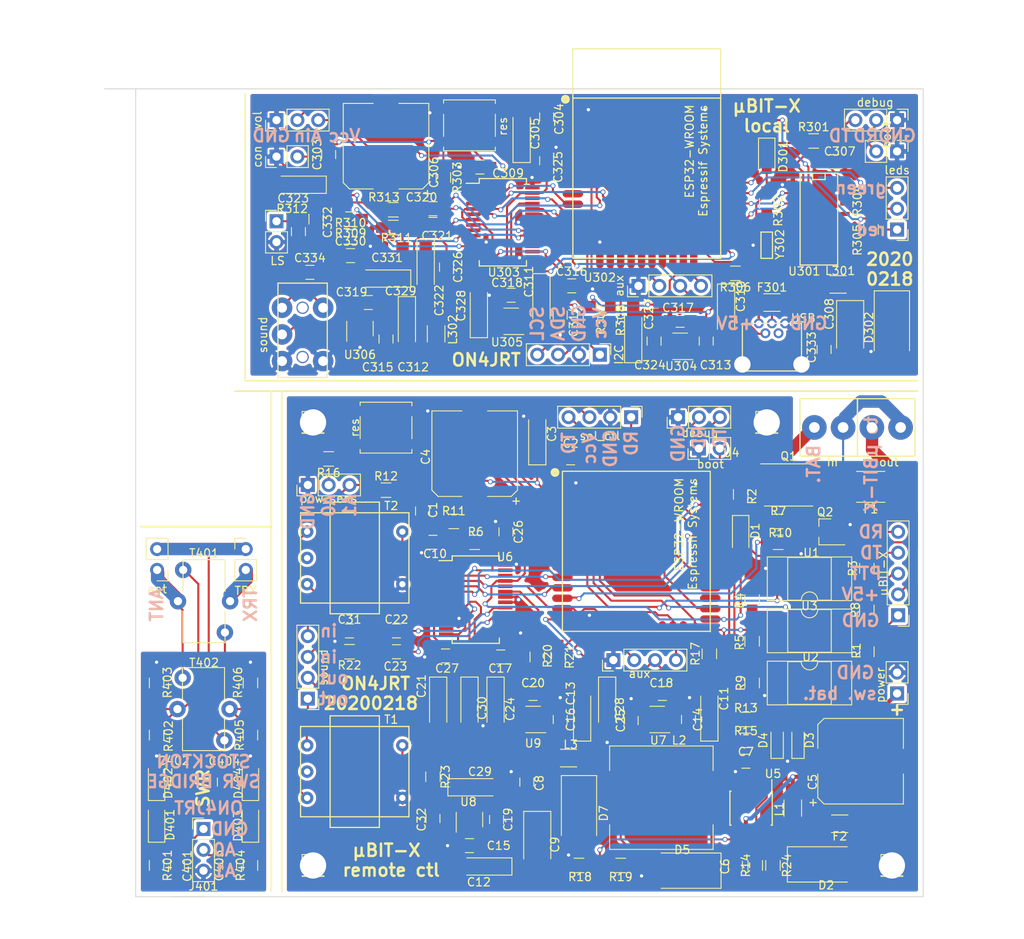
<source format=kicad_pcb>
(kicad_pcb (version 20171130) (host pcbnew 5.1.6-c6e7f7d~86~ubuntu18.04.1)
  (layers (0 F.Cu signal) (31 B.Cu signal) (34 B.Paste user) (35 F.Paste user) (36 B.SilkS user) (37 F.SilkS user) (38 B.Mask user) (39 F.Mask user) (44 Edge.Cuts user))
  (net 0 "")
  (net 1 "Net-(C1-Pad1)")
  (net 2 GND)
  (net 3 +3V3)
  (net 4 "Net-(C5-Pad1)")
  (net 5 "Net-(C7-Pad1)")
  (net 6 "Net-(C11-Pad1)")
  (net 7 "Net-(C13-Pad1)")
  (net 8 "Net-(C17-Pad1)")
  (net 9 "Net-(C18-Pad1)")
  (net 10 "Net-(C19-Pad1)")
  (net 11 "Net-(C20-Pad1)")
  (net 12 "Net-(C21-Pad1)")
  (net 13 "Net-(C21-Pad2)")
  (net 14 "Net-(C22-Pad1)")
  (net 15 "Net-(C22-Pad2)")
  (net 16 "Net-(C23-Pad2)")
  (net 17 "Net-(C26-Pad1)")
  (net 18 "Net-(C27-Pad1)")
  (net 19 "Net-(C32-Pad1)")
  (net 20 "Net-(D1-Pad1)")
  (net 21 "Net-(D1-Pad2)")
  (net 22 "Net-(D2-Pad1)")
  (net 23 "Net-(D3-Pad2)")
  (net 24 "Net-(D4-Pad2)")
  (net 25 "Net-(D5-Pad1)")
  (net 26 "Net-(F1-Pad1)")
  (net 27 "Net-(F1-Pad2)")
  (net 28 "Net-(F2-Pad1)")
  (net 29 "Net-(J3-Pad1)")
  (net 30 "Net-(J3-Pad4)")
  (net 31 "Net-(J4-Pad2)")
  (net 32 "Net-(J4-Pad3)")
  (net 33 "Net-(J5-Pad2)")
  (net 34 "Net-(J6-Pad1)")
  (net 35 "Net-(J6-Pad2)")
  (net 36 "Net-(J6-Pad3)")
  (net 37 "Net-(J6-Pad4)")
  (net 38 "Net-(J7-Pad2)")
  (net 39 "Net-(J8-Pad2)")
  (net 40 "Net-(J8-Pad3)")
  (net 41 "Net-(J8-Pad4)")
  (net 42 "Net-(J9-Pad1)")
  (net 43 "Net-(J9-Pad2)")
  (net 44 "Net-(J9-Pad3)")
  (net 45 "Net-(J9-Pad4)")
  (net 46 "Net-(Q1-Pad3)")
  (net 47 "Net-(Q2-Pad3)")
  (net 48 "Net-(R3-Pad1)")
  (net 49 "Net-(R4-Pad2)")
  (net 50 "Net-(R5-Pad2)")
  (net 51 "Net-(R9-Pad1)")
  (net 52 "Net-(R9-Pad2)")
  (net 53 "Net-(R13-Pad1)")
  (net 54 "Net-(R14-Pad1)")
  (net 55 "Net-(R15-Pad1)")
  (net 56 "Net-(R18-Pad1)")
  (net 57 "Net-(R20-Pad1)")
  (net 58 "Net-(R21-Pad1)")
  (net 59 "Net-(U4-Pad36)")
  (net 60 "Net-(U4-Pad33)")
  (net 61 "Net-(U4-Pad11)")
  (net 62 "Net-(U4-Pad10)")
  (net 63 "Net-(J6-Pad5)")
  (net 64 "Net-(J7-Pad3)")
  (net 65 "Net-(C303-Pad1)")
  (net 66 "Net-(C308-Pad1)")
  (net 67 "Net-(C310-Pad1)")
  (net 68 "Net-(C312-Pad1)")
  (net 69 "Net-(C316-Pad1)")
  (net 70 "Net-(C317-Pad1)")
  (net 71 "Net-(C318-Pad1)")
  (net 72 "Net-(C319-Pad1)")
  (net 73 "Net-(C320-Pad1)")
  (net 74 "Net-(C320-Pad2)")
  (net 75 "Net-(C321-Pad2)")
  (net 76 "Net-(C323-Pad1)")
  (net 77 "Net-(C323-Pad2)")
  (net 78 "Net-(C325-Pad1)")
  (net 79 "Net-(C326-Pad1)")
  (net 80 "Net-(C330-Pad1)")
  (net 81 "Net-(C332-Pad1)")
  (net 82 "Net-(D301-Pad1)")
  (net 83 "Net-(D301-Pad2)")
  (net 84 "Net-(F301-Pad1)")
  (net 85 "Net-(J301-Pad2)")
  (net 86 "Net-(J302-Pad2)")
  (net 87 "Net-(J302-Pad3)")
  (net 88 "Net-(J303-Pad2)")
  (net 89 "Net-(J304-Pad2)")
  (net 90 "Net-(J305-Pad2)")
  (net 91 "Net-(J305-Pad3)")
  (net 92 "Net-(J306-Pad1)")
  (net 93 "Net-(J306-Pad3)")
  (net 94 "Net-(J307-Pad3)")
  (net 95 "Net-(J307-Pad4)")
  (net 96 "Net-(J308-Pad2)")
  (net 97 "Net-(J308-Pad3)")
  (net 98 "Net-(J308-Pad4)")
  (net 99 "Net-(J309-Pad1)")
  (net 100 "Net-(R304-Pad1)")
  (net 101 "Net-(R305-Pad1)")
  (net 102 "Net-(R309-Pad1)")
  (net 103 "Net-(U301-Pad13)")
  (net 104 "Net-(U301-Pad3)")
  (net 105 "Net-(U301-Pad2)")
  (net 106 "Net-(U302-Pad36)")
  (net 107 "Net-(U302-Pad33)")
  (net 108 "Net-(U302-Pad11)")
  (net 109 "Net-(U302-Pad10)")
  (net 110 "Net-(C401-Pad1)")
  (net 111 "Net-(C402-Pad1)")
  (net 112 "Net-(C402-Pad2)")
  (net 113 "Net-(J1-Pad1)")
  (net 114 "Net-(J402-Pad1)")
  (net 115 "Net-(J402-Pad2)")
  (net 116 "Net-(J403-Pad2)")
  (net 117 "Net-(C334-Pad1)")
  (net 118 "Net-(U301-Pad8)")
  (net 119 "Net-(U301-Pad7)")
  (net 120 "Net-(C403-Pad1)")
  (net 121 "Net-(C404-Pad1)")
  (net 122 "Net-(C404-Pad2)")
  (net 123 "Net-(U3-Pad2)")
  (module Diodes_SMD:D_SMB_Handsoldering (layer F.Cu) (at 135.89 177.8 180)
    (fp_text reference D5 (at 0.127 2.54 180) (layer F.SilkS))
    (fp_text value D_Schottky)
    (pad 1 smd rect (at -2.7 0 180) (size 3.5 2.3) (layers F.Cu F.Paste F.Mask) (net 25 "Net-(D5-Pad1)"))
    (pad 2 smd rect (at 2.7 0 180) (size 3.5 2.3) (layers F.Cu F.Paste F.Mask) (net 2 GND))
  )
  (module Pin_Headers:Pin_Header_Straight_1x01_Pitch2.54mm (layer F.Cu) (at 161.29 177.165)
    (fp_text reference " " (at 0 -2.33) (layer F.SilkS))
    (fp_text value hole)
    (pad 1 thru_hole circle (at 0 0) (size 5.5 5.5) (drill 3.2) (layers *.Cu *.Mask) (net 2 GND))
  )
  (module Pin_Headers:Pin_Header_Straight_1x01_Pitch2.54mm (layer F.Cu) (at 90.805 177.165)
    (fp_text reference " " (at 0 -2.33) (layer F.SilkS))
    (fp_text value hole)
    (pad 1 thru_hole circle (at 0 0) (size 5.5 5.5) (drill 3.2) (layers *.Cu *.Mask) (net 2 GND))
  )
  (module Pin_Headers:Pin_Header_Straight_1x01_Pitch2.54mm (layer F.Cu) (at 90.805 123.19)
    (fp_text reference " " (at 0 -2.33) (layer F.SilkS))
    (fp_text value hole)
    (pad 1 thru_hole circle (at 0 0) (size 5.5 5.5) (drill 3.2) (layers *.Cu *.Mask) (net 2 GND))
  )
  (module Pin_Headers:Pin_Header_Straight_1x01_Pitch2.54mm (layer F.Cu) (at 146.05 123.19)
    (fp_text reference " " (at 0 -2.33) (layer F.SilkS))
    (fp_text value hole)
    (pad 1 thru_hole circle (at 0 0) (size 5.5 5.5) (drill 3.2) (layers *.Cu *.Mask) (net 2 GND))
  )
  (module Transformers_THT:Transformer_NF_ETAL_1-1_P1200 (layer F.Cu) (at 95.885 139.7)
    (fp_text reference T2 (at 4.445 -6.35) (layer F.SilkS))
    (fp_text value "600Ohm 1/1")
    (pad 1 thru_hole circle (at 5.8 -3.2) (size 1.524 1.524) (drill 0.762) (layers *.Cu *.Mask) (net 14 "Net-(C22-Pad1)"))
    (pad 2 thru_hole circle (at 5.8 3.2) (size 1.524 1.524) (drill 0.762) (layers *.Cu *.Mask) (net 2 GND))
    (pad 3 thru_hole circle (at -5.8 -3.2) (size 1.524 1.524) (drill 0.762) (layers *.Cu *.Mask) (net 45 "Net-(J9-Pad4)"))
    (pad 4 thru_hole circle (at -5.8 3.2) (size 1.524 1.524) (drill 0.762) (layers *.Cu *.Mask) (net 44 "Net-(J9-Pad3)"))
    (pad 5 thru_hole circle (at -5.8 0) (size 1.524 1.524) (drill 0.762) (layers *.Cu *.Mask))
  )
  (module Transformers_THT:Transformer_NF_ETAL_1-1_P1200 (layer F.Cu) (at 95.885 165.735)
    (fp_text reference T1 (at 4.445 -6.35) (layer F.SilkS))
    (fp_text value "600Ohm 1/1")
    (pad 1 thru_hole circle (at 5.8 -3.2) (size 1.524 1.524) (drill 0.762) (layers *.Cu *.Mask) (net 19 "Net-(C32-Pad1)"))
    (pad 2 thru_hole circle (at 5.8 3.2) (size 1.524 1.524) (drill 0.762) (layers *.Cu *.Mask) (net 2 GND))
    (pad 3 thru_hole circle (at -5.8 -3.2) (size 1.524 1.524) (drill 0.762) (layers *.Cu *.Mask) (net 43 "Net-(J9-Pad2)"))
    (pad 4 thru_hole circle (at -5.8 3.2) (size 1.524 1.524) (drill 0.762) (layers *.Cu *.Mask) (net 42 "Net-(J9-Pad1)"))
    (pad 5 thru_hole circle (at -5.8 0) (size 1.524 1.524) (drill 0.762) (layers *.Cu *.Mask))
  )
  (module Connectors_USB:USB_Micro-B_Wuerth-614105150721_Vertical_CircularHoles (layer F.Cu) (at 146.685 111.125)
    (fp_text reference USB (at 3.81 -0.635) (layer F.SilkS))
    (fp_text value "USB_B mini")
    (pad 1 thru_hole circle (at -1.6 0) (size 1.2 1.2) (drill 0.7) (layers *.Cu *.Mask) (net 84 "Net-(F301-Pad1)"))
    (pad 2 thru_hole circle (at -0.8 1.2) (size 1.2 1.2) (drill 0.7) (layers *.Cu *.Mask) (net 90 "Net-(J305-Pad2)"))
    (pad 3 thru_hole circle (at 0 0) (size 1.2 1.2) (drill 0.7) (layers *.Cu *.Mask) (net 91 "Net-(J305-Pad3)"))
    (pad 4 thru_hole circle (at 0.8 1.2) (size 1.2 1.2) (drill 0.7) (layers *.Cu *.Mask))
    (pad 5 thru_hole circle (at 1.6 0) (size 1.2 1.2) (drill 0.7) (layers *.Cu *.Mask) (net 2 GND))
    (pad 6 thru_hole circle (at -3.6 5) (size 2.6 2.6) (drill 2) (layers *.Cu *.Mask) (net 2 GND))
    (pad 6 thru_hole circle (at 3.6 5) (size 2.6 2.6) (drill 2) (layers *.Cu *.Mask) (net 2 GND))
  )
  (module Inductors_THT:L_Toroid_Vertical_L10.0mm_W5.0mm_P5.08mm (layer F.Cu) (at 80.0735 144.9705 270)
    (fp_text reference T401 (at -5.842 2.54) (layer F.SilkS))
    (fp_text value "FT-37-43 ")
    (pad 4 thru_hole circle (at -3.81 5.08 270) (size 2 2) (drill 1) (layers *.Cu *.Mask) (net 111 "Net-(C402-Pad1)"))
    (pad 3 thru_hole circle (at 3.81 0 270) (size 2 2) (drill 1) (layers *.Cu *.Mask) (net 2 GND))
    (pad 2 thru_hole circle (at 0 -0.635 270) (size 2 2) (drill 1) (layers *.Cu *.Mask) (net 116 "Net-(J403-Pad2)"))
    (pad 1 thru_hole circle (at 0 5.715 270) (size 2 2) (drill 1) (layers *.Cu *.Mask) (net 114 "Net-(J402-Pad1)"))
  )
  (module Inductors_THT:L_Toroid_Vertical_L10.0mm_W5.0mm_P5.08mm (layer F.Cu) (at 74.93 158.115 90)
    (fp_text reference T402 (at 5.6515 2.6035 180) (layer F.SilkS))
    (fp_text value "FT-37-43 ")
    (pad 2 thru_hole circle (at -3.81 5.08 90) (size 2 2) (drill 1) (layers *.Cu *.Mask) (net 115 "Net-(J402-Pad2)"))
    (pad 1 thru_hole circle (at 3.81 0 90) (size 2 2) (drill 1) (layers *.Cu *.Mask) (net 114 "Net-(J402-Pad1)"))
    (pad 4 thru_hole circle (at 0 -0.635 90) (size 2 2) (drill 1) (layers *.Cu *.Mask) (net 111 "Net-(C402-Pad1)"))
    (pad 3 thru_hole circle (at 0 5.715 90) (size 2 2) (drill 1) (layers *.Cu *.Mask) (net 121 "Net-(C404-Pad1)"))
  )
  (module ESP32-footprints-Lib:ESP32-WROOM (layer F.Cu) (at 130.175 135.89 180)
    (fp_text reference U4 (at -11.557 9.017 180) (layer F.SilkS))
    (fp_text value ESP32-WROOM)
    (fp_text user "Espressif Systems" (at -6.858 -0.889 270) (layer F.SilkS))
    (fp_text user ESP32-WROOM (at -5.207 0.254 270) (layer F.SilkS))
    (pad 38 smd oval (at -9 5.25 180) (size 2.5 0.9) (layers F.Cu F.Paste F.Mask) (net 2 GND))
    (pad 37 smd oval (at -9 3.98 180) (size 2.5 0.9) (layers F.Cu F.Paste F.Mask) (net 52 "Net-(R9-Pad2)"))
    (pad 36 smd oval (at -9 2.71 180) (size 2.5 0.9) (layers F.Cu F.Paste F.Mask) (net 59 "Net-(U4-Pad36)"))
    (pad 35 smd oval (at -9 1.44 180) (size 2.5 0.9) (layers F.Cu F.Paste F.Mask) (net 32 "Net-(J4-Pad3)"))
    (pad 34 smd oval (at -9 0.17 180) (size 2.5 0.9) (layers F.Cu F.Paste F.Mask) (net 31 "Net-(J4-Pad2)"))
    (pad 33 smd oval (at -9 -1.1 180) (size 2.5 0.9) (layers F.Cu F.Paste F.Mask) (net 60 "Net-(U4-Pad33)"))
    (pad 32 smd oval (at -9 -2.37 180) (size 2.5 0.9) (layers F.Cu F.Paste F.Mask))
    (pad 31 smd oval (at -9 -3.64 180) (size 2.5 0.9) (layers F.Cu F.Paste F.Mask) (net 53 "Net-(R13-Pad1)"))
    (pad 30 smd oval (at -9 -4.91 180) (size 2.5 0.9) (layers F.Cu F.Paste F.Mask) (net 55 "Net-(R15-Pad1)"))
    (pad 29 smd oval (at -9 -6.18 180) (size 2.5 0.9) (layers F.Cu F.Paste F.Mask) (net 29 "Net-(J3-Pad1)"))
    (pad 28 smd oval (at -9 -7.45 180) (size 2.5 0.9) (layers F.Cu F.Paste F.Mask))
    (pad 27 smd oval (at -9 -8.72 180) (size 2.5 0.9) (layers F.Cu F.Paste F.Mask))
    (pad 26 smd oval (at -9 -9.99 180) (size 2.5 0.9) (layers F.Cu F.Paste F.Mask) (net 30 "Net-(J3-Pad4)"))
    (pad 25 smd oval (at -9 -11.26 180) (size 2.5 0.9) (layers F.Cu F.Paste F.Mask) (net 21 "Net-(D1-Pad2)"))
    (pad 24 smd oval (at -5.715 -12.75 180) (size 0.9 2.5) (layers F.Cu F.Paste F.Mask) (net 41 "Net-(J8-Pad4)"))
    (pad 23 smd oval (at -4.445 -12.75 180) (size 0.9 2.5) (layers F.Cu F.Paste F.Mask) (net 57 "Net-(R20-Pad1)"))
    (pad 22 smd oval (at -3.175 -12.75 180) (size 0.9 2.5) (layers F.Cu F.Paste F.Mask))
    (pad 21 smd oval (at -1.905 -12.75 180) (size 0.9 2.5) (layers F.Cu F.Paste F.Mask))
    (pad 20 smd oval (at -0.635 -12.75 180) (size 0.9 2.5) (layers F.Cu F.Paste F.Mask))
    (pad 19 smd oval (at 0.635 -12.75 180) (size 0.9 2.5) (layers F.Cu F.Paste F.Mask))
    (pad 18 smd oval (at 1.905 -12.75 180) (size 0.9 2.5) (layers F.Cu F.Paste F.Mask))
    (pad 17 smd oval (at 3.175 -12.75 180) (size 0.9 2.5) (layers F.Cu F.Paste F.Mask))
    (pad 16 smd oval (at 4.445 -12.75 180) (size 0.9 2.5) (layers F.Cu F.Paste F.Mask) (net 39 "Net-(J8-Pad2)"))
    (pad 15 smd oval (at 5.715 -12.75 180) (size 0.9 2.5) (layers F.Cu F.Paste F.Mask) (net 2 GND))
    (pad 14 smd oval (at 9 -11.26 180) (size 2.5 0.9) (layers F.Cu F.Paste F.Mask) (net 40 "Net-(J8-Pad3)"))
    (pad 13 smd oval (at 9 -9.99 180) (size 2.5 0.9) (layers F.Cu F.Paste F.Mask) (net 58 "Net-(R21-Pad1)"))
    (pad 12 smd oval (at 9 -8.72 180) (size 2.5 0.9) (layers F.Cu F.Paste F.Mask) (net 47 "Net-(Q2-Pad3)"))
    (pad 11 smd oval (at 9 -7.45 180) (size 2.5 0.9) (layers F.Cu F.Paste F.Mask) (net 61 "Net-(U4-Pad11)"))
    (pad 10 smd oval (at 9 -6.18 180) (size 2.5 0.9) (layers F.Cu F.Paste F.Mask) (net 62 "Net-(U4-Pad10)"))
    (pad 9 smd oval (at 9 -4.91 180) (size 2.5 0.9) (layers F.Cu F.Paste F.Mask) (net 49 "Net-(R4-Pad2)"))
    (pad 8 smd oval (at 9 -3.64 180) (size 2.5 0.9) (layers F.Cu F.Paste F.Mask) (net 123 "Net-(U3-Pad2)"))
    (pad 7 smd oval (at 9 -2.37 180) (size 2.5 0.9) (layers F.Cu F.Paste F.Mask) (net 38 "Net-(J7-Pad2)"))
    (pad 6 smd oval (at 9 -1.1 180) (size 2.5 0.9) (layers F.Cu F.Paste F.Mask) (net 64 "Net-(J7-Pad3)"))
    (pad 5 smd oval (at 9 0.17 180) (size 2.5 0.9) (layers F.Cu F.Paste F.Mask))
    (pad 4 smd oval (at 9 1.44 180) (size 2.5 0.9) (layers F.Cu F.Paste F.Mask))
    (pad 3 smd oval (at 9 2.71 180) (size 2.5 0.9) (layers F.Cu F.Paste F.Mask) (net 1 "Net-(C1-Pad1)"))
    (pad 2 smd oval (at 9 3.98 180) (size 2.5 0.9) (layers F.Cu F.Paste F.Mask) (net 3 +3V3))
    (pad 1 smd oval (at 9 5.25 180) (size 2.5 0.9) (layers F.Cu F.Paste F.Mask) (net 2 GND))
    (pad 39 smd rect (at 0.3 -2.45 180) (size 6 6) (layers F.Cu F.Paste F.Mask) (net 2 GND))
  )
  (module Connectors:PJ320E_3.5mm_Jack (layer F.Cu) (at 89.535 109.22 180)
    (fp_text reference sound (at 4.826 -3.302 270) (layer F.SilkS))
    (fp_text value sound)
    (pad 3 thru_hole circle (at 2.5 -6.5 90) (size 2.5 2.5) (drill 1.2) (layers *.Cu *.Mask) (net 2 GND))
    (pad 1 thru_hole circle (at 2.5 0 90) (size 2.5 2.5) (drill 1.2) (layers *.Cu *.Mask) (net 99 "Net-(J309-Pad1)"))
    (pad 1 thru_hole circle (at -2.5 0 90) (size 2.5 2.5) (drill 1.2) (layers *.Cu *.Mask) (net 99 "Net-(J309-Pad1)"))
    (pad 2 thru_hole circle (at 2.5 -3.25 90) (size 2.5 2.5) (drill 1.2) (layers *.Cu *.Mask) (net 117 "Net-(C334-Pad1)"))
    (pad 3 thru_hole circle (at -2.5 -6.5 90) (size 2.5 2.5) (drill 1.2) (layers *.Cu *.Mask) (net 2 GND))
    (pad "" thru_hole circle (at 0 -6 90) (size 1.5 1.5) (drill 1.2) (layers *.Cu *.Mask))
    (pad "" thru_hole circle (at 0 0 90) (size 1.5 1.5) (drill 1.2) (layers *.Cu *.Mask))
  )
  (module Crystals:Resonator_SMD-3pin_7.2x3.0mm (layer F.Cu) (at 146.05 101.6 270)
    (fp_text reference Y302 (at -0.1 -1.6 270) (layer F.SilkS))
    (fp_text value 12MHz)
    (pad 1 smd rect (at -1.2 0 270) (size 0.6 1.9) (layers F.Cu F.Paste F.Mask) (net 119 "Net-(U301-Pad7)"))
    (pad 2 smd rect (at 0 0 270) (size 0.6 1.9) (layers F.Cu F.Paste F.Mask) (net 2 GND))
    (pad 3 smd rect (at 1.2 0 270) (size 0.6 1.9) (layers F.Cu F.Paste F.Mask) (net 118 "Net-(U301-Pad8)"))
  )
  (module Inductors_SMD:L_12x12mm_h8mm (layer F.Cu) (at 133.223 168.91 180)
    (fp_text reference L2 (at -2.159 6.985 180) (layer F.SilkS))
    (fp_text value 100u)
    (pad 1 smd rect (at -4.95 0 180) (size 2.9 5.4) (layers F.Cu F.Paste F.Mask) (net 25 "Net-(D5-Pad1)"))
    (pad 2 smd rect (at 4.95 0 180) (size 2.9 5.4) (layers F.Cu F.Paste F.Mask) (net 6 "Net-(C11-Pad1)"))
  )
  (module Housings_DIP:DIP-4_W7.62mm_SMDSocket_SmallPads (layer F.Cu) (at 151.257 142.24 180)
    (fp_text reference U1 (at -0.254 3.175 180) (layer F.SilkS))
    (fp_text value LTV-817)
    (pad 1 smd rect (at -3.81 -1.27 180) (size 1.6 1.6) (layers F.Cu F.Paste F.Mask) (net 48 "Net-(R3-Pad1)"))
    (pad 3 smd rect (at 3.81 1.27 180) (size 1.6 1.6) (layers F.Cu F.Paste F.Mask) (net 2 GND))
    (pad 2 smd rect (at -3.81 1.27 180) (size 1.6 1.6) (layers F.Cu F.Paste F.Mask) (net 63 "Net-(J6-Pad5)"))
    (pad 4 smd rect (at 3.81 -1.27 180) (size 1.6 1.6) (layers F.Cu F.Paste F.Mask) (net 49 "Net-(R4-Pad2)"))
  )
  (module Housings_SOIC:PowerPAK_SO-8_Single (layer F.Cu) (at 148.717 130.81)
    (fp_text reference Q1 (at 0 -3.5) (layer F.SilkS))
    (fp_text value AO4407A)
    (pad 1 smd rect (at -2.67 -1.905) (size 1.27 0.61) (layers F.Cu F.Paste F.Mask) (net 113 "Net-(J1-Pad1)"))
    (pad 1 smd rect (at -2.67 -0.635) (size 1.27 0.61) (layers F.Cu F.Paste F.Mask) (net 113 "Net-(J1-Pad1)"))
    (pad 1 smd rect (at -2.67 0.635) (size 1.27 0.61) (layers F.Cu F.Paste F.Mask) (net 113 "Net-(J1-Pad1)"))
    (pad 3 smd rect (at -2.67 1.905) (size 1.27 0.61) (layers F.Cu F.Paste F.Mask) (net 46 "Net-(Q1-Pad3)"))
    (pad 2 smd rect (at 2.795 1.905) (size 1.02 0.61) (layers F.Cu F.Paste F.Mask) (net 27 "Net-(F1-Pad2)"))
    (pad 2 smd rect (at 2.795 0.635) (size 1.02 0.61) (layers F.Cu F.Paste F.Mask) (net 27 "Net-(F1-Pad2)"))
    (pad 2 smd rect (at 2.795 -0.635) (size 1.02 0.61) (layers F.Cu F.Paste F.Mask) (net 27 "Net-(F1-Pad2)"))
    (pad 2 smd rect (at 2.795 -1.905) (size 1.02 0.61) (layers F.Cu F.Paste F.Mask) (net 27 "Net-(F1-Pad2)"))
    (pad 2 smd rect (at 0.69 0) (size 3.81 3.91) (layers F.Cu F.Paste F.Mask) (net 27 "Net-(F1-Pad2)"))
  )
  (module TO_SOT_Packages_SMD:SOT-23_Handsoldering (layer F.Cu) (at 153.162 136.525 180)
    (fp_text reference Q2 (at 0 2.413 180) (layer F.SilkS))
    (fp_text value BSS138)
    (pad 3 smd rect (at -1.5 -0.95 180) (size 1.9 0.8) (layers F.Cu F.Paste F.Mask) (net 47 "Net-(Q2-Pad3)"))
    (pad 1 smd rect (at -1.5 0.95 180) (size 1.9 0.8) (layers F.Cu F.Paste F.Mask) (net 2 GND))
    (pad 2 smd rect (at 1.5 0 180) (size 1.9 0.8) (layers F.Cu F.Paste F.Mask) (net 46 "Net-(Q1-Pad3)"))
  )
  (module Pin_Headers:Pin_Header_Straight_1x02_Pitch2.54mm (layer F.Cu) (at 161.925 156.21 180)
    (fp_text reference power (at 2.032 1.016 270) (layer F.SilkS))
    (fp_text value power)
    (pad 1 thru_hole rect (at 0 0 180) (size 1.7 1.7) (drill 1) (layers *.Cu *.Mask) (net 28 "Net-(F2-Pad1)"))
    (pad 2 thru_hole oval (at 0 2.54 180) (size 1.7 1.7) (drill 1) (layers *.Cu *.Mask) (net 2 GND))
  )
  (module Connectors_Terminal_Blocks:TerminalBlock_bornier-2_P5.08mm (layer F.Cu) (at 160.6 123.8)
    (fp_text reference out (at 0.324 4.23) (layer F.SilkS))
    (fp_text value UBITX)
    (pad 1 thru_hole circle (at -1.75 0) (size 3 3) (drill 1.3) (layers *.Cu *.Mask) (net 26 "Net-(F1-Pad1)"))
    (pad 2 thru_hole circle (at 1.75 0) (size 3 3) (drill 1.3) (layers *.Cu *.Mask) (net 2 GND))
  )
  (module Connectors_Terminal_Blocks:TerminalBlock_bornier-2_P5.08mm (layer F.Cu) (at 153.6 123.8)
    (fp_text reference in (at 0.45 4.23) (layer F.SilkS))
    (fp_text value battery)
    (pad 1 thru_hole circle (at -1.75 0) (size 3 3) (drill 1.3) (layers *.Cu *.Mask) (net 113 "Net-(J1-Pad1)"))
    (pad 2 thru_hole circle (at 1.75 0) (size 3 3) (drill 1.3) (layers *.Cu *.Mask) (net 2 GND))
  )
  (module Capacitors_SMD:C_0805_HandSoldering (layer F.Cu) (at 104.14 133.985 270)
    (fp_text reference C1 (at -0.127 -1.27 270) (layer F.SilkS))
    (fp_text value 10n)
    (pad 1 smd rect (at -1.25 0 270) (size 1.5 1.25) (layers F.Cu F.Paste F.Mask) (net 1 "Net-(C1-Pad1)"))
    (pad 2 smd rect (at 1.25 0 270) (size 1.5 1.25) (layers F.Cu F.Paste F.Mask) (net 2 GND))
  )
  (module Capacitors_SMD:C_0805_HandSoldering (layer F.Cu) (at 122.174 127.508)
    (fp_text reference C2 (at 0 -1.75) (layer F.SilkS))
    (fp_text value 100n)
    (pad 1 smd rect (at -1.25 0) (size 1.5 1.25) (layers F.Cu F.Paste F.Mask) (net 3 +3V3))
    (pad 2 smd rect (at 1.25 0) (size 1.5 1.25) (layers F.Cu F.Paste F.Mask) (net 2 GND))
  )
  (module Capacitors_Tantalum_SMD:CP_Tantalum_Case-A_EIA-3216-18_Hand (layer F.Cu) (at 118.11 124.46 90)
    (fp_text reference C3 (at -0.127 1.778 90) (layer F.SilkS))
    (fp_text value 1.5u)
    (pad 1 smd rect (at -2 0 90) (size 3.2 1.5) (layers F.Cu F.Paste F.Mask) (net 3 +3V3))
    (pad 2 smd rect (at 2 0 90) (size 3.2 1.5) (layers F.Cu F.Paste F.Mask) (net 2 GND))
  )
  (module Capacitors_SMD:CP_Elec_10x10 (layer F.Cu) (at 110.49 127 90)
    (fp_text reference C4 (at -0.381 -5.969 90) (layer F.SilkS))
    (fp_text value 1500u)
    (fp_text user + (at -5.78 4.97 90) (layer F.SilkS))
    (pad 1 smd rect (at -4 0 270) (size 4 2.5) (layers F.Cu F.Paste F.Mask) (net 3 +3V3))
    (pad 2 smd rect (at 4 0 270) (size 4 2.5) (layers F.Cu F.Paste F.Mask) (net 2 GND))
  )
  (module Capacitors_SMD:CP_Elec_10x10 (layer F.Cu) (at 157.48 164.465)
    (fp_text reference C5 (at -5.842 2.54 90) (layer F.SilkS))
    (fp_text value 470u)
    (fp_text user + (at -5.78 4.97) (layer F.SilkS))
    (pad 1 smd rect (at -4 0 180) (size 4 2.5) (layers F.Cu F.Paste F.Mask) (net 4 "Net-(C5-Pad1)"))
    (pad 2 smd rect (at 4 0 180) (size 4 2.5) (layers F.Cu F.Paste F.Mask) (net 2 GND))
  )
  (module Capacitors_SMD:C_0805_HandSoldering (layer F.Cu) (at 142.24 177.165 270)
    (fp_text reference C6 (at 0.127 1.27 270) (layer F.SilkS))
    (fp_text value 100n)
    (pad 1 smd rect (at -1.25 0 270) (size 1.5 1.25) (layers F.Cu F.Paste F.Mask) (net 4 "Net-(C5-Pad1)"))
    (pad 2 smd rect (at 1.25 0 270) (size 1.5 1.25) (layers F.Cu F.Paste F.Mask) (net 2 GND))
  )
  (module Capacitors_SMD:C_0805_HandSoldering (layer F.Cu) (at 143.51 164.465 180)
    (fp_text reference C7 (at 0 1.143 180) (layer F.SilkS))
    (fp_text value 470p)
    (pad 1 smd rect (at -1.25 0 180) (size 1.5 1.25) (layers F.Cu F.Paste F.Mask) (net 5 "Net-(C7-Pad1)"))
    (pad 2 smd rect (at 1.25 0 180) (size 1.5 1.25) (layers F.Cu F.Paste F.Mask) (net 2 GND))
  )
  (module Capacitors_SMD:C_0805_HandSoldering (layer F.Cu) (at 116.84 167.005 90)
    (fp_text reference C8 (at -0.127 1.524 90) (layer F.SilkS))
    (fp_text value 100n)
    (pad 1 smd rect (at -1.25 0 90) (size 1.5 1.25) (layers F.Cu F.Paste F.Mask) (net 6 "Net-(C11-Pad1)"))
    (pad 2 smd rect (at 1.25 0 90) (size 1.5 1.25) (layers F.Cu F.Paste F.Mask) (net 2 GND))
  )
  (module Capacitors_Tantalum_SMD:CP_Tantalum_Case-B_EIA-3528-21_Hand (layer F.Cu) (at 118.11 174.625 270)
    (fp_text reference C9 (at 0 -2.159 270) (layer F.SilkS))
    (fp_text value 100u)
    (pad 1 smd rect (at -2.15 0 270) (size 3.2 2.5) (layers F.Cu F.Paste F.Mask) (net 6 "Net-(C11-Pad1)"))
    (pad 2 smd rect (at 2.15 0 270) (size 3.2 2.5) (layers F.Cu F.Paste F.Mask) (net 2 GND))
  )
  (module Capacitors_SMD:C_0805_HandSoldering (layer F.Cu) (at 105.41 137.795 180)
    (fp_text reference C10 (at -0.254 -1.397 180) (layer F.SilkS))
    (fp_text value 100n)
    (pad 1 smd rect (at -1.25 0 180) (size 1.5 1.25) (layers F.Cu F.Paste F.Mask) (net 3 +3V3))
    (pad 2 smd rect (at 1.25 0 180) (size 1.5 1.25) (layers F.Cu F.Paste F.Mask) (net 2 GND))
  )
  (module Capacitors_Tantalum_SMD:CP_Tantalum_Case-A_EIA-3216-18_Hand (layer F.Cu) (at 139.065 158.115 90)
    (fp_text reference C11 (at 1.27 1.778 90) (layer F.SilkS))
    (fp_text value 10u)
    (pad 1 smd rect (at -2 0 90) (size 3.2 1.5) (layers F.Cu F.Paste F.Mask) (net 6 "Net-(C11-Pad1)"))
    (pad 2 smd rect (at 2 0 90) (size 3.2 1.5) (layers F.Cu F.Paste F.Mask) (net 2 GND))
  )
  (module Capacitors_Tantalum_SMD:CP_Tantalum_Case-A_EIA-3216-18_Hand (layer F.Cu) (at 111.125 177.292 180)
    (fp_text reference C12 (at 0.127 -1.905 180) (layer F.SilkS))
    (fp_text value 10u)
    (pad 1 smd rect (at -2 0 180) (size 3.2 1.5) (layers F.Cu F.Paste F.Mask) (net 6 "Net-(C11-Pad1)"))
    (pad 2 smd rect (at 2 0 180) (size 3.2 1.5) (layers F.Cu F.Paste F.Mask) (net 2 GND))
  )
  (module Capacitors_Tantalum_SMD:CP_Tantalum_Case-A_EIA-3216-18_Hand (layer F.Cu) (at 123.571 158.115 90)
    (fp_text reference C13 (at 1.905 -1.397 90) (layer F.SilkS))
    (fp_text value 10u)
    (pad 1 smd rect (at -2 0 90) (size 3.2 1.5) (layers F.Cu F.Paste F.Mask) (net 7 "Net-(C13-Pad1)"))
    (pad 2 smd rect (at 2 0 90) (size 3.2 1.5) (layers F.Cu F.Paste F.Mask) (net 2 GND))
  )
  (module Capacitors_SMD:C_0805_HandSoldering (layer F.Cu) (at 136.525 159.385 90)
    (fp_text reference C14 (at 0 1.143 90) (layer F.SilkS))
    (fp_text value 100n)
    (pad 1 smd rect (at -1.25 0 90) (size 1.5 1.25) (layers F.Cu F.Paste F.Mask) (net 6 "Net-(C11-Pad1)"))
    (pad 2 smd rect (at 1.25 0 90) (size 1.5 1.25) (layers F.Cu F.Paste F.Mask) (net 2 GND))
  )
  (module Capacitors_SMD:C_0805_HandSoldering (layer F.Cu) (at 109.855 174.752 180)
    (fp_text reference C15 (at -3.556 0 180) (layer F.SilkS))
    (fp_text value 100n)
    (pad 1 smd rect (at -1.25 0 180) (size 1.5 1.25) (layers F.Cu F.Paste F.Mask) (net 6 "Net-(C11-Pad1)"))
    (pad 2 smd rect (at 1.25 0 180) (size 1.5 1.25) (layers F.Cu F.Paste F.Mask) (net 2 GND))
  )
  (module Capacitors_SMD:C_0805_HandSoldering (layer F.Cu) (at 120.904 159.385 90)
    (fp_text reference C16 (at 0 1.27 90) (layer F.SilkS))
    (fp_text value 100n)
    (pad 1 smd rect (at -1.25 0 90) (size 1.5 1.25) (layers F.Cu F.Paste F.Mask) (net 7 "Net-(C13-Pad1)"))
    (pad 2 smd rect (at 1.25 0 90) (size 1.5 1.25) (layers F.Cu F.Paste F.Mask) (net 2 GND))
  )
  (module Capacitors_SMD:C_0805_HandSoldering (layer F.Cu) (at 113.665 151.765)
    (fp_text reference C17 (at -0.0635 1.397) (layer F.SilkS))
    (fp_text value 100n)
    (pad 1 smd rect (at -1.25 0) (size 1.5 1.25) (layers F.Cu F.Paste F.Mask) (net 8 "Net-(C17-Pad1)"))
    (pad 2 smd rect (at 1.25 0) (size 1.5 1.25) (layers F.Cu F.Paste F.Mask) (net 2 GND))
  )
  (module Capacitors_SMD:C_0805_HandSoldering (layer F.Cu) (at 133.35 156.21 180)
    (fp_text reference C18 (at 0.127 1.27 180) (layer F.SilkS))
    (fp_text value 470p)
    (pad 1 smd rect (at -1.25 0 180) (size 1.5 1.25) (layers F.Cu F.Paste F.Mask) (net 9 "Net-(C18-Pad1)"))
    (pad 2 smd rect (at 1.25 0 180) (size 1.5 1.25) (layers F.Cu F.Paste F.Mask) (net 2 GND))
  )
  (module Capacitors_SMD:C_0805_HandSoldering (layer F.Cu) (at 113.157 171.577 90)
    (fp_text reference C19 (at 0 1.397 90) (layer F.SilkS))
    (fp_text value 470p)
    (pad 1 smd rect (at -1.25 0 90) (size 1.5 1.25) (layers F.Cu F.Paste F.Mask) (net 10 "Net-(C19-Pad1)"))
    (pad 2 smd rect (at 1.25 0 90) (size 1.5 1.25) (layers F.Cu F.Paste F.Mask) (net 2 GND))
  )
  (module Capacitors_SMD:C_0805_HandSoldering (layer F.Cu) (at 117.602 156.21 180)
    (fp_text reference C20 (at 0 1.27 180) (layer F.SilkS))
    (fp_text value 470p)
    (pad 1 smd rect (at -1.25 0 180) (size 1.5 1.25) (layers F.Cu F.Paste F.Mask) (net 11 "Net-(C20-Pad1)"))
    (pad 2 smd rect (at 1.25 0 180) (size 1.5 1.25) (layers F.Cu F.Paste F.Mask) (net 2 GND))
  )
  (module Capacitors_Tantalum_SMD:CP_Tantalum_Case-A_EIA-3216-18_Hand (layer F.Cu) (at 106.045 158.115 270)
    (fp_text reference C21 (at -2.794 2.032 270) (layer F.SilkS))
    (fp_text value 10u)
    (pad 1 smd rect (at -2 0 270) (size 3.2 1.5) (layers F.Cu F.Paste F.Mask) (net 12 "Net-(C21-Pad1)"))
    (pad 2 smd rect (at 2 0 270) (size 3.2 1.5) (layers F.Cu F.Paste F.Mask) (net 13 "Net-(C21-Pad2)"))
  )
  (module Capacitors_SMD:C_0805_HandSoldering (layer F.Cu) (at 100.965 148.59)
    (fp_text reference C22 (at 0 -1.397) (layer F.SilkS))
    (fp_text value 100n)
    (pad 1 smd rect (at -1.25 0) (size 1.5 1.25) (layers F.Cu F.Paste F.Mask) (net 14 "Net-(C22-Pad1)"))
    (pad 2 smd rect (at 1.25 0) (size 1.5 1.25) (layers F.Cu F.Paste F.Mask) (net 15 "Net-(C22-Pad2)"))
  )
  (module Capacitors_SMD:C_0805_HandSoldering (layer F.Cu) (at 100.965 151.13)
    (fp_text reference C23 (at -0.127 1.778) (layer F.SilkS))
    (fp_text value 100n)
    (pad 1 smd rect (at -1.25 0) (size 1.5 1.25) (layers F.Cu F.Paste F.Mask) (net 14 "Net-(C22-Pad1)"))
    (pad 2 smd rect (at 1.25 0) (size 1.5 1.25) (layers F.Cu F.Paste F.Mask) (net 16 "Net-(C23-Pad2)"))
  )
  (module Capacitors_Tantalum_SMD:CP_Tantalum_Case-A_EIA-3216-18_Hand (layer F.Cu) (at 113.03 158.115 270)
    (fp_text reference C24 (at 0 -1.778 270) (layer F.SilkS))
    (fp_text value 10u)
    (pad 1 smd rect (at -2 0 270) (size 3.2 1.5) (layers F.Cu F.Paste F.Mask) (net 8 "Net-(C17-Pad1)"))
    (pad 2 smd rect (at 2 0 270) (size 3.2 1.5) (layers F.Cu F.Paste F.Mask) (net 2 GND))
  )
  (module Capacitors_SMD:C_0805_HandSoldering (layer F.Cu) (at 129.54 159.512 90)
    (fp_text reference C25 (at 0 -1.27 90) (layer F.SilkS))
    (fp_text value 100n)
    (pad 1 smd rect (at -1.25 0 90) (size 1.5 1.25) (layers F.Cu F.Paste F.Mask) (net 3 +3V3))
    (pad 2 smd rect (at 1.25 0 90) (size 1.5 1.25) (layers F.Cu F.Paste F.Mask) (net 2 GND))
  )
  (module Capacitors_SMD:C_0805_HandSoldering (layer F.Cu) (at 114.3 136.525 90)
    (fp_text reference C26 (at 0 1.524 90) (layer F.SilkS))
    (fp_text value 100n)
    (pad 1 smd rect (at -1.25 0 90) (size 1.5 1.25) (layers F.Cu F.Paste F.Mask) (net 17 "Net-(C26-Pad1)"))
    (pad 2 smd rect (at 1.25 0 90) (size 1.5 1.25) (layers F.Cu F.Paste F.Mask) (net 2 GND))
  )
  (module Capacitors_SMD:C_0805_HandSoldering (layer F.Cu) (at 106.934 151.638 180)
    (fp_text reference C27 (at -0.1905 -1.524 180) (layer F.SilkS))
    (fp_text value 100n)
    (pad 1 smd rect (at -1.25 0 180) (size 1.5 1.25) (layers F.Cu F.Paste F.Mask) (net 18 "Net-(C27-Pad1)"))
    (pad 2 smd rect (at 1.25 0 180) (size 1.5 1.25) (layers F.Cu F.Paste F.Mask) (net 2 GND))
  )
  (module Capacitors_Tantalum_SMD:CP_Tantalum_Case-A_EIA-3216-18_Hand (layer F.Cu) (at 126.619 158.115 270)
    (fp_text reference C28 (at 0 -1.524 270) (layer F.SilkS))
    (fp_text value 10u)
    (pad 1 smd rect (at -2 0 270) (size 3.2 1.5) (layers F.Cu F.Paste F.Mask) (net 3 +3V3))
    (pad 2 smd rect (at 2 0 270) (size 3.2 1.5) (layers F.Cu F.Paste F.Mask) (net 2 GND))
  )
  (module Capacitors_Tantalum_SMD:CP_Tantalum_Case-A_EIA-3216-18_Hand (layer F.Cu) (at 111.125 167.64)
    (fp_text reference C29 (at 0 -1.905) (layer F.SilkS))
    (fp_text value 10u)
    (pad 1 smd rect (at -2 0) (size 3.2 1.5) (layers F.Cu F.Paste F.Mask) (net 17 "Net-(C26-Pad1)"))
    (pad 2 smd rect (at 2 0) (size 3.2 1.5) (layers F.Cu F.Paste F.Mask) (net 2 GND))
  )
  (module Capacitors_Tantalum_SMD:CP_Tantalum_Case-A_EIA-3216-18_Hand (layer F.Cu) (at 109.855 158.115 270)
    (fp_text reference C30 (at -0.127 -1.524 270) (layer F.SilkS))
    (fp_text value 10u)
    (pad 1 smd rect (at -2 0 270) (size 3.2 1.5) (layers F.Cu F.Paste F.Mask) (net 18 "Net-(C27-Pad1)"))
    (pad 2 smd rect (at 2 0 270) (size 3.2 1.5) (layers F.Cu F.Paste F.Mask) (net 2 GND))
  )
  (module Capacitors_SMD:C_0805_HandSoldering (layer F.Cu) (at 95.25 148.59 180)
    (fp_text reference C31 (at 0 1.397 180) (layer F.SilkS))
    (fp_text value 470p)
    (pad 1 smd rect (at -1.25 0 180) (size 1.5 1.25) (layers F.Cu F.Paste F.Mask) (net 14 "Net-(C22-Pad1)"))
    (pad 2 smd rect (at 1.25 0 180) (size 1.5 1.25) (layers F.Cu F.Paste F.Mask) (net 2 GND))
  )
  (module Capacitors_SMD:C_0805_HandSoldering (layer F.Cu) (at 105.41 171.45 270)
    (fp_text reference C32 (at 0.127 1.397 270) (layer F.SilkS))
    (fp_text value 470p)
    (pad 1 smd rect (at -1.25 0 270) (size 1.5 1.25) (layers F.Cu F.Paste F.Mask) (net 19 "Net-(C32-Pad1)"))
    (pad 2 smd rect (at 1.25 0 270) (size 1.5 1.25) (layers F.Cu F.Paste F.Mask) (net 2 GND))
  )
  (module LEDs:LED_0805_HandSoldering (layer F.Cu) (at 149.86 161.925 90)
    (fp_text reference D3 (at 0 1.397 90) (layer F.SilkS))
    (fp_text value green)
    (pad 1 smd rect (at -1.35 0 90) (size 1.5 1.3) (layers F.Cu F.Paste F.Mask) (net 2 GND))
    (pad 2 smd rect (at 1.35 0 90) (size 1.5 1.3) (layers F.Cu F.Paste F.Mask) (net 23 "Net-(D3-Pad2)"))
  )
  (module LEDs:LED_0805_HandSoldering (layer F.Cu) (at 147.32 161.925 90)
    (fp_text reference D4 (at 0 -1.7 90) (layer F.SilkS))
    (fp_text value red)
    (pad 1 smd rect (at -1.35 0 90) (size 1.5 1.3) (layers F.Cu F.Paste F.Mask) (net 2 GND))
    (pad 2 smd rect (at 1.35 0 90) (size 1.5 1.3) (layers F.Cu F.Paste F.Mask) (net 24 "Net-(D4-Pad2)"))
  )
  (module Pin_Headers:Pin_Header_Straight_1x04_Pitch2.54mm (layer F.Cu) (at 129.54 122.555 270)
    (fp_text reference sol_ctl (at 2.286 3.81) (layer F.SilkS))
    (fp_text value solctl)
    (pad 1 thru_hole rect (at 0 0 270) (size 1.7 1.7) (drill 1) (layers *.Cu *.Mask) (net 29 "Net-(J3-Pad1)"))
    (pad 2 thru_hole oval (at 0 2.54 270) (size 1.7 1.7) (drill 1) (layers *.Cu *.Mask) (net 2 GND))
    (pad 3 thru_hole oval (at 0 5.08 270) (size 1.7 1.7) (drill 1) (layers *.Cu *.Mask) (net 3 +3V3))
    (pad 4 thru_hole oval (at 0 7.62 270) (size 1.7 1.7) (drill 1) (layers *.Cu *.Mask) (net 30 "Net-(J3-Pad4)"))
  )
  (module Pin_Headers:Pin_Header_Straight_1x03_Pitch2.54mm (layer F.Cu) (at 135.255 122.555 90)
    (fp_text reference debug (at -1.905 2.667 180) (layer F.SilkS))
    (fp_text value debug)
    (pad 1 thru_hole rect (at 0 0 90) (size 1.7 1.7) (drill 1) (layers *.Cu *.Mask) (net 2 GND))
    (pad 2 thru_hole oval (at 0 2.54 90) (size 1.7 1.7) (drill 1) (layers *.Cu *.Mask) (net 31 "Net-(J4-Pad2)"))
    (pad 3 thru_hole oval (at 0 5.08 90) (size 1.7 1.7) (drill 1) (layers *.Cu *.Mask) (net 32 "Net-(J4-Pad3)"))
  )
  (module Pin_Headers:Pin_Header_Straight_1x02_Pitch2.54mm (layer F.Cu) (at 137.795 126.365 90)
    (fp_text reference boot (at -1.905 1.397 180) (layer F.SilkS))
    (fp_text value boot)
    (pad 1 thru_hole rect (at 0 0 90) (size 1.7 1.7) (drill 1) (layers *.Cu *.Mask) (net 2 GND))
    (pad 2 thru_hole oval (at 0 2.54 90) (size 1.7 1.7) (drill 1) (layers *.Cu *.Mask) (net 33 "Net-(J5-Pad2)"))
  )
  (module Pin_Headers:Pin_Header_Straight_1x04_Pitch2.54mm (layer F.Cu) (at 90.17 156.845 180)
    (fp_text reference sound (at -1.905 3.81 270) (layer F.SilkS))
    (fp_text value sound)
    (pad 1 thru_hole rect (at 0 0 180) (size 1.7 1.7) (drill 1) (layers *.Cu *.Mask) (net 42 "Net-(J9-Pad1)"))
    (pad 2 thru_hole oval (at 0 2.54 180) (size 1.7 1.7) (drill 1) (layers *.Cu *.Mask) (net 43 "Net-(J9-Pad2)"))
    (pad 3 thru_hole oval (at 0 5.08 180) (size 1.7 1.7) (drill 1) (layers *.Cu *.Mask) (net 44 "Net-(J9-Pad3)"))
    (pad 4 thru_hole oval (at 0 7.62 180) (size 1.7 1.7) (drill 1) (layers *.Cu *.Mask) (net 45 "Net-(J9-Pad4)"))
  )
  (module Inductors_SMD:L_1206_HandSoldering (layer F.Cu) (at 149.225 170.18 90)
    (fp_text reference L1 (at -0.127 -1.651 90) (layer F.SilkS))
    (fp_text value 10u)
    (pad 1 smd rect (at -2 0 90) (size 2 1.7) (layers F.Cu F.Paste F.Mask) (net 22 "Net-(D2-Pad1)"))
    (pad 2 smd rect (at 2 0 90) (size 2 1.7) (layers F.Cu F.Paste F.Mask) (net 4 "Net-(C5-Pad1)"))
  )
  (module Inductors_SMD:L_1206_HandSoldering (layer F.Cu) (at 121.92 164.084 180)
    (fp_text reference L3 (at -0.254 1.651 180) (layer F.SilkS))
    (fp_text value 10u)
    (pad 1 smd rect (at -2 0 180) (size 2 1.7) (layers F.Cu F.Paste F.Mask) (net 6 "Net-(C11-Pad1)"))
    (pad 2 smd rect (at 2 0 180) (size 2 1.7) (layers F.Cu F.Paste F.Mask) (net 7 "Net-(C13-Pad1)"))
  )
  (module Resistors_SMD:R_0805_HandSoldering (layer F.Cu) (at 158.242 151.13 270)
    (fp_text reference R1 (at -0.127 1.27 270) (layer F.SilkS))
    (fp_text value 4.7k)
    (pad 1 smd rect (at -1.35 0 270) (size 1.5 1.3) (layers F.Cu F.Paste F.Mask) (net 35 "Net-(J6-Pad2)"))
    (pad 2 smd rect (at 1.35 0 270) (size 1.5 1.3) (layers F.Cu F.Paste F.Mask) (net 36 "Net-(J6-Pad3)"))
  )
  (module Resistors_SMD:R_0805_HandSoldering (layer F.Cu) (at 142.875 131.953 90)
    (fp_text reference R2 (at -0.254 1.397 90) (layer F.SilkS))
    (fp_text value 330)
    (pad 1 smd rect (at -1.35 0 90) (size 1.5 1.3) (layers F.Cu F.Paste F.Mask) (net 20 "Net-(D1-Pad1)"))
    (pad 2 smd rect (at 1.35 0 90) (size 1.5 1.3) (layers F.Cu F.Paste F.Mask) (net 33 "Net-(J5-Pad2)"))
  )
  (module Resistors_SMD:R_0805_HandSoldering (layer F.Cu) (at 158.242 140.97 90)
    (fp_text reference R3 (at 0 -1.7 90) (layer F.SilkS))
    (fp_text value 680)
    (pad 1 smd rect (at -1.35 0 90) (size 1.5 1.3) (layers F.Cu F.Paste F.Mask) (net 48 "Net-(R3-Pad1)"))
    (pad 2 smd rect (at 1.35 0 90) (size 1.5 1.3) (layers F.Cu F.Paste F.Mask) (net 35 "Net-(J6-Pad2)"))
  )
  (module Resistors_SMD:R_0805_HandSoldering (layer F.Cu) (at 144.272 144.78 90)
    (fp_text reference R4 (at -0.127 -1.524 90) (layer F.SilkS))
    (fp_text value 3.3k)
    (pad 1 smd rect (at -1.35 0 90) (size 1.5 1.3) (layers F.Cu F.Paste F.Mask) (net 3 +3V3))
    (pad 2 smd rect (at 1.35 0 90) (size 1.5 1.3) (layers F.Cu F.Paste F.Mask) (net 49 "Net-(R4-Pad2)"))
  )
  (module Resistors_SMD:R_0805_HandSoldering (layer F.Cu) (at 144.272 149.86 270)
    (fp_text reference R5 (at 0.127 1.524 270) (layer F.SilkS))
    (fp_text value 330)
    (pad 1 smd rect (at -1.35 0 270) (size 1.5 1.3) (layers F.Cu F.Paste F.Mask) (net 3 +3V3))
    (pad 2 smd rect (at 1.35 0 270) (size 1.5 1.3) (layers F.Cu F.Paste F.Mask) (net 50 "Net-(R5-Pad2)"))
  )
  (module Resistors_SMD:R_0805_HandSoldering (layer F.Cu) (at 110.49 137.795)
    (fp_text reference R6 (at 0.127 -1.27) (layer F.SilkS))
    (fp_text value 10k)
    (pad 1 smd rect (at -1.35 0) (size 1.5 1.3) (layers F.Cu F.Paste F.Mask) (net 3 +3V3))
    (pad 2 smd rect (at 1.35 0) (size 1.5 1.3) (layers F.Cu F.Paste F.Mask) (net 21 "Net-(D1-Pad2)"))
  )
  (module Resistors_SMD:R_0805_HandSoldering (layer F.Cu) (at 147.447 135.255)
    (fp_text reference R7 (at 0 -1.27) (layer F.SilkS))
    (fp_text value 10k)
    (pad 1 smd rect (at -1.35 0) (size 1.5 1.3) (layers F.Cu F.Paste F.Mask) (net 113 "Net-(J1-Pad1)"))
    (pad 2 smd rect (at 1.35 0) (size 1.5 1.3) (layers F.Cu F.Paste F.Mask) (net 46 "Net-(Q1-Pad3)"))
  )
  (module Resistors_SMD:R_0805_HandSoldering (layer F.Cu) (at 158.242 146.05 90)
    (fp_text reference R8 (at 0 -1.397 90) (layer F.SilkS))
    (fp_text value 4.7k)
    (pad 1 smd rect (at -1.35 0 90) (size 1.5 1.3) (layers F.Cu F.Paste F.Mask) (net 37 "Net-(J6-Pad4)"))
    (pad 2 smd rect (at 1.35 0 90) (size 1.5 1.3) (layers F.Cu F.Paste F.Mask) (net 35 "Net-(J6-Pad2)"))
  )
  (module Resistors_SMD:R_0805_HandSoldering (layer F.Cu) (at 144.272 154.94 270)
    (fp_text reference R9 (at 0 1.397 270) (layer F.SilkS))
    (fp_text value 330)
    (pad 1 smd rect (at -1.35 0 270) (size 1.5 1.3) (layers F.Cu F.Paste F.Mask) (net 51 "Net-(R9-Pad1)"))
    (pad 2 smd rect (at 1.35 0 270) (size 1.5 1.3) (layers F.Cu F.Paste F.Mask) (net 52 "Net-(R9-Pad2)"))
  )
  (module Resistors_SMD:R_0805_HandSoldering (layer F.Cu) (at 147.447 137.795)
    (fp_text reference R10 (at 0.254 -1.143) (layer F.SilkS))
    (fp_text value 10k)
    (pad 1 smd rect (at -1.35 0) (size 1.5 1.3) (layers F.Cu F.Paste F.Mask) (net 47 "Net-(Q2-Pad3)"))
    (pad 2 smd rect (at 1.35 0) (size 1.5 1.3) (layers F.Cu F.Paste F.Mask) (net 2 GND))
  )
  (module Resistors_SMD:R_0805_HandSoldering (layer F.Cu) (at 107.95 135.255)
    (fp_text reference R11 (at 0 -1.27) (layer F.SilkS))
    (fp_text value 10k)
    (pad 1 smd rect (at -1.35 0) (size 1.5 1.3) (layers F.Cu F.Paste F.Mask) (net 1 "Net-(C1-Pad1)"))
    (pad 2 smd rect (at 1.35 0) (size 1.5 1.3) (layers F.Cu F.Paste F.Mask) (net 3 +3V3))
  )
  (module Resistors_SMD:R_0805_HandSoldering (layer F.Cu) (at 99.695 131.445)
    (fp_text reference R12 (at 0 -1.7) (layer F.SilkS))
    (fp_text value 100k)
    (pad 1 smd rect (at -1.35 0) (size 1.5 1.3) (layers F.Cu F.Paste F.Mask) (net 64 "Net-(J7-Pad3)"))
    (pad 2 smd rect (at 1.35 0) (size 1.5 1.3) (layers F.Cu F.Paste F.Mask) (net 2 GND))
  )
  (module Resistors_SMD:R_0805_HandSoldering (layer F.Cu) (at 143.51 159.385)
    (fp_text reference R13 (at 0 -1.397) (layer F.SilkS))
    (fp_text value 330)
    (pad 1 smd rect (at -1.35 0) (size 1.5 1.3) (layers F.Cu F.Paste F.Mask) (net 53 "Net-(R13-Pad1)"))
    (pad 2 smd rect (at 1.35 0) (size 1.5 1.3) (layers F.Cu F.Paste F.Mask) (net 23 "Net-(D3-Pad2)"))
  )
  (module Resistors_SMD:R_0805_HandSoldering (layer F.Cu) (at 144.653 177.165 270)
    (fp_text reference R14 (at 0 1.143 270) (layer F.SilkS))
    (fp_text value 1)
    (pad 1 smd rect (at -1.35 0 270) (size 1.5 1.3) (layers F.Cu F.Paste F.Mask) (net 54 "Net-(R14-Pad1)"))
    (pad 2 smd rect (at 1.35 0 270) (size 1.5 1.3) (layers F.Cu F.Paste F.Mask) (net 4 "Net-(C5-Pad1)"))
  )
  (module Resistors_SMD:R_0805_HandSoldering (layer F.Cu) (at 143.51 161.925)
    (fp_text reference R15 (at 0 -1.143) (layer F.SilkS))
    (fp_text value 330)
    (pad 1 smd rect (at -1.35 0) (size 1.5 1.3) (layers F.Cu F.Paste F.Mask) (net 55 "Net-(R15-Pad1)"))
    (pad 2 smd rect (at 1.35 0) (size 1.5 1.3) (layers F.Cu F.Paste F.Mask) (net 24 "Net-(D4-Pad2)"))
  )
  (module Resistors_SMD:R_0805_HandSoldering (layer F.Cu) (at 92.71 127.635 180)
    (fp_text reference R16 (at 0 -1.7 180) (layer F.SilkS))
    (fp_text value 100k)
    (pad 1 smd rect (at -1.35 0 180) (size 1.5 1.3) (layers F.Cu F.Paste F.Mask) (net 38 "Net-(J7-Pad2)"))
    (pad 2 smd rect (at 1.35 0 180) (size 1.5 1.3) (layers F.Cu F.Paste F.Mask) (net 2 GND))
  )
  (module Resistors_SMD:R_0805_HandSoldering (layer F.Cu) (at 139.065 151.384 90)
    (fp_text reference R17 (at 0 -1.7 90) (layer F.SilkS))
    (fp_text value 10k)
    (pad 1 smd rect (at -1.35 0 90) (size 1.5 1.3) (layers F.Cu F.Paste F.Mask) (net 2 GND))
    (pad 2 smd rect (at 1.35 0 90) (size 1.5 1.3) (layers F.Cu F.Paste F.Mask) (net 40 "Net-(J8-Pad3)"))
  )
  (module Resistors_SMD:R_0805_HandSoldering (layer F.Cu) (at 123.19 177.165 180)
    (fp_text reference R18 (at -0.127 -1.397 180) (layer F.SilkS))
    (fp_text value 10k)
    (pad 1 smd rect (at -1.35 0 180) (size 1.5 1.3) (layers F.Cu F.Paste F.Mask) (net 56 "Net-(R18-Pad1)"))
    (pad 2 smd rect (at 1.35 0 180) (size 1.5 1.3) (layers F.Cu F.Paste F.Mask) (net 2 GND))
  )
  (module Resistors_SMD:R_0805_HandSoldering (layer F.Cu) (at 128.27 177.165)
    (fp_text reference R19 (at 0 1.397) (layer F.SilkS))
    (fp_text value 22k)
    (pad 1 smd rect (at -1.35 0) (size 1.5 1.3) (layers F.Cu F.Paste F.Mask) (net 56 "Net-(R18-Pad1)"))
    (pad 2 smd rect (at 1.35 0) (size 1.5 1.3) (layers F.Cu F.Paste F.Mask) (net 6 "Net-(C11-Pad1)"))
  )
  (module Resistors_SMD:R_0805_HandSoldering (layer F.Cu) (at 118.11 151.765 270)
    (fp_text reference R20 (at -0.127 -1.27 270) (layer F.SilkS))
    (fp_text value 4.7k)
    (pad 1 smd rect (at -1.35 0 270) (size 1.5 1.3) (layers F.Cu F.Paste F.Mask) (net 57 "Net-(R20-Pad1)"))
    (pad 2 smd rect (at 1.35 0 270) (size 1.5 1.3) (layers F.Cu F.Paste F.Mask) (net 3 +3V3))
  )
  (module Resistors_SMD:R_0805_HandSoldering (layer F.Cu) (at 120.65 151.765 270)
    (fp_text reference R21 (at 0 -1.397 270) (layer F.SilkS))
    (fp_text value 4.7k)
    (pad 1 smd rect (at -1.35 0 270) (size 1.5 1.3) (layers F.Cu F.Paste F.Mask) (net 58 "Net-(R21-Pad1)"))
    (pad 2 smd rect (at 1.35 0 270) (size 1.5 1.3) (layers F.Cu F.Paste F.Mask) (net 3 +3V3))
  )
  (module Resistors_SMD:R_0805_HandSoldering (layer F.Cu) (at 95.25 151.13 180)
    (fp_text reference R22 (at 0 -1.651 180) (layer F.SilkS))
    (fp_text value 51k)
    (pad 1 smd rect (at -1.35 0 180) (size 1.5 1.3) (layers F.Cu F.Paste F.Mask) (net 14 "Net-(C22-Pad1)"))
    (pad 2 smd rect (at 1.35 0 180) (size 1.5 1.3) (layers F.Cu F.Paste F.Mask) (net 2 GND))
  )
  (module Resistors_SMD:R_0805_HandSoldering (layer F.Cu) (at 105.41 166.37 90)
    (fp_text reference R23 (at 0 1.524 90) (layer F.SilkS))
    (fp_text value 33)
    (pad 1 smd rect (at -1.35 0 90) (size 1.5 1.3) (layers F.Cu F.Paste F.Mask) (net 19 "Net-(C32-Pad1)"))
    (pad 2 smd rect (at 1.35 0 90) (size 1.5 1.3) (layers F.Cu F.Paste F.Mask) (net 13 "Net-(C21-Pad2)"))
  )
  (module Buttons_Switches_SMD:SW_SPST_EVPBF (layer F.Cu) (at 99.695 123.825 180)
    (fp_text reference res (at 3.81 0 270) (layer F.SilkS))
    (fp_text value reset)
    (pad 1 smd rect (at 2.88 -2 180) (size 2.75 1) (layers F.Cu F.Paste F.Mask) (net 1 "Net-(C1-Pad1)"))
    (pad 1 smd rect (at -2.88 -2 180) (size 2.75 1) (layers F.Cu F.Paste F.Mask) (net 1 "Net-(C1-Pad1)"))
    (pad 2 smd rect (at -2.88 2 180) (size 2.75 1) (layers F.Cu F.Paste F.Mask) (net 2 GND))
    (pad 2 smd rect (at 2.88 2 180) (size 2.75 1) (layers F.Cu F.Paste F.Mask) (net 2 GND))
  )
  (module Housings_DIP:DIP-4_W7.62mm_SMDSocket_SmallPads (layer F.Cu) (at 151.257 154.94)
    (fp_text reference U2 (at 0.127 -3.175) (layer F.SilkS))
    (fp_text value LTV-817)
    (pad 1 smd rect (at -3.81 -1.27) (size 1.6 1.6) (layers F.Cu F.Paste F.Mask) (net 51 "Net-(R9-Pad1)"))
    (pad 3 smd rect (at 3.81 1.27) (size 1.6 1.6) (layers F.Cu F.Paste F.Mask) (net 34 "Net-(J6-Pad1)"))
    (pad 2 smd rect (at -3.81 1.27) (size 1.6 1.6) (layers F.Cu F.Paste F.Mask) (net 2 GND))
    (pad 4 smd rect (at 3.81 -1.27) (size 1.6 1.6) (layers F.Cu F.Paste F.Mask) (net 36 "Net-(J6-Pad3)"))
  )
  (module Housings_DIP:DIP-4_W7.62mm_SMDSocket_SmallPads (layer F.Cu) (at 151.257 148.59)
    (fp_text reference U3 (at 0 -3.048) (layer F.SilkS))
    (fp_text value LTV-817)
    (pad 1 smd rect (at -3.81 -1.27) (size 1.6 1.6) (layers F.Cu F.Paste F.Mask) (net 50 "Net-(R5-Pad2)"))
    (pad 3 smd rect (at 3.81 1.27) (size 1.6 1.6) (layers F.Cu F.Paste F.Mask) (net 34 "Net-(J6-Pad1)"))
    (pad 2 smd rect (at -3.81 1.27) (size 1.6 1.6) (layers F.Cu F.Paste F.Mask) (net 123 "Net-(U3-Pad2)"))
    (pad 4 smd rect (at 3.81 -1.27) (size 1.6 1.6) (layers F.Cu F.Paste F.Mask) (net 37 "Net-(J6-Pad4)"))
  )
  (module Housings_SOIC:SOIC-8_3.9x4.9mm_Pitch1.27mm (layer F.Cu) (at 144.145 170.18 270)
    (fp_text reference U5 (at -4.191 -2.667) (layer F.SilkS))
    (fp_text value MC34063)
    (pad 1 smd rect (at -2.7 -1.905 270) (size 1.55 0.6) (layers F.Cu F.Paste F.Mask) (net 54 "Net-(R14-Pad1)"))
    (pad 2 smd rect (at -2.7 -0.635 270) (size 1.55 0.6) (layers F.Cu F.Paste F.Mask) (net 25 "Net-(D5-Pad1)"))
    (pad 3 smd rect (at -2.7 0.635 270) (size 1.55 0.6) (layers F.Cu F.Paste F.Mask) (net 5 "Net-(C7-Pad1)"))
    (pad 4 smd rect (at -2.7 1.905 270) (size 1.55 0.6) (layers F.Cu F.Paste F.Mask) (net 2 GND))
    (pad 5 smd rect (at 2.7 1.905 270) (size 1.55 0.6) (layers F.Cu F.Paste F.Mask) (net 56 "Net-(R18-Pad1)"))
    (pad 6 smd rect (at 2.7 0.635 270) (size 1.55 0.6) (layers F.Cu F.Paste F.Mask) (net 4 "Net-(C5-Pad1)"))
    (pad 7 smd rect (at 2.7 -0.635 270) (size 1.55 0.6) (layers F.Cu F.Paste F.Mask) (net 54 "Net-(R14-Pad1)"))
    (pad 8 smd rect (at 2.7 -1.905 270) (size 1.55 0.6) (layers F.Cu F.Paste F.Mask) (net 54 "Net-(R14-Pad1)"))
  )
  (module Housings_SSOP:SSOP-28_5.3x10.2mm_Pitch0.65mm (layer F.Cu) (at 110.617 144.78)
    (fp_text reference U6 (at 3.556 -5.207) (layer F.SilkS))
    (fp_text value WM8731)
    (pad 1 smd rect (at -3.6 -4.225) (size 1.75 0.45) (layers F.Cu F.Paste F.Mask) (net 3 +3V3))
    (pad 2 smd rect (at -3.6 -3.575) (size 1.75 0.45) (layers F.Cu F.Paste F.Mask))
    (pad 3 smd rect (at -3.6 -2.925) (size 1.75 0.45) (layers F.Cu F.Paste F.Mask) (net 62 "Net-(U4-Pad10)"))
    (pad 4 smd rect (at -3.6 -2.275) (size 1.75 0.45) (layers F.Cu F.Paste F.Mask) (net 60 "Net-(U4-Pad33)"))
    (pad 5 smd rect (at -3.6 -1.625) (size 1.75 0.45) (layers F.Cu F.Paste F.Mask) (net 61 "Net-(U4-Pad11)"))
    (pad 6 smd rect (at -3.6 -0.975) (size 1.75 0.45) (layers F.Cu F.Paste F.Mask) (net 59 "Net-(U4-Pad36)"))
    (pad 7 smd rect (at -3.6 -0.325) (size 1.75 0.45) (layers F.Cu F.Paste F.Mask) (net 61 "Net-(U4-Pad11)"))
    (pad 8 smd rect (at -3.6 0.325) (size 1.75 0.45) (layers F.Cu F.Paste F.Mask) (net 18 "Net-(C27-Pad1)"))
    (pad 9 smd rect (at -3.6 0.975) (size 1.75 0.45) (layers F.Cu F.Paste F.Mask) (net 12 "Net-(C21-Pad1)"))
    (pad 10 smd rect (at -3.6 1.625) (size 1.75 0.45) (layers F.Cu F.Paste F.Mask))
    (pad 11 smd rect (at -3.6 2.275) (size 1.75 0.45) (layers F.Cu F.Paste F.Mask) (net 2 GND))
    (pad 12 smd rect (at -3.6 2.925) (size 1.75 0.45) (layers F.Cu F.Paste F.Mask))
    (pad 13 smd rect (at -3.6 3.575) (size 1.75 0.45) (layers F.Cu F.Paste F.Mask))
    (pad 14 smd rect (at -3.6 4.225) (size 1.75 0.45) (layers F.Cu F.Paste F.Mask) (net 18 "Net-(C27-Pad1)"))
    (pad 15 smd rect (at 3.6 4.225) (size 1.75 0.45) (layers F.Cu F.Paste F.Mask) (net 2 GND))
    (pad 16 smd rect (at 3.6 3.575) (size 1.75 0.45) (layers F.Cu F.Paste F.Mask) (net 8 "Net-(C17-Pad1)"))
    (pad 17 smd rect (at 3.6 2.925) (size 1.75 0.45) (layers F.Cu F.Paste F.Mask))
    (pad 18 smd rect (at 3.6 2.275) (size 1.75 0.45) (layers F.Cu F.Paste F.Mask))
    (pad 19 smd rect (at 3.6 1.625) (size 1.75 0.45) (layers F.Cu F.Paste F.Mask) (net 16 "Net-(C23-Pad2)"))
    (pad 20 smd rect (at 3.6 0.975) (size 1.75 0.45) (layers F.Cu F.Paste F.Mask) (net 15 "Net-(C22-Pad2)"))
    (pad 21 smd rect (at 3.6 0.325) (size 1.75 0.45) (layers F.Cu F.Paste F.Mask) (net 2 GND))
    (pad 22 smd rect (at 3.6 -0.325) (size 1.75 0.45) (layers F.Cu F.Paste F.Mask) (net 2 GND))
    (pad 23 smd rect (at 3.6 -0.975) (size 1.75 0.45) (layers F.Cu F.Paste F.Mask) (net 57 "Net-(R20-Pad1)"))
    (pad 24 smd rect (at 3.6 -1.625) (size 1.75 0.45) (layers F.Cu F.Paste F.Mask) (net 58 "Net-(R21-Pad1)"))
    (pad 25 smd rect (at 3.6 -2.275) (size 1.75 0.45) (layers F.Cu F.Paste F.Mask) (net 21 "Net-(D1-Pad2)"))
    (pad 26 smd rect (at 3.6 -2.925) (size 1.75 0.45) (layers F.Cu F.Paste F.Mask))
    (pad 27 smd rect (at 3.6 -3.575) (size 1.75 0.45) (layers F.Cu F.Paste F.Mask) (net 17 "Net-(C26-Pad1)"))
    (pad 28 smd rect (at 3.6 -4.225) (size 1.75 0.45) (layers F.Cu F.Paste F.Mask) (net 2 GND))
  )
  (module TO_SOT_Packages_SMD:SOT-23-5 (layer F.Cu) (at 132.715 159.385 180)
    (fp_text reference U7 (at -0.127 -2.54 180) (layer F.SilkS))
    (fp_text value tc1185-3.3V)
    (pad 1 smd rect (at -1.1 -0.95 180) (size 1.06 0.65) (layers F.Cu F.Paste F.Mask) (net 6 "Net-(C11-Pad1)"))
    (pad 2 smd rect (at -1.1 0 180) (size 1.06 0.65) (layers F.Cu F.Paste F.Mask) (net 2 GND))
    (pad 3 smd rect (at -1.1 0.95 180) (size 1.06 0.65) (layers F.Cu F.Paste F.Mask) (net 6 "Net-(C11-Pad1)"))
    (pad 4 smd rect (at 1.1 0.95 180) (size 1.06 0.65) (layers F.Cu F.Paste F.Mask) (net 9 "Net-(C18-Pad1)"))
    (pad 5 smd rect (at 1.1 -0.95 180) (size 1.06 0.65) (layers F.Cu F.Paste F.Mask) (net 3 +3V3))
  )
  (module TO_SOT_Packages_SMD:SOT-23-5 (layer F.Cu) (at 109.855 171.577 90)
    (fp_text reference U8 (at 2.159 -0.127 180) (layer F.SilkS))
    (fp_text value tc1185-1.8V)
    (pad 1 smd rect (at -1.1 -0.95 90) (size 1.06 0.65) (layers F.Cu F.Paste F.Mask) (net 6 "Net-(C11-Pad1)"))
    (pad 2 smd rect (at -1.1 0 90) (size 1.06 0.65) (layers F.Cu F.Paste F.Mask) (net 2 GND))
    (pad 3 smd rect (at -1.1 0.95 90) (size 1.06 0.65) (layers F.Cu F.Paste F.Mask) (net 6 "Net-(C11-Pad1)"))
    (pad 4 smd rect (at 1.1 0.95 90) (size 1.06 0.65) (layers F.Cu F.Paste F.Mask) (net 10 "Net-(C19-Pad1)"))
    (pad 5 smd rect (at 1.1 -0.95 90) (size 1.06 0.65) (layers F.Cu F.Paste F.Mask) (net 17 "Net-(C26-Pad1)"))
  )
  (module TO_SOT_Packages_SMD:SOT-23-5 (layer F.Cu) (at 117.602 159.385 180)
    (fp_text reference U9 (at 0 -2.9 180) (layer F.SilkS))
    (fp_text value tc1185-3.3V)
    (pad 1 smd rect (at -1.1 -0.95 180) (size 1.06 0.65) (layers F.Cu F.Paste F.Mask) (net 7 "Net-(C13-Pad1)"))
    (pad 2 smd rect (at -1.1 0 180) (size 1.06 0.65) (layers F.Cu F.Paste F.Mask) (net 2 GND))
    (pad 3 smd rect (at -1.1 0.95 180) (size 1.06 0.65) (layers F.Cu F.Paste F.Mask) (net 7 "Net-(C13-Pad1)"))
    (pad 4 smd rect (at 1.1 0.95 180) (size 1.06 0.65) (layers F.Cu F.Paste F.Mask) (net 11 "Net-(C20-Pad1)"))
    (pad 5 smd rect (at 1.1 -0.95 180) (size 1.06 0.65) (layers F.Cu F.Paste F.Mask) (net 18 "Net-(C27-Pad1)"))
  )
  (module Pin_Headers:Pin_Header_Straight_1x05_Pitch2.54mm (layer F.Cu) (at 162.052 146.685 180)
    (fp_text reference µBIT-X (at 1.778 5.08 270) (layer F.SilkS))
    (fp_text value CAT)
    (pad 1 thru_hole rect (at 0 0 180) (size 1.7 1.7) (drill 1) (layers *.Cu *.Mask) (net 34 "Net-(J6-Pad1)"))
    (pad 2 thru_hole oval (at 0 2.54 180) (size 1.7 1.7) (drill 1) (layers *.Cu *.Mask) (net 35 "Net-(J6-Pad2)"))
    (pad 3 thru_hole oval (at 0 5.08 180) (size 1.7 1.7) (drill 1) (layers *.Cu *.Mask) (net 36 "Net-(J6-Pad3)"))
    (pad 4 thru_hole oval (at 0 7.62 180) (size 1.7 1.7) (drill 1) (layers *.Cu *.Mask) (net 37 "Net-(J6-Pad4)"))
    (pad 5 thru_hole oval (at 0 10.16 180) (size 1.7 1.7) (drill 1) (layers *.Cu *.Mask) (net 63 "Net-(J6-Pad5)"))
  )
  (module Resistors_SMD:R_1812_HandSoldering (layer F.Cu) (at 158.712 131.04 180)
    (fp_text reference F1 (at 0 -2.72 180) (layer F.SilkS))
    (fp_text value 2.6A)
    (pad 1 smd rect (at -3.4 0 180) (size 3.5 3.5) (layers F.Cu F.Paste F.Mask) (net 26 "Net-(F1-Pad1)"))
    (pad 2 smd rect (at 3.4 0 180) (size 3.5 3.5) (layers F.Cu F.Paste F.Mask) (net 27 "Net-(F1-Pad2)"))
  )
  (module Fuse_Holders_and_Fuses:Fuse_SMD1206_HandSoldering (layer F.Cu) (at 154.94 172.085 180)
    (fp_text reference F2 (at 0 -1.524 180) (layer F.SilkS))
    (fp_text value 0.35A)
    (pad 1 smd rect (at -2.09 0 270) (size 2.03 2.65) (layers F.Cu F.Paste F.Mask) (net 28 "Net-(F2-Pad1)"))
    (pad 2 smd rect (at 2.09 0 270) (size 2.03 2.65) (layers F.Cu F.Paste F.Mask) (net 22 "Net-(D2-Pad1)"))
  )
  (module Diodes_SMD:D_SOD-123 (layer F.Cu) (at 142.875 136.779 270)
    (fp_text reference D1 (at -0.381 -1.778 270) (layer F.SilkS))
    (fp_text value 1N4148)
    (pad 1 smd rect (at -1.65 0 270) (size 0.9 1.2) (layers F.Cu F.Paste F.Mask) (net 20 "Net-(D1-Pad1)"))
    (pad 2 smd rect (at 1.65 0 270) (size 0.9 1.2) (layers F.Cu F.Paste F.Mask) (net 21 "Net-(D1-Pad2)"))
  )
  (module Diodes_SMD:D_SMB_Handsoldering (layer F.Cu) (at 153.162 177.038)
    (fp_text reference D2 (at 0.127 2.54) (layer F.SilkS))
    (fp_text value "15V transil")
    (pad 1 smd rect (at -2.7 0) (size 3.5 2.3) (layers F.Cu F.Paste F.Mask) (net 22 "Net-(D2-Pad1)"))
    (pad 2 smd rect (at 2.7 0) (size 3.5 2.3) (layers F.Cu F.Paste F.Mask) (net 2 GND))
  )
  (module Diodes_SMD:D_SMB_Handsoldering (layer F.Cu) (at 123.19 170.815 270)
    (fp_text reference D7 (at 0 -3 270) (layer F.SilkS))
    (fp_text value "5.1V transil")
    (pad 1 smd rect (at -2.7 0 270) (size 3.5 2.3) (layers F.Cu F.Paste F.Mask) (net 6 "Net-(C11-Pad1)"))
    (pad 2 smd rect (at 2.7 0 270) (size 3.5 2.3) (layers F.Cu F.Paste F.Mask) (net 2 GND))
  )
  (module Pin_Headers:Pin_Header_Straight_1x03_Pitch2.54mm (layer F.Cu) (at 90.17 130.81 90)
    (fp_text reference pow_sens (at -1.651 2.54 180) (layer F.SilkS))
    (fp_text value pw_sens)
    (pad 1 thru_hole rect (at 0 0 90) (size 1.7 1.7) (drill 1) (layers *.Cu *.Mask) (net 2 GND))
    (pad 2 thru_hole oval (at 0 2.54 90) (size 1.7 1.7) (drill 1) (layers *.Cu *.Mask) (net 38 "Net-(J7-Pad2)"))
    (pad 3 thru_hole oval (at 0 5.08 90) (size 1.7 1.7) (drill 1) (layers *.Cu *.Mask) (net 64 "Net-(J7-Pad3)"))
  )
  (module Resistors_SMD:R_0805_HandSoldering (layer F.Cu) (at 146.812 177.165 270)
    (fp_text reference R24 (at 0 -1.7 270) (layer F.SilkS))
    (fp_text value 1)
    (pad 1 smd rect (at -1.35 0 270) (size 1.5 1.3) (layers F.Cu F.Paste F.Mask) (net 54 "Net-(R14-Pad1)"))
    (pad 2 smd rect (at 1.35 0 270) (size 1.5 1.3) (layers F.Cu F.Paste F.Mask) (net 4 "Net-(C5-Pad1)"))
  )
  (module Capacitors_SMD:C_0805_HandSoldering (layer F.Cu) (at 92.71 90.551 270)
    (fp_text reference C303 (at 0 1.397 270) (layer F.SilkS))
    (fp_text value 10n)
    (pad 1 smd rect (at -1.25 0 270) (size 1.5 1.25) (layers F.Cu F.Paste F.Mask) (net 65 "Net-(C303-Pad1)"))
    (pad 2 smd rect (at 1.25 0 270) (size 1.5 1.25) (layers F.Cu F.Paste F.Mask) (net 2 GND))
  )
  (module Capacitors_SMD:C_0805_HandSoldering (layer F.Cu) (at 119.253 85.979 90)
    (fp_text reference C304 (at -0.254 1.524 90) (layer F.SilkS))
    (fp_text value 100n)
    (pad 1 smd rect (at -1.25 0 90) (size 1.5 1.25) (layers F.Cu F.Paste F.Mask) (net 3 +3V3))
    (pad 2 smd rect (at 1.25 0 90) (size 1.5 1.25) (layers F.Cu F.Paste F.Mask) (net 2 GND))
  )
  (module Capacitors_Tantalum_SMD:CP_Tantalum_Case-A_EIA-3216-18_Hand (layer F.Cu) (at 116.205 87.63 90)
    (fp_text reference C305 (at -0.381 1.651 90) (layer F.SilkS))
    (fp_text value 1.5u)
    (pad 1 smd rect (at -2 0 90) (size 3.2 1.5) (layers F.Cu F.Paste F.Mask) (net 3 +3V3))
    (pad 2 smd rect (at 2 0 90) (size 3.2 1.5) (layers F.Cu F.Paste F.Mask) (net 2 GND))
  )
  (module Capacitors_SMD:CP_Elec_10x10 (layer F.Cu) (at 99.695 89.535 90)
    (fp_text reference C306 (at -3.175 5.842 90) (layer F.SilkS))
    (fp_text value 1500u)
    (fp_text user + (at -5.78 4.97 90) (layer F.SilkS))
    (pad 1 smd rect (at -4 0 270) (size 4 2.5) (layers F.Cu F.Paste F.Mask) (net 3 +3V3))
    (pad 2 smd rect (at 4 0 270) (size 4 2.5) (layers F.Cu F.Paste F.Mask) (net 2 GND))
  )
  (module Capacitors_SMD:C_0805_HandSoldering (layer F.Cu) (at 154.305 91.44)
    (fp_text reference C307 (at 0.635 -1.27) (layer F.SilkS))
    (fp_text value 100n)
    (pad 1 smd rect (at -1.25 0) (size 1.5 1.25) (layers F.Cu F.Paste F.Mask) (net 3 +3V3))
    (pad 2 smd rect (at 1.25 0) (size 1.5 1.25) (layers F.Cu F.Paste F.Mask) (net 2 GND))
  )
  (module Capacitors_Tantalum_SMD:CP_Tantalum_Case-B_EIA-3528-21_Hand (layer F.Cu) (at 156.21 112.395 270)
    (fp_text reference C308 (at -2.413 2.54 270) (layer F.SilkS))
    (fp_text value 100u)
    (pad 1 smd rect (at -2.15 0 270) (size 3.2 2.5) (layers F.Cu F.Paste F.Mask) (net 66 "Net-(C308-Pad1)"))
    (pad 2 smd rect (at 2.15 0 270) (size 3.2 2.5) (layers F.Cu F.Paste F.Mask) (net 2 GND))
  )
  (module Capacitors_SMD:C_0805_HandSoldering (layer F.Cu) (at 111.125 92.075 180)
    (fp_text reference C309 (at -3.429 -0.762 180) (layer F.SilkS))
    (fp_text value 100n)
    (pad 1 smd rect (at -1.25 0 180) (size 1.5 1.25) (layers F.Cu F.Paste F.Mask) (net 3 +3V3))
    (pad 2 smd rect (at 1.25 0 180) (size 1.5 1.25) (layers F.Cu F.Paste F.Mask) (net 2 GND))
  )
  (module Capacitors_Tantalum_SMD:CP_Tantalum_Case-A_EIA-3216-18_Hand (layer F.Cu) (at 141.097 110.236 270)
    (fp_text reference C310 (at -2.413 -1.778 270) (layer F.SilkS))
    (fp_text value 10u)
    (pad 1 smd rect (at -2 0 270) (size 3.2 1.5) (layers F.Cu F.Paste F.Mask) (net 67 "Net-(C310-Pad1)"))
    (pad 2 smd rect (at 2 0 270) (size 3.2 1.5) (layers F.Cu F.Paste F.Mask) (net 2 GND))
  )
  (module Capacitors_Tantalum_SMD:CP_Tantalum_Case-A_EIA-3216-18_Hand (layer F.Cu) (at 118.618 108.966 270)
    (fp_text reference C311 (at -2.921 1.524 270) (layer F.SilkS))
    (fp_text value 10u)
    (pad 1 smd rect (at -2 0 270) (size 3.2 1.5) (layers F.Cu F.Paste F.Mask) (net 67 "Net-(C310-Pad1)"))
    (pad 2 smd rect (at 2 0 270) (size 3.2 1.5) (layers F.Cu F.Paste F.Mask) (net 2 GND))
  )
  (module Capacitors_Tantalum_SMD:CP_Tantalum_Case-A_EIA-3216-18_Hand (layer F.Cu) (at 102.235 111.76 270)
    (fp_text reference C312 (at 4.699 -0.762) (layer F.SilkS))
    (fp_text value 10u)
    (pad 1 smd rect (at -2 0 270) (size 3.2 1.5) (layers F.Cu F.Paste F.Mask) (net 68 "Net-(C312-Pad1)"))
    (pad 2 smd rect (at 2 0 270) (size 3.2 1.5) (layers F.Cu F.Paste F.Mask) (net 2 GND))
  )
  (module Capacitors_SMD:C_0805_HandSoldering (layer F.Cu) (at 138.684 113.284 270)
    (fp_text reference C313 (at 2.921 -1.143) (layer F.SilkS))
    (fp_text value 100n)
    (pad 1 smd rect (at -1.25 0 270) (size 1.5 1.25) (layers F.Cu F.Paste F.Mask) (net 67 "Net-(C310-Pad1)"))
    (pad 2 smd rect (at 1.25 0 270) (size 1.5 1.25) (layers F.Cu F.Paste F.Mask) (net 2 GND))
  )
  (module Capacitors_SMD:C_0805_HandSoldering (layer F.Cu) (at 120.904 110.109 270)
    (fp_text reference C314 (at 0.762 -1.651 270) (layer F.SilkS))
    (fp_text value 100n)
    (pad 1 smd rect (at -1.25 0 270) (size 1.5 1.25) (layers F.Cu F.Paste F.Mask) (net 67 "Net-(C310-Pad1)"))
    (pad 2 smd rect (at 1.25 0 270) (size 1.5 1.25) (layers F.Cu F.Paste F.Mask) (net 2 GND))
  )
  (module Capacitors_SMD:C_0805_HandSoldering (layer F.Cu) (at 99.695 113.03 270)
    (fp_text reference C315 (at 3.429 1.016) (layer F.SilkS))
    (fp_text value 100n)
    (pad 1 smd rect (at -1.25 0 270) (size 1.5 1.25) (layers F.Cu F.Paste F.Mask) (net 68 "Net-(C312-Pad1)"))
    (pad 2 smd rect (at 1.25 0 270) (size 1.5 1.25) (layers F.Cu F.Paste F.Mask) (net 2 GND))
  )
  (module Capacitors_SMD:C_0805_HandSoldering (layer F.Cu) (at 122.301 106.553)
    (fp_text reference C316 (at 0 -1.75) (layer F.SilkS))
    (fp_text value 100n)
    (pad 1 smd rect (at -1.25 0) (size 1.5 1.25) (layers F.Cu F.Paste F.Mask) (net 69 "Net-(C316-Pad1)"))
    (pad 2 smd rect (at 1.25 0) (size 1.5 1.25) (layers F.Cu F.Paste F.Mask) (net 2 GND))
  )
  (module Capacitors_SMD:C_0805_HandSoldering (layer F.Cu) (at 135.509 110.744 180)
    (fp_text reference C317 (at 0.254 1.524 180) (layer F.SilkS))
    (fp_text value 470p)
    (pad 1 smd rect (at -1.25 0 180) (size 1.5 1.25) (layers F.Cu F.Paste F.Mask) (net 70 "Net-(C317-Pad1)"))
    (pad 2 smd rect (at 1.25 0 180) (size 1.5 1.25) (layers F.Cu F.Paste F.Mask) (net 2 GND))
  )
  (module Capacitors_SMD:C_0805_HandSoldering (layer F.Cu) (at 114.935 107.696 180)
    (fp_text reference C318 (at 0.508 1.524 180) (layer F.SilkS))
    (fp_text value 470p)
    (pad 1 smd rect (at -1.25 0 180) (size 1.5 1.25) (layers F.Cu F.Paste F.Mask) (net 71 "Net-(C318-Pad1)"))
    (pad 2 smd rect (at 1.25 0 180) (size 1.5 1.25) (layers F.Cu F.Paste F.Mask) (net 2 GND))
  )
  (module Capacitors_SMD:C_0805_HandSoldering (layer F.Cu) (at 97.536 108.585 180)
    (fp_text reference C319 (at 2.032 1.27 180) (layer F.SilkS))
    (fp_text value 470p)
    (pad 1 smd rect (at -1.25 0 180) (size 1.5 1.25) (layers F.Cu F.Paste F.Mask) (net 72 "Net-(C319-Pad1)"))
    (pad 2 smd rect (at 1.25 0 180) (size 1.5 1.25) (layers F.Cu F.Paste F.Mask) (net 2 GND))
  )
  (module Capacitors_SMD:C_0805_HandSoldering (layer F.Cu) (at 105.41 97.155)
    (fp_text reference C320 (at -1.397 -1.397) (layer F.SilkS))
    (fp_text value 100n)
    (pad 1 smd rect (at -1.25 0) (size 1.5 1.25) (layers F.Cu F.Paste F.Mask) (net 73 "Net-(C320-Pad1)"))
    (pad 2 smd rect (at 1.25 0) (size 1.5 1.25) (layers F.Cu F.Paste F.Mask) (net 74 "Net-(C320-Pad2)"))
  )
  (module Capacitors_SMD:C_0805_HandSoldering (layer F.Cu) (at 105.41 99.06)
    (fp_text reference C321 (at 0.508 1.397) (layer F.SilkS))
    (fp_text value 100n)
    (pad 1 smd rect (at -1.25 0) (size 1.5 1.25) (layers F.Cu F.Paste F.Mask) (net 73 "Net-(C320-Pad1)"))
    (pad 2 smd rect (at 1.25 0) (size 1.5 1.25) (layers F.Cu F.Paste F.Mask) (net 75 "Net-(C321-Pad2)"))
  )
  (module Capacitors_Tantalum_SMD:CP_Tantalum_Case-A_EIA-3216-18_Hand (layer F.Cu) (at 104.521 104.775 270)
    (fp_text reference C322 (at 3.556 -1.651 270) (layer F.SilkS))
    (fp_text value 10u)
    (pad 1 smd rect (at -2 0 270) (size 3.2 1.5) (layers F.Cu F.Paste F.Mask) (net 69 "Net-(C316-Pad1)"))
    (pad 2 smd rect (at 2 0 270) (size 3.2 1.5) (layers F.Cu F.Paste F.Mask) (net 2 GND))
  )
  (module Capacitors_Tantalum_SMD:CP_Tantalum_Case-A_EIA-3216-18_Hand (layer F.Cu) (at 88.519 94.234 180)
    (fp_text reference C323 (at 0.127 -1.651 180) (layer F.SilkS))
    (fp_text value 100u)
    (pad 1 smd rect (at -2 0 180) (size 3.2 1.5) (layers F.Cu F.Paste F.Mask) (net 76 "Net-(C323-Pad1)"))
    (pad 2 smd rect (at 2 0 180) (size 3.2 1.5) (layers F.Cu F.Paste F.Mask) (net 77 "Net-(C323-Pad2)"))
  )
  (module Capacitors_SMD:C_0805_HandSoldering (layer F.Cu) (at 132.334 113.284 90)
    (fp_text reference C324 (at -2.921 -0.508 180) (layer F.SilkS))
    (fp_text value 100n)
    (pad 1 smd rect (at -1.25 0 90) (size 1.5 1.25) (layers F.Cu F.Paste F.Mask) (net 3 +3V3))
    (pad 2 smd rect (at 1.25 0 90) (size 1.5 1.25) (layers F.Cu F.Paste F.Mask) (net 2 GND))
  )
  (module Capacitors_SMD:C_0805_HandSoldering (layer F.Cu) (at 119.253 91.313 90)
    (fp_text reference C325 (at -0.762 1.397 90) (layer F.SilkS))
    (fp_text value 100n)
    (pad 1 smd rect (at -1.25 0 90) (size 1.5 1.25) (layers F.Cu F.Paste F.Mask) (net 78 "Net-(C325-Pad1)"))
    (pad 2 smd rect (at 1.25 0 90) (size 1.5 1.25) (layers F.Cu F.Paste F.Mask) (net 2 GND))
  )
  (module Capacitors_SMD:C_0805_HandSoldering (layer F.Cu) (at 107.061 104.267 270)
    (fp_text reference C326 (at 0 -1.397 270) (layer F.SilkS))
    (fp_text value 100n)
    (pad 1 smd rect (at -1.25 0 270) (size 1.5 1.25) (layers F.Cu F.Paste F.Mask) (net 79 "Net-(C326-Pad1)"))
    (pad 2 smd rect (at 1.25 0 270) (size 1.5 1.25) (layers F.Cu F.Paste F.Mask) (net 2 GND))
  )
  (module Capacitors_Tantalum_SMD:CP_Tantalum_Case-A_EIA-3216-18_Hand (layer F.Cu) (at 129.794 112.014 90)
    (fp_text reference C327 (at 2.032 1.905 90) (layer F.SilkS))
    (fp_text value 10u)
    (pad 1 smd rect (at -2 0 90) (size 3.2 1.5) (layers F.Cu F.Paste F.Mask) (net 3 +3V3))
    (pad 2 smd rect (at 2 0 90) (size 3.2 1.5) (layers F.Cu F.Paste F.Mask) (net 2 GND))
  )
  (module Capacitors_Tantalum_SMD:CP_Tantalum_Case-A_EIA-3216-18_Hand (layer F.Cu) (at 110.998 108.966 90)
    (fp_text reference C328 (at 0 -2.159 90) (layer F.SilkS))
    (fp_text value 10u)
    (pad 1 smd rect (at -2 0 90) (size 3.2 1.5) (layers F.Cu F.Paste F.Mask) (net 78 "Net-(C325-Pad1)"))
    (pad 2 smd rect (at 2 0 90) (size 3.2 1.5) (layers F.Cu F.Paste F.Mask) (net 2 GND))
  )
  (module Capacitors_Tantalum_SMD:CP_Tantalum_Case-A_EIA-3216-18_Hand (layer F.Cu) (at 98.806 105.664 180)
    (fp_text reference C329 (at -2.667 -1.524 180) (layer F.SilkS))
    (fp_text value 10u)
    (pad 1 smd rect (at -2 0 180) (size 3.2 1.5) (layers F.Cu F.Paste F.Mask) (net 79 "Net-(C326-Pad1)"))
    (pad 2 smd rect (at 2 0 180) (size 3.2 1.5) (layers F.Cu F.Paste F.Mask) (net 2 GND))
  )
  (module Capacitors_SMD:C_0805_HandSoldering (layer F.Cu) (at 95.377 102.87)
    (fp_text reference C330 (at 0 -1.75) (layer F.SilkS))
    (fp_text value 470p)
    (pad 1 smd rect (at -1.25 0) (size 1.5 1.25) (layers F.Cu F.Paste F.Mask) (net 80 "Net-(C330-Pad1)"))
    (pad 2 smd rect (at 1.25 0) (size 1.5 1.25) (layers F.Cu F.Paste F.Mask) (net 2 GND))
  )
  (module Capacitors_SMD:C_0805_HandSoldering (layer F.Cu) (at 100.457 101.727 180)
    (fp_text reference C331 (at 0.635 -1.397 180) (layer F.SilkS))
    (fp_text value 470p)
    (pad 1 smd rect (at -1.25 0 180) (size 1.5 1.25) (layers F.Cu F.Paste F.Mask) (net 73 "Net-(C320-Pad1)"))
    (pad 2 smd rect (at 1.25 0 180) (size 1.5 1.25) (layers F.Cu F.Paste F.Mask) (net 2 GND))
  )
  (module Capacitors_SMD:C_0805_HandSoldering (layer F.Cu) (at 89.027 99.949 270)
    (fp_text reference C332 (at -1.143 -3.556 270) (layer F.SilkS))
    (fp_text value 470p)
    (pad 1 smd rect (at -1.25 0 270) (size 1.5 1.25) (layers F.Cu F.Paste F.Mask) (net 81 "Net-(C332-Pad1)"))
    (pad 2 smd rect (at 1.25 0 270) (size 1.5 1.25) (layers F.Cu F.Paste F.Mask) (net 2 GND))
  )
  (module Diodes_SMD:D_SOD-123 (layer F.Cu) (at 146.05 90.805 270)
    (fp_text reference D301 (at 0 -2 270) (layer F.SilkS))
    (fp_text value 1N4148)
    (pad 1 smd rect (at -1.65 0 270) (size 0.9 1.2) (layers F.Cu F.Paste F.Mask) (net 82 "Net-(D301-Pad1)"))
    (pad 2 smd rect (at 1.65 0 270) (size 0.9 1.2) (layers F.Cu F.Paste F.Mask) (net 83 "Net-(D301-Pad2)"))
  )
  (module Diodes_SMD:D_SMB_Handsoldering (layer F.Cu) (at 161.29 111.76 270)
    (fp_text reference D302 (at -0.127 2.794 270) (layer F.SilkS))
    (fp_text value "5.1V transil")
    (pad 1 smd rect (at -2.7 0 270) (size 3.5 2.3) (layers F.Cu F.Paste F.Mask) (net 66 "Net-(C308-Pad1)"))
    (pad 2 smd rect (at 2.7 0 270) (size 3.5 2.3) (layers F.Cu F.Paste F.Mask) (net 2 GND))
  )
  (module Resistors_SMD:R_1206_HandSoldering (layer F.Cu) (at 146.685 108.585)
    (fp_text reference F301 (at 0 -1.85) (layer F.SilkS))
    (fp_text value 0.35A)
    (pad 1 smd rect (at -2 0) (size 2 1.7) (layers F.Cu F.Paste F.Mask) (net 84 "Net-(F301-Pad1)"))
    (pad 2 smd rect (at 2 0) (size 2 1.7) (layers F.Cu F.Paste F.Mask) (net 66 "Net-(C308-Pad1)"))
  )
  (module Pin_Headers:Pin_Header_Straight_1x02_Pitch2.54mm (layer F.Cu) (at 161.925 90.17 270)
    (fp_text reference boot (at -2.032 1.27 90) (layer F.SilkS))
    (fp_text value boot)
    (pad 1 thru_hole rect (at 0 0 270) (size 1.7 1.7) (drill 1) (layers *.Cu *.Mask) (net 2 GND))
    (pad 2 thru_hole oval (at 0 2.54 270) (size 1.7 1.7) (drill 1) (layers *.Cu *.Mask) (net 85 "Net-(J301-Pad2)"))
  )
  (module Pin_Headers:Pin_Header_Straight_1x03_Pitch2.54mm (layer F.Cu) (at 161.925 86.36 270)
    (fp_text reference debug (at -2.159 2.667) (layer F.SilkS))
    (fp_text value debug)
    (pad 1 thru_hole rect (at 0 0 270) (size 1.7 1.7) (drill 1) (layers *.Cu *.Mask) (net 2 GND))
    (pad 2 thru_hole oval (at 0 2.54 270) (size 1.7 1.7) (drill 1) (layers *.Cu *.Mask) (net 86 "Net-(J302-Pad2)"))
    (pad 3 thru_hole oval (at 0 5.08 270) (size 1.7 1.7) (drill 1) (layers *.Cu *.Mask) (net 87 "Net-(J302-Pad3)"))
  )
  (module Pin_Headers:Pin_Header_Straight_1x03_Pitch2.54mm (layer F.Cu) (at 86.36 86.36 90)
    (fp_text reference vol (at 0 -2.33 90) (layer F.SilkS))
    (fp_text value volume)
    (pad 1 thru_hole rect (at 0 0 90) (size 1.7 1.7) (drill 1) (layers *.Cu *.Mask) (net 2 GND))
    (pad 2 thru_hole oval (at 0 2.54 90) (size 1.7 1.7) (drill 1) (layers *.Cu *.Mask) (net 88 "Net-(J303-Pad2)"))
    (pad 3 thru_hole oval (at 0 5.08 90) (size 1.7 1.7) (drill 1) (layers *.Cu *.Mask) (net 3 +3V3))
  )
  (module Pin_Headers:Pin_Header_Straight_1x02_Pitch2.54mm (layer F.Cu) (at 86.36 90.805 90)
    (fp_text reference con (at 0 -2.33 90) (layer F.SilkS))
    (fp_text value connect)
    (pad 1 thru_hole rect (at 0 0 90) (size 1.7 1.7) (drill 1) (layers *.Cu *.Mask) (net 2 GND))
    (pad 2 thru_hole oval (at 0 2.54 90) (size 1.7 1.7) (drill 1) (layers *.Cu *.Mask) (net 89 "Net-(J304-Pad2)"))
  )
  (module Pin_Headers:Pin_Header_Straight_1x03_Pitch2.54mm (layer F.Cu) (at 161.925 99.695 180)
    (fp_text reference leds (at 0 7.239 180) (layer F.SilkS))
    (fp_text value "bicolor led")
    (pad 1 thru_hole rect (at 0 0 180) (size 1.7 1.7) (drill 1) (layers *.Cu *.Mask) (net 92 "Net-(J306-Pad1)"))
    (pad 2 thru_hole oval (at 0 2.54 180) (size 1.7 1.7) (drill 1) (layers *.Cu *.Mask) (net 3 +3V3))
    (pad 3 thru_hole oval (at 0 5.08 180) (size 1.7 1.7) (drill 1) (layers *.Cu *.Mask) (net 93 "Net-(J306-Pad3)"))
  )
  (module Pin_Headers:Pin_Header_Straight_1x04_Pitch2.54mm (layer F.Cu) (at 125.73 114.935 270)
    (fp_text reference I2C (at 0 -2.33 270) (layer F.SilkS))
    (fp_text value I2C)
    (pad 1 thru_hole rect (at 0 0 270) (size 1.7 1.7) (drill 1) (layers *.Cu *.Mask) (net 3 +3V3))
    (pad 2 thru_hole oval (at 0 2.54 270) (size 1.7 1.7) (drill 1) (layers *.Cu *.Mask) (net 2 GND))
    (pad 3 thru_hole oval (at 0 5.08 270) (size 1.7 1.7) (drill 1) (layers *.Cu *.Mask) (net 94 "Net-(J307-Pad3)"))
    (pad 4 thru_hole oval (at 0 7.62 270) (size 1.7 1.7) (drill 1) (layers *.Cu *.Mask) (net 95 "Net-(J307-Pad4)"))
  )
  (module Pin_Headers:Pin_Header_Straight_1x04_Pitch2.54mm (layer F.Cu) (at 130.429 106.553 90)
    (fp_text reference aux (at 0 -2.33 90) (layer F.SilkS))
    (fp_text value aux)
    (pad 1 thru_hole rect (at 0 0 90) (size 1.7 1.7) (drill 1) (layers *.Cu *.Mask) (net 2 GND))
    (pad 2 thru_hole oval (at 0 2.54 90) (size 1.7 1.7) (drill 1) (layers *.Cu *.Mask) (net 96 "Net-(J308-Pad2)"))
    (pad 3 thru_hole oval (at 0 5.08 90) (size 1.7 1.7) (drill 1) (layers *.Cu *.Mask) (net 97 "Net-(J308-Pad3)"))
    (pad 4 thru_hole oval (at 0 7.62 90) (size 1.7 1.7) (drill 1) (layers *.Cu *.Mask) (net 98 "Net-(J308-Pad4)"))
  )
  (module Pin_Headers:Pin_Header_Straight_1x02_Pitch2.54mm (layer F.Cu) (at 86.36 98.679)
    (fp_text reference LS (at 0.127 4.826) (layer F.SilkS))
    (fp_text value LS-32Ohm)
    (pad 1 thru_hole rect (at 0 0) (size 1.7 1.7) (drill 1) (layers *.Cu *.Mask) (net 81 "Net-(C332-Pad1)"))
    (pad 2 thru_hole oval (at 0 2.54) (size 1.7 1.7) (drill 1) (layers *.Cu *.Mask) (net 2 GND))
  )
  (module Inductors_SMD:L_1206_HandSoldering (layer F.Cu) (at 154.7368 106.3752 180)
    (fp_text reference L301 (at -0.254 1.651 180) (layer F.SilkS))
    (fp_text value 10u)
    (pad 1 smd rect (at -2 0 180) (size 2 1.7) (layers F.Cu F.Paste F.Mask) (net 66 "Net-(C308-Pad1)"))
    (pad 2 smd rect (at 2 0 180) (size 2 1.7) (layers F.Cu F.Paste F.Mask) (net 67 "Net-(C310-Pad1)"))
  )
  (module Inductors_SMD:L_1206_HandSoldering (layer F.Cu) (at 105.791 112.395 90)
    (fp_text reference L302 (at 0.508 2.032 270) (layer F.SilkS))
    (fp_text value 10u)
    (pad 1 smd rect (at -2 0 90) (size 2 1.7) (layers F.Cu F.Paste F.Mask) (net 67 "Net-(C310-Pad1)"))
    (pad 2 smd rect (at 2 0 90) (size 2 1.7) (layers F.Cu F.Paste F.Mask) (net 68 "Net-(C312-Pad1)"))
  )
  (module Resistors_SMD:R_0805_HandSoldering (layer F.Cu) (at 151.765 88.9)
    (fp_text reference R301 (at 0 -1.7) (layer F.SilkS))
    (fp_text value 330)
    (pad 1 smd rect (at -1.35 0) (size 1.5 1.3) (layers F.Cu F.Paste F.Mask) (net 82 "Net-(D301-Pad1)"))
    (pad 2 smd rect (at 1.35 0) (size 1.5 1.3) (layers F.Cu F.Paste F.Mask) (net 85 "Net-(J301-Pad2)"))
  )
  (module Resistors_SMD:R_0805_HandSoldering (layer F.Cu) (at 146.05 96.52 90)
    (fp_text reference R302 (at -0.889 1.397 90) (layer F.SilkS))
    (fp_text value 10k)
    (pad 1 smd rect (at -1.35 0 90) (size 1.5 1.3) (layers F.Cu F.Paste F.Mask) (net 3 +3V3))
    (pad 2 smd rect (at 1.35 0 90) (size 1.5 1.3) (layers F.Cu F.Paste F.Mask) (net 83 "Net-(D301-Pad2)"))
  )
  (module Resistors_SMD:R_0805_HandSoldering (layer F.Cu) (at 106.68 93.345 270)
    (fp_text reference R303 (at 0 -1.7 270) (layer F.SilkS))
    (fp_text value 10k)
    (pad 1 smd rect (at -1.35 0 270) (size 1.5 1.3) (layers F.Cu F.Paste F.Mask) (net 65 "Net-(C303-Pad1)"))
    (pad 2 smd rect (at 1.35 0 270) (size 1.5 1.3) (layers F.Cu F.Paste F.Mask) (net 3 +3V3))
  )
  (module Resistors_SMD:R_0805_HandSoldering (layer F.Cu) (at 158.75 94.615 90)
    (fp_text reference R304 (at -1.524 -1.651 90) (layer F.SilkS))
    (fp_text value 330)
    (pad 1 smd rect (at -1.35 0 90) (size 1.5 1.3) (layers F.Cu F.Paste F.Mask) (net 100 "Net-(R304-Pad1)"))
    (pad 2 smd rect (at 1.35 0 90) (size 1.5 1.3) (layers F.Cu F.Paste F.Mask) (net 93 "Net-(J306-Pad3)"))
  )
  (module Resistors_SMD:R_0805_HandSoldering (layer F.Cu) (at 158.75 99.695 270)
    (fp_text reference R305 (at 1.27 1.651 270) (layer F.SilkS))
    (fp_text value 330)
    (pad 1 smd rect (at -1.35 0 270) (size 1.5 1.3) (layers F.Cu F.Paste F.Mask) (net 101 "Net-(R305-Pad1)"))
    (pad 2 smd rect (at 1.35 0 270) (size 1.5 1.3) (layers F.Cu F.Paste F.Mask) (net 92 "Net-(J306-Pad1)"))
  )
  (module Resistors_SMD:R_0805_HandSoldering (layer F.Cu) (at 142.24 105.029 180)
    (fp_text reference R306 (at 0 -1.7 180) (layer F.SilkS))
    (fp_text value 10k)
    (pad 1 smd rect (at -1.35 0 180) (size 1.5 1.3) (layers F.Cu F.Paste F.Mask) (net 2 GND))
    (pad 2 smd rect (at 1.35 0 180) (size 1.5 1.3) (layers F.Cu F.Paste F.Mask) (net 97 "Net-(J308-Pad3)"))
  )
  (module Resistors_SMD:R_0805_HandSoldering (layer F.Cu) (at 124.587 110.49 270)
    (fp_text reference R307 (at 0.127 -1.27 270) (layer F.SilkS))
    (fp_text value 4.7k)
    (pad 1 smd rect (at -1.35 0 270) (size 1.5 1.3) (layers F.Cu F.Paste F.Mask) (net 95 "Net-(J307-Pad4)"))
    (pad 2 smd rect (at 1.35 0 270) (size 1.5 1.3) (layers F.Cu F.Paste F.Mask) (net 3 +3V3))
  )
  (module Resistors_SMD:R_0805_HandSoldering (layer F.Cu) (at 127 110.49 270)
    (fp_text reference R308 (at 0.254 -1.27 270) (layer F.SilkS))
    (fp_text value 4.7k)
    (pad 1 smd rect (at -1.35 0 270) (size 1.5 1.3) (layers F.Cu F.Paste F.Mask) (net 94 "Net-(J307-Pad3)"))
    (pad 2 smd rect (at 1.35 0 270) (size 1.5 1.3) (layers F.Cu F.Paste F.Mask) (net 3 +3V3))
  )
  (module Resistors_SMD:R_0805_HandSoldering (layer F.Cu) (at 95.377 98.425 180)
    (fp_text reference R309 (at 0 -1.7 180) (layer F.SilkS))
    (fp_text value 4.7k)
    (pad 1 smd rect (at -1.35 0 180) (size 1.5 1.3) (layers F.Cu F.Paste F.Mask) (net 102 "Net-(R309-Pad1)"))
    (pad 2 smd rect (at 1.35 0 180) (size 1.5 1.3) (layers F.Cu F.Paste F.Mask) (net 80 "Net-(C330-Pad1)"))
  )
  (module Resistors_SMD:R_0805_HandSoldering (layer F.Cu) (at 95.377 100.584)
    (fp_text reference R310 (at 0 -1.7) (layer F.SilkS))
    (fp_text value 51k)
    (pad 1 smd rect (at -1.35 0) (size 1.5 1.3) (layers F.Cu F.Paste F.Mask) (net 80 "Net-(C330-Pad1)"))
    (pad 2 smd rect (at 1.35 0) (size 1.5 1.3) (layers F.Cu F.Paste F.Mask) (net 2 GND))
  )
  (module Resistors_SMD:R_0805_HandSoldering (layer F.Cu) (at 100.584 99.441 180)
    (fp_text reference R311 (at -0.381 -1.27 180) (layer F.SilkS))
    (fp_text value 51k)
    (pad 1 smd rect (at -1.35 0 180) (size 1.5 1.3) (layers F.Cu F.Paste F.Mask) (net 73 "Net-(C320-Pad1)"))
    (pad 2 smd rect (at 1.35 0 180) (size 1.5 1.3) (layers F.Cu F.Paste F.Mask) (net 2 GND))
  )
  (module Resistors_SMD:R_0805_HandSoldering (layer F.Cu) (at 91.186 98.425 90)
    (fp_text reference R312 (at 1.27 -2.921 180) (layer F.SilkS))
    (fp_text value 10)
    (pad 1 smd rect (at -1.35 0 90) (size 1.5 1.3) (layers F.Cu F.Paste F.Mask) (net 81 "Net-(C332-Pad1)"))
    (pad 2 smd rect (at 1.35 0 90) (size 1.5 1.3) (layers F.Cu F.Paste F.Mask) (net 77 "Net-(C323-Pad2)"))
  )
  (module Resistors_SMD:R_0805_HandSoldering (layer F.Cu) (at 100.584 97.282)
    (fp_text reference R313 (at -1.143 -1.524) (layer F.SilkS))
    (fp_text value 4.7k)
    (pad 1 smd rect (at -1.35 0) (size 1.5 1.3) (layers F.Cu F.Paste F.Mask) (net 99 "Net-(J309-Pad1)"))
    (pad 2 smd rect (at 1.35 0) (size 1.5 1.3) (layers F.Cu F.Paste F.Mask) (net 73 "Net-(C320-Pad1)"))
  )
  (module Buttons_Switches_SMD:SW_SPST_EVPBF (layer F.Cu) (at 109.855 86.995 180)
    (fp_text reference res (at -4.064 -0.127 270) (layer F.SilkS))
    (fp_text value reset)
    (pad 1 smd rect (at 2.88 -2 180) (size 2.75 1) (layers F.Cu F.Paste F.Mask) (net 65 "Net-(C303-Pad1)"))
    (pad 1 smd rect (at -2.88 -2 180) (size 2.75 1) (layers F.Cu F.Paste F.Mask) (net 65 "Net-(C303-Pad1)"))
    (pad 2 smd rect (at -2.88 2 180) (size 2.75 1) (layers F.Cu F.Paste F.Mask) (net 2 GND))
    (pad 2 smd rect (at 2.88 2 180) (size 2.75 1) (layers F.Cu F.Paste F.Mask) (net 2 GND))
  )
  (module SMD_Packages:SO-16-N (layer F.Cu) (at 152.4 98.425 270)
    (fp_text reference U301 (at 6.35 1.778) (layer F.SilkS))
    (fp_text value CH340G)
    (pad 16 smd rect (at -4.445 -3.175 270) (size 0.508 1.143) (layers F.Cu F.Paste F.Mask) (net 3 +3V3))
    (pad 14 smd rect (at -1.905 -3.175 270) (size 0.508 1.143) (layers F.Cu F.Paste F.Mask))
    (pad 13 smd rect (at -0.635 -3.175 270) (size 0.508 1.143) (layers F.Cu F.Paste F.Mask) (net 103 "Net-(U301-Pad13)"))
    (pad 12 smd rect (at 0.635 -3.175 270) (size 0.508 1.143) (layers F.Cu F.Paste F.Mask))
    (pad 11 smd rect (at 1.905 -3.175 270) (size 0.508 1.143) (layers F.Cu F.Paste F.Mask))
    (pad 10 smd rect (at 3.175 -3.175 270) (size 0.508 1.143) (layers F.Cu F.Paste F.Mask))
    (pad 9 smd rect (at 4.445 -3.175 270) (size 0.508 1.143) (layers F.Cu F.Paste F.Mask))
    (pad 8 smd rect (at 4.445 3.175 270) (size 0.508 1.143) (layers F.Cu F.Paste F.Mask) (net 118 "Net-(U301-Pad8)"))
    (pad 7 smd rect (at 3.175 3.175 270) (size 0.508 1.143) (layers F.Cu F.Paste F.Mask) (net 119 "Net-(U301-Pad7)"))
    (pad 6 smd rect (at 1.905 3.175 270) (size 0.508 1.143) (layers F.Cu F.Paste F.Mask) (net 90 "Net-(J305-Pad2)"))
    (pad 5 smd rect (at 0.635 3.175 270) (size 0.508 1.143) (layers F.Cu F.Paste F.Mask) (net 91 "Net-(J305-Pad3)"))
    (pad 4 smd rect (at -0.635 3.175 270) (size 0.508 1.143) (layers F.Cu F.Paste F.Mask) (net 3 +3V3))
    (pad 3 smd rect (at -1.905 3.175 270) (size 0.508 1.143) (layers F.Cu F.Paste F.Mask) (net 104 "Net-(U301-Pad3)"))
    (pad 2 smd rect (at -3.175 3.175 270) (size 0.508 1.143) (layers F.Cu F.Paste F.Mask) (net 105 "Net-(U301-Pad2)"))
    (pad 1 smd rect (at -4.445 3.175 270) (size 0.508 1.143) (layers F.Cu F.Paste F.Mask) (net 2 GND))
    (pad 15 smd rect (at -3.175 -3.175 270) (size 0.508 1.143) (layers F.Cu F.Paste F.Mask) (net 2 GND))
  )
  (module Housings_SSOP:SSOP-28_5.3x10.2mm_Pitch0.65mm (layer F.Cu) (at 113.919 98.806)
    (fp_text reference U303 (at 0.127 6.096) (layer F.SilkS))
    (fp_text value WM8731)
    (pad 1 smd rect (at -3.6 -4.225) (size 1.75 0.45) (layers F.Cu F.Paste F.Mask) (net 3 +3V3))
    (pad 2 smd rect (at -3.6 -3.575) (size 1.75 0.45) (layers F.Cu F.Paste F.Mask))
    (pad 3 smd rect (at -3.6 -2.925) (size 1.75 0.45) (layers F.Cu F.Paste F.Mask) (net 109 "Net-(U302-Pad10)"))
    (pad 4 smd rect (at -3.6 -2.275) (size 1.75 0.45) (layers F.Cu F.Paste F.Mask) (net 107 "Net-(U302-Pad33)"))
    (pad 5 smd rect (at -3.6 -1.625) (size 1.75 0.45) (layers F.Cu F.Paste F.Mask) (net 108 "Net-(U302-Pad11)"))
    (pad 6 smd rect (at -3.6 -0.975) (size 1.75 0.45) (layers F.Cu F.Paste F.Mask) (net 106 "Net-(U302-Pad36)"))
    (pad 7 smd rect (at -3.6 -0.325) (size 1.75 0.45) (layers F.Cu F.Paste F.Mask) (net 108 "Net-(U302-Pad11)"))
    (pad 8 smd rect (at -3.6 0.325) (size 1.75 0.45) (layers F.Cu F.Paste F.Mask) (net 79 "Net-(C326-Pad1)"))
    (pad 9 smd rect (at -3.6 0.975) (size 1.75 0.45) (layers F.Cu F.Paste F.Mask) (net 76 "Net-(C323-Pad1)"))
    (pad 10 smd rect (at -3.6 1.625) (size 1.75 0.45) (layers F.Cu F.Paste F.Mask))
    (pad 11 smd rect (at -3.6 2.275) (size 1.75 0.45) (layers F.Cu F.Paste F.Mask) (net 2 GND))
    (pad 12 smd rect (at -3.6 2.925) (size 1.75 0.45) (layers F.Cu F.Paste F.Mask) (net 102 "Net-(R309-Pad1)"))
    (pad 13 smd rect (at -3.6 3.575) (size 1.75 0.45) (layers F.Cu F.Paste F.Mask))
    (pad 14 smd rect (at -3.6 4.225) (size 1.75 0.45) (layers F.Cu F.Paste F.Mask) (net 79 "Net-(C326-Pad1)"))
    (pad 15 smd rect (at 3.6 4.225) (size 1.75 0.45) (layers F.Cu F.Paste F.Mask) (net 2 GND))
    (pad 16 smd rect (at 3.6 3.575) (size 1.75 0.45) (layers F.Cu F.Paste F.Mask) (net 69 "Net-(C316-Pad1)"))
    (pad 17 smd rect (at 3.6 2.925) (size 1.75 0.45) (layers F.Cu F.Paste F.Mask))
    (pad 18 smd rect (at 3.6 2.275) (size 1.75 0.45) (layers F.Cu F.Paste F.Mask))
    (pad 19 smd rect (at 3.6 1.625) (size 1.75 0.45) (layers F.Cu F.Paste F.Mask) (net 75 "Net-(C321-Pad2)"))
    (pad 20 smd rect (at 3.6 0.975) (size 1.75 0.45) (layers F.Cu F.Paste F.Mask) (net 74 "Net-(C320-Pad2)"))
    (pad 21 smd rect (at 3.6 0.325) (size 1.75 0.45) (layers F.Cu F.Paste F.Mask) (net 2 GND))
    (pad 22 smd rect (at 3.6 -0.325) (size 1.75 0.45) (layers F.Cu F.Paste F.Mask) (net 2 GND))
    (pad 23 smd rect (at 3.6 -0.975) (size 1.75 0.45) (layers F.Cu F.Paste F.Mask) (net 95 "Net-(J307-Pad4)"))
    (pad 24 smd rect (at 3.6 -1.625) (size 1.75 0.45) (layers F.Cu F.Paste F.Mask) (net 94 "Net-(J307-Pad3)"))
    (pad 25 smd rect (at 3.6 -2.275) (size 1.75 0.45) (layers F.Cu F.Paste F.Mask) (net 83 "Net-(D301-Pad2)"))
    (pad 26 smd rect (at 3.6 -2.925) (size 1.75 0.45) (layers F.Cu F.Paste F.Mask))
    (pad 27 smd rect (at 3.6 -3.575) (size 1.75 0.45) (layers F.Cu F.Paste F.Mask) (net 78 "Net-(C325-Pad1)"))
    (pad 28 smd rect (at 3.6 -4.225) (size 1.75 0.45) (layers F.Cu F.Paste F.Mask) (net 2 GND))
  )
  (module TO_SOT_Packages_SMD:SOT-23-5 (layer F.Cu) (at 135.509 113.919 180)
    (fp_text reference U304 (at -0.127 -2.413 180) (layer F.SilkS))
    (fp_text value tc1185-3.3V)
    (pad 1 smd rect (at -1.1 -0.95 180) (size 1.06 0.65) (layers F.Cu F.Paste F.Mask) (net 67 "Net-(C310-Pad1)"))
    (pad 2 smd rect (at -1.1 0 180) (size 1.06 0.65) (layers F.Cu F.Paste F.Mask) (net 2 GND))
    (pad 3 smd rect (at -1.1 0.95 180) (size 1.06 0.65) (layers F.Cu F.Paste F.Mask) (net 67 "Net-(C310-Pad1)"))
    (pad 4 smd rect (at 1.1 0.95 180) (size 1.06 0.65) (layers F.Cu F.Paste F.Mask) (net 70 "Net-(C317-Pad1)"))
    (pad 5 smd rect (at 1.1 -0.95 180) (size 1.06 0.65) (layers F.Cu F.Paste F.Mask) (net 3 +3V3))
  )
  (module TO_SOT_Packages_SMD:SOT-23-5 (layer F.Cu) (at 114.935 110.871 180)
    (fp_text reference U305 (at 0.508 -2.54 180) (layer F.SilkS))
    (fp_text value tc1185-1.8V)
    (pad 1 smd rect (at -1.1 -0.95 180) (size 1.06 0.65) (layers F.Cu F.Paste F.Mask) (net 67 "Net-(C310-Pad1)"))
    (pad 2 smd rect (at -1.1 0 180) (size 1.06 0.65) (layers F.Cu F.Paste F.Mask) (net 2 GND))
    (pad 3 smd rect (at -1.1 0.95 180) (size 1.06 0.65) (layers F.Cu F.Paste F.Mask) (net 67 "Net-(C310-Pad1)"))
    (pad 4 smd rect (at 1.1 0.95 180) (size 1.06 0.65) (layers F.Cu F.Paste F.Mask) (net 71 "Net-(C318-Pad1)"))
    (pad 5 smd rect (at 1.1 -0.95 180) (size 1.06 0.65) (layers F.Cu F.Paste F.Mask) (net 78 "Net-(C325-Pad1)"))
  )
  (module TO_SOT_Packages_SMD:SOT-23-5 (layer F.Cu) (at 96.52 111.76 90)
    (fp_text reference U306 (at -3.175 0 180) (layer F.SilkS))
    (fp_text value tc1185-3.3V)
    (pad 1 smd rect (at -1.1 -0.95 90) (size 1.06 0.65) (layers F.Cu F.Paste F.Mask) (net 68 "Net-(C312-Pad1)"))
    (pad 2 smd rect (at -1.1 0 90) (size 1.06 0.65) (layers F.Cu F.Paste F.Mask) (net 2 GND))
    (pad 3 smd rect (at -1.1 0.95 90) (size 1.06 0.65) (layers F.Cu F.Paste F.Mask) (net 68 "Net-(C312-Pad1)"))
    (pad 4 smd rect (at 1.1 0.95 90) (size 1.06 0.65) (layers F.Cu F.Paste F.Mask) (net 72 "Net-(C319-Pad1)"))
    (pad 5 smd rect (at 1.1 -0.95 90) (size 1.06 0.65) (layers F.Cu F.Paste F.Mask) (net 79 "Net-(C326-Pad1)"))
  )
  (module Capacitors_SMD:C_0805_HandSoldering (layer F.Cu) (at 74.295 177.165 270)
    (fp_text reference C401 (at 0.0635 -1.2065 270) (layer F.SilkS))
    (fp_text value 100n)
    (pad 1 smd rect (at -1.25 0 270) (size 1.5 1.25) (layers F.Cu F.Paste F.Mask) (net 110 "Net-(C401-Pad1)"))
    (pad 2 smd rect (at 1.25 0 270) (size 1.5 1.25) (layers F.Cu F.Paste F.Mask) (net 2 GND))
  )
  (module Capacitors_SMD:C_0805_HandSoldering (layer F.Cu) (at 74.295 167.005 270)
    (fp_text reference C402 (at -2.6035 0.4445) (layer F.SilkS))
    (fp_text value 100n)
    (pad 1 smd rect (at -1.25 0 270) (size 1.5 1.25) (layers F.Cu F.Paste F.Mask) (net 111 "Net-(C402-Pad1)"))
    (pad 2 smd rect (at 1.25 0 270) (size 1.5 1.25) (layers F.Cu F.Paste F.Mask) (net 112 "Net-(C402-Pad2)"))
  )
  (module Diodes_SMD:D_SOD-123 (layer F.Cu) (at 71.755 172.085 90)
    (fp_text reference D401 (at -0.127 1.651 90) (layer F.SilkS))
    (fp_text value BAT85)
    (pad 1 smd rect (at -1.65 0 90) (size 0.9 1.2) (layers F.Cu F.Paste F.Mask) (net 110 "Net-(C401-Pad1)"))
    (pad 2 smd rect (at 1.65 0 90) (size 0.9 1.2) (layers F.Cu F.Paste F.Mask) (net 112 "Net-(C402-Pad2)"))
  )
  (module Diodes_SMD:D_SOD-123 (layer F.Cu) (at 71.755 167.005 90)
    (fp_text reference D402 (at -0.127 1.397 90) (layer F.SilkS))
    (fp_text value BAT85)
    (pad 1 smd rect (at -1.65 0 90) (size 0.9 1.2) (layers F.Cu F.Paste F.Mask) (net 112 "Net-(C402-Pad2)"))
    (pad 2 smd rect (at 1.65 0 90) (size 0.9 1.2) (layers F.Cu F.Paste F.Mask) (net 2 GND))
  )
  (module Pin_Headers:Pin_Header_Straight_1x02_Pitch2.54mm (layer F.Cu) (at 71.8185 141.1605 180)
    (fp_text reference ant (at 0 -2.33 180) (layer F.SilkS))
    (fp_text value out)
    (pad 1 thru_hole circle (at 0 0 180) (size 1.7 1.7) (drill 1) (layers *.Cu *.Mask) (net 114 "Net-(J402-Pad1)"))
    (pad 2 thru_hole oval (at 0 2.54 180) (size 1.7 1.7) (drill 1) (layers *.Cu *.Mask) (net 115 "Net-(J402-Pad2)"))
  )
  (module Pin_Headers:Pin_Header_Straight_1x02_Pitch2.54mm (layer F.Cu) (at 82.6135 138.6205)
    (fp_text reference TRX (at 0 5.08) (layer F.SilkS))
    (fp_text value in)
    (pad 1 thru_hole circle (at 0 0) (size 1.7 1.7) (drill 1) (layers *.Cu *.Mask) (net 115 "Net-(J402-Pad2)"))
    (pad 2 thru_hole oval (at 0 2.54) (size 1.7 1.7) (drill 1) (layers *.Cu *.Mask) (net 116 "Net-(J403-Pad2)"))
  )
  (module Resistors_SMD:R_0805_HandSoldering (layer F.Cu) (at 71.755 177.165 270)
    (fp_text reference R401 (at 0 -1.3335 270) (layer F.SilkS))
    (fp_text value 10k)
    (pad 1 smd rect (at -1.35 0 270) (size 1.5 1.3) (layers F.Cu F.Paste F.Mask) (net 110 "Net-(C401-Pad1)"))
    (pad 2 smd rect (at 1.35 0 270) (size 1.5 1.3) (layers F.Cu F.Paste F.Mask) (net 2 GND))
  )
  (module Resistors_SMD:R_0805_HandSoldering (layer F.Cu) (at 71.755 161.29 90)
    (fp_text reference R402 (at -0.127 1.4605 90) (layer F.SilkS))
    (fp_text value 100)
    (pad 1 smd rect (at -1.35 0 90) (size 1.5 1.3) (layers F.Cu F.Paste F.Mask) (net 2 GND))
    (pad 2 smd rect (at 1.35 0 90) (size 1.5 1.3) (layers F.Cu F.Paste F.Mask) (net 111 "Net-(C402-Pad1)"))
  )
  (module Resistors_SMD:R_0805_HandSoldering (layer F.Cu) (at 71.755 154.94 270)
    (fp_text reference R403 (at -0.0635 -1.3335 270) (layer F.SilkS))
    (fp_text value 100)
    (pad 1 smd rect (at -1.35 0 270) (size 1.5 1.3) (layers F.Cu F.Paste F.Mask) (net 2 GND))
    (pad 2 smd rect (at 1.35 0 270) (size 1.5 1.3) (layers F.Cu F.Paste F.Mask) (net 111 "Net-(C402-Pad1)"))
  )
  (module Capacitors_SMD:C_0805_HandSoldering (layer F.Cu) (at 153.035 114.3 270)
    (fp_text reference C333 (at -0.254 1.524 270) (layer F.SilkS))
    (fp_text value 100n)
    (pad 1 smd rect (at -1.25 0 270) (size 1.5 1.25) (layers F.Cu F.Paste F.Mask) (net 66 "Net-(C308-Pad1)"))
    (pad 2 smd rect (at 1.25 0 270) (size 1.5 1.25) (layers F.Cu F.Paste F.Mask) (net 2 GND))
  )
  (module Capacitors_SMD:C_0805_HandSoldering (layer F.Cu) (at 90.424 104.902)
    (fp_text reference C334 (at 0 -1.75) (layer F.SilkS))
    (fp_text value 100n)
    (pad 1 smd rect (at -1.25 0) (size 1.5 1.25) (layers F.Cu F.Paste F.Mask) (net 117 "Net-(C334-Pad1)"))
    (pad 2 smd rect (at 1.25 0) (size 1.5 1.25) (layers F.Cu F.Paste F.Mask) (net 80 "Net-(C330-Pad1)"))
  )
  (module ESP32-footprints-Lib:ESP32-WROOM (layer F.Cu) (at 131.445 90.424 180)
    (fp_text reference U302 (at 5.715 -15.113 180) (layer F.SilkS))
    (fp_text value ESP32-WROOM)
    (fp_text user "Espressif Systems" (at -6.858 -0.889 270) (layer F.SilkS))
    (fp_text user ESP32-WROOM (at -5.207 0.254 270) (layer F.SilkS))
    (pad 38 smd oval (at -9 5.25 180) (size 2.5 0.9) (layers F.Cu F.Paste F.Mask) (net 2 GND))
    (pad 37 smd oval (at -9 3.98 180) (size 2.5 0.9) (layers F.Cu F.Paste F.Mask) (net 103 "Net-(U301-Pad13)"))
    (pad 36 smd oval (at -9 2.71 180) (size 2.5 0.9) (layers F.Cu F.Paste F.Mask) (net 106 "Net-(U302-Pad36)"))
    (pad 35 smd oval (at -9 1.44 180) (size 2.5 0.9) (layers F.Cu F.Paste F.Mask) (net 87 "Net-(J302-Pad3)"))
    (pad 34 smd oval (at -9 0.17 180) (size 2.5 0.9) (layers F.Cu F.Paste F.Mask) (net 86 "Net-(J302-Pad2)"))
    (pad 33 smd oval (at -9 -1.1 180) (size 2.5 0.9) (layers F.Cu F.Paste F.Mask) (net 107 "Net-(U302-Pad33)"))
    (pad 32 smd oval (at -9 -2.37 180) (size 2.5 0.9) (layers F.Cu F.Paste F.Mask))
    (pad 31 smd oval (at -9 -3.64 180) (size 2.5 0.9) (layers F.Cu F.Paste F.Mask) (net 100 "Net-(R304-Pad1)"))
    (pad 30 smd oval (at -9 -4.91 180) (size 2.5 0.9) (layers F.Cu F.Paste F.Mask) (net 101 "Net-(R305-Pad1)"))
    (pad 29 smd oval (at -9 -6.18 180) (size 2.5 0.9) (layers F.Cu F.Paste F.Mask) (net 105 "Net-(U301-Pad2)"))
    (pad 28 smd oval (at -9 -7.45 180) (size 2.5 0.9) (layers F.Cu F.Paste F.Mask))
    (pad 27 smd oval (at -9 -8.72 180) (size 2.5 0.9) (layers F.Cu F.Paste F.Mask))
    (pad 26 smd oval (at -9 -9.99 180) (size 2.5 0.9) (layers F.Cu F.Paste F.Mask) (net 104 "Net-(U301-Pad3)"))
    (pad 25 smd oval (at -9 -11.26 180) (size 2.5 0.9) (layers F.Cu F.Paste F.Mask) (net 83 "Net-(D301-Pad2)"))
    (pad 24 smd oval (at -5.715 -12.75 180) (size 0.9 2.5) (layers F.Cu F.Paste F.Mask) (net 98 "Net-(J308-Pad4)"))
    (pad 23 smd oval (at -4.445 -12.75 180) (size 0.9 2.5) (layers F.Cu F.Paste F.Mask) (net 95 "Net-(J307-Pad4)"))
    (pad 22 smd oval (at -3.175 -12.75 180) (size 0.9 2.5) (layers F.Cu F.Paste F.Mask))
    (pad 21 smd oval (at -1.905 -12.75 180) (size 0.9 2.5) (layers F.Cu F.Paste F.Mask))
    (pad 20 smd oval (at -0.635 -12.75 180) (size 0.9 2.5) (layers F.Cu F.Paste F.Mask))
    (pad 19 smd oval (at 0.635 -12.75 180) (size 0.9 2.5) (layers F.Cu F.Paste F.Mask))
    (pad 18 smd oval (at 1.905 -12.75 180) (size 0.9 2.5) (layers F.Cu F.Paste F.Mask))
    (pad 17 smd oval (at 3.175 -12.75 180) (size 0.9 2.5) (layers F.Cu F.Paste F.Mask))
    (pad 16 smd oval (at 4.445 -12.75 180) (size 0.9 2.5) (layers F.Cu F.Paste F.Mask) (net 96 "Net-(J308-Pad2)"))
    (pad 15 smd oval (at 5.715 -12.75 180) (size 0.9 2.5) (layers F.Cu F.Paste F.Mask) (net 2 GND))
    (pad 14 smd oval (at 9 -11.26 180) (size 2.5 0.9) (layers F.Cu F.Paste F.Mask) (net 97 "Net-(J308-Pad3)"))
    (pad 13 smd oval (at 9 -9.99 180) (size 2.5 0.9) (layers F.Cu F.Paste F.Mask) (net 94 "Net-(J307-Pad3)"))
    (pad 12 smd oval (at 9 -8.72 180) (size 2.5 0.9) (layers F.Cu F.Paste F.Mask) (net 89 "Net-(J304-Pad2)"))
    (pad 11 smd oval (at 9 -7.45 180) (size 2.5 0.9) (layers F.Cu F.Paste F.Mask) (net 108 "Net-(U302-Pad11)"))
    (pad 10 smd oval (at 9 -6.18 180) (size 2.5 0.9) (layers F.Cu F.Paste F.Mask) (net 109 "Net-(U302-Pad10)"))
    (pad 9 smd oval (at 9 -4.91 180) (size 2.5 0.9) (layers F.Cu F.Paste F.Mask))
    (pad 8 smd oval (at 9 -3.64 180) (size 2.5 0.9) (layers F.Cu F.Paste F.Mask))
    (pad 7 smd oval (at 9 -2.37 180) (size 2.5 0.9) (layers F.Cu F.Paste F.Mask) (net 88 "Net-(J303-Pad2)"))
    (pad 6 smd oval (at 9 -1.1 180) (size 2.5 0.9) (layers F.Cu F.Paste F.Mask))
    (pad 5 smd oval (at 9 0.17 180) (size 2.5 0.9) (layers F.Cu F.Paste F.Mask))
    (pad 4 smd oval (at 9 1.44 180) (size 2.5 0.9) (layers F.Cu F.Paste F.Mask))
    (pad 3 smd oval (at 9 2.71 180) (size 2.5 0.9) (layers F.Cu F.Paste F.Mask) (net 65 "Net-(C303-Pad1)"))
    (pad 2 smd oval (at 9 3.98 180) (size 2.5 0.9) (layers F.Cu F.Paste F.Mask) (net 3 +3V3))
    (pad 1 smd oval (at 9 5.25 180) (size 2.5 0.9) (layers F.Cu F.Paste F.Mask) (net 2 GND))
    (pad 39 smd rect (at 0.3 -2.45 180) (size 6 6) (layers F.Cu F.Paste F.Mask) (net 2 GND))
  )
  (module Pin_Headers:Pin_Header_Straight_1x04_Pitch2.54mm (layer F.Cu) (at 127.381 152.146 90)
    (fp_text reference aux (at -1.651 3.175 180) (layer F.SilkS))
    (fp_text value aux)
    (pad 1 thru_hole rect (at 0 0 90) (size 1.7 1.7) (drill 1) (layers *.Cu *.Mask) (net 2 GND))
    (pad 2 thru_hole oval (at 0 2.54 90) (size 1.7 1.7) (drill 1) (layers *.Cu *.Mask) (net 39 "Net-(J8-Pad2)"))
    (pad 3 thru_hole oval (at 0 5.08 90) (size 1.7 1.7) (drill 1) (layers *.Cu *.Mask) (net 40 "Net-(J8-Pad3)"))
    (pad 4 thru_hole oval (at 0 7.62 90) (size 1.7 1.7) (drill 1) (layers *.Cu *.Mask) (net 41 "Net-(J8-Pad4)"))
  )
  (module Capacitors_SMD:C_0805_HandSoldering (layer F.Cu) (at 80.645 177.165 270)
    (fp_text reference C403 (at 0 1.27 270) (layer F.SilkS))
    (fp_text value 100n)
    (pad 1 smd rect (at -1.25 0 270) (size 1.5 1.25) (layers F.Cu F.Paste F.Mask) (net 120 "Net-(C403-Pad1)"))
    (pad 2 smd rect (at 1.25 0 270) (size 1.5 1.25) (layers F.Cu F.Paste F.Mask) (net 2 GND))
  )
  (module Capacitors_SMD:C_0805_HandSoldering (layer F.Cu) (at 80.01 167.005 270)
    (fp_text reference C404 (at -2.54 0) (layer F.SilkS))
    (fp_text value 100n)
    (pad 1 smd rect (at -1.25 0 270) (size 1.5 1.25) (layers F.Cu F.Paste F.Mask) (net 121 "Net-(C404-Pad1)"))
    (pad 2 smd rect (at 1.25 0 270) (size 1.5 1.25) (layers F.Cu F.Paste F.Mask) (net 122 "Net-(C404-Pad2)"))
  )
  (module Diodes_SMD:D_SOD-123 (layer F.Cu) (at 83.185 172.085 90)
    (fp_text reference D403 (at -0.254 -1.524 90) (layer F.SilkS))
    (fp_text value BAT85)
    (pad 1 smd rect (at -1.65 0 90) (size 0.9 1.2) (layers F.Cu F.Paste F.Mask) (net 120 "Net-(C403-Pad1)"))
    (pad 2 smd rect (at 1.65 0 90) (size 0.9 1.2) (layers F.Cu F.Paste F.Mask) (net 122 "Net-(C404-Pad2)"))
  )
  (module Diodes_SMD:D_SOD-123 (layer F.Cu) (at 83.185 167.005 90)
    (fp_text reference D404 (at -0.127 -1.4605 90) (layer F.SilkS))
    (fp_text value BAT85)
    (pad 1 smd rect (at -1.65 0 90) (size 0.9 1.2) (layers F.Cu F.Paste F.Mask) (net 122 "Net-(C404-Pad2)"))
    (pad 2 smd rect (at 1.65 0 90) (size 0.9 1.2) (layers F.Cu F.Paste F.Mask) (net 2 GND))
  )
  (module Pin_Headers:Pin_Header_Straight_1x03_Pitch2.54mm (layer F.Cu) (at 77.47 172.72)
    (fp_text reference J401 (at 0 6.985) (layer F.SilkS))
    (fp_text value SWR)
    (pad 1 thru_hole rect (at 0 0) (size 1.7 1.7) (drill 1) (layers *.Cu *.Mask) (net 110 "Net-(C401-Pad1)"))
    (pad 2 thru_hole oval (at 0 2.54) (size 1.7 1.7) (drill 1) (layers *.Cu *.Mask) (net 120 "Net-(C403-Pad1)"))
    (pad 3 thru_hole oval (at 0 5.08) (size 1.7 1.7) (drill 1) (layers *.Cu *.Mask) (net 2 GND))
  )
  (module Resistors_SMD:R_0805_HandSoldering (layer F.Cu) (at 83.185 177.165 270)
    (fp_text reference R404 (at 0 1.2065 270) (layer F.SilkS))
    (fp_text value 10k)
    (pad 1 smd rect (at -1.35 0 270) (size 1.5 1.3) (layers F.Cu F.Paste F.Mask) (net 120 "Net-(C403-Pad1)"))
    (pad 2 smd rect (at 1.35 0 270) (size 1.5 1.3) (layers F.Cu F.Paste F.Mask) (net 2 GND))
  )
  (module Resistors_SMD:R_0805_HandSoldering (layer F.Cu) (at 83.185 161.29 90)
    (fp_text reference R405 (at 0 -1.3335 90) (layer F.SilkS))
    (fp_text value 100)
    (pad 1 smd rect (at -1.35 0 90) (size 1.5 1.3) (layers F.Cu F.Paste F.Mask) (net 2 GND))
    (pad 2 smd rect (at 1.35 0 90) (size 1.5 1.3) (layers F.Cu F.Paste F.Mask) (net 121 "Net-(C404-Pad1)"))
  )
  (module Resistors_SMD:R_0805_HandSoldering (layer F.Cu) (at 83.185 154.94 270)
    (fp_text reference R406 (at -0.0635 1.524 270) (layer F.SilkS))
    (fp_text value 100)
    (pad 1 smd rect (at -1.35 0 270) (size 1.5 1.3) (layers F.Cu F.Paste F.Mask) (net 2 GND))
    (pad 2 smd rect (at 1.35 0 270) (size 1.5 1.3) (layers F.Cu F.Paste F.Mask) (net 121 "Net-(C404-Pad1)"))
  )
  (gr_text ON4JRT (at 78.105 170.18) (layer B.SilkS) (effects (font (size 1.5 1.5) (thickness 0.3)) (justify mirror)))
  (gr_text "STOCKTON\nSWR BRIDGE" (at 77.47 165.735) (layer B.SilkS) (effects (font (size 1.5 1.5) (thickness 0.3)) (justify mirror)))
  (gr_text GND (at 80.645 172.72) (layer B.SilkS) (effects (font (size 1.5 1.5) (thickness 0.3)) (justify mirror)))
  (gr_text A0 (at 80.01 175.26) (layer B.SilkS) (effects (font (size 1.5 1.5) (thickness 0.3)) (justify mirror)))
  (gr_text A1 (at 80.01 177.8) (layer B.SilkS) (effects (font (size 1.5 1.5) (thickness 0.3)) (justify mirror)))
  (gr_text TRX (at 83.185 145.415 90) (layer B.SilkS) (effects (font (size 1.5 1.5) (thickness 0.3)) (justify mirror)))
  (gr_text ANT (at 71.755 145.415 90) (layer B.SilkS) (effects (font (size 1.5 1.5) (thickness 0.3)) (justify mirror)))
  (gr_text Vcc (at 94.615 88.265) (layer B.SilkS) (effects (font (size 1.5 1.5) (thickness 0.3)) (justify mirror)))
  (gr_text Ain (at 90.17 88.265) (layer B.SilkS) (effects (font (size 1.5 1.5) (thickness 0.3)) (justify mirror)))
  (gr_text GND (at 85.725 88.265) (layer B.SilkS) (effects (font (size 1.5 1.5) (thickness 0.3)) (justify mirror)))
  (gr_text GND (at 161.925 88.265) (layer B.SilkS) (effects (font (size 1.5 1.5) (thickness 0.3)) (justify mirror)))
  (gr_text RD (at 158.115 88.265) (layer B.SilkS) (effects (font (size 1.5 1.5) (thickness 0.3)) (justify mirror)))
  (gr_text TD (at 154.94 88.265) (layer B.SilkS) (effects (font (size 1.5 1.5) (thickness 0.3)) (justify mirror)))
  (gr_text green (at 157.48 94.615) (layer B.SilkS) (effects (font (size 1.5 1.5) (thickness 0.3)) (justify mirror)))
  (gr_text red (at 158.75 99.695) (layer B.SilkS) (effects (font (size 1.5 1.5) (thickness 0.3)) (justify mirror)))
  (gr_text GND (at 151.13 111.125) (layer B.SilkS) (effects (font (size 1.5 1.5) (thickness 0.3)) (justify mirror)))
  (gr_text +5V (at 142.24 111.125) (layer B.SilkS) (effects (font (size 1.5 1.5) (thickness 0.3)) (justify mirror)))
  (gr_text Vcc (at 125.73 111.125 90) (layer B.SilkS) (effects (font (size 1.5 1.5) (thickness 0.3)) (justify mirror)))
  (gr_text GND (at 123.19 111.125 90) (layer B.SilkS) (effects (font (size 1.5 1.5) (thickness 0.3)) (justify mirror)))
  (gr_text SDA (at 120.65 111.125 90) (layer B.SilkS) (effects (font (size 1.5 1.5) (thickness 0.3)) (justify mirror)))
  (gr_text SCL (at 118.11 111.125 90) (layer B.SilkS) (effects (font (size 1.5 1.5) (thickness 0.3)) (justify mirror)))
  (gr_text out (at 93.345 156.845) (layer B.SilkS) (effects (font (size 1.5 1.5) (thickness 0.3)) (justify mirror)))
  (gr_text out (at 93.345 154.305) (layer B.SilkS) (effects (font (size 1.5 1.5) (thickness 0.3)) (justify mirror)))
  (gr_text in (at 92.71 151.765) (layer B.SilkS) (effects (font (size 1.5 1.5) (thickness 0.3)) (justify mirror)))
  (gr_text in (at 92.71 148.59) (layer B.SilkS) (effects (font (size 1.5 1.5) (thickness 0.3)) (justify mirror)))
  (gr_text A1 (at 95.25 133.35 90) (layer B.SilkS) (effects (font (size 1.5 1.5) (thickness 0.3)) (justify mirror)))
  (gr_text A0 (at 92.71 133.35 90) (layer B.SilkS) (effects (font (size 1.5 1.5) (thickness 0.3)) (justify mirror)))
  (gr_text GND (at 90.17 133.985 90) (layer B.SilkS) (effects (font (size 1.5 1.5) (thickness 0.3)) (justify mirror)))
  (gr_text TD (at 140.335 125.095 90) (layer B.SilkS) (effects (font (size 1.5 1.5) (thickness 0.3)) (justify mirror)))
  (gr_text RD (at 137.795 125.095 90) (layer B.SilkS) (effects (font (size 1.5 1.5) (thickness 0.3)) (justify mirror)))
  (gr_text GND (at 135.255 125.73 90) (layer B.SilkS) (effects (font (size 1.5 1.5) (thickness 0.3)) (justify mirror)))
  (gr_text Vcc (at 124.46 126.365 90) (layer B.SilkS) (effects (font (size 1.5 1.5) (thickness 0.3)) (justify mirror)))
  (gr_text GND (at 127 126.365 90) (layer B.SilkS) (effects (font (size 1.5 1.5) (thickness 0.3)) (justify mirror)))
  (gr_text TD (at 121.92 125.73 90) (layer B.SilkS) (effects (font (size 1.5 1.5) (thickness 0.3)) (justify mirror)))
  (gr_text RD (at 129.54 125.73 90) (layer B.SilkS) (effects (font (size 1.5 1.5) (thickness 0.3)) (justify mirror)))
  (gr_text "to µBIT-X" (at 158.75 128.27 90) (layer B.SilkS) (effects (font (size 1.5 1.5) (thickness 0.3)) (justify mirror)))
  (gr_text BAT. (at 151.765 128.27 90) (layer B.SilkS) (effects (font (size 1.5 1.5) (thickness 0.3)) (justify mirror)))
  (gr_text GND (at 156.845 153.67) (layer B.SilkS) (effects (font (size 1.5 1.5) (thickness 0.3)) (justify mirror)))
  (gr_text "sw. bat." (at 154.94 156.21) (layer B.SilkS) (effects (font (size 1.5 1.5) (thickness 0.3)) (justify mirror)))
  (gr_text GND (at 157.48 147.32) (layer B.SilkS) (effects (font (size 1.5 1.5) (thickness 0.3)) (justify mirror)))
  (gr_text +5V (at 157.48 144.145) (layer B.SilkS) (effects (font (size 1.5 1.5) (thickness 0.3)) (justify mirror)))
  (gr_text PTT (at 158.115 141.605) (layer B.SilkS) (effects (font (size 1.5 1.5) (thickness 0.3)) (justify mirror)))
  (gr_text TD (at 158.75 139.065) (layer B.SilkS) (effects (font (size 1.5 1.5) (thickness 0.3)) (justify mirror)))
  (gr_text RD (at 158.75 136.525) (layer B.SilkS) (effects (font (size 1.5 1.5) (thickness 0.3)) (justify mirror)))
  (gr_text + (at 161.925 158.115) (layer F.SilkS) (effects (font (size 1.5 1.5) (thickness 0.3))))
  (gr_text "µBIT-X \nremote ctl" (at 100.33 176.53) (layer F.SilkS) (effects (font (size 1.5 1.5) (thickness 0.3))))
  (gr_line (start 164.465 119.38) (end 81.28 119.38) (angle 90) (layer F.SilkS) (width 0.2))
  (gr_line (start 82.55 118.11) (end 164.465 118.11) (angle 90) (layer F.SilkS) (width 0.2))
  (gr_line (start 69.85 135.89) (end 85.725 135.89) (angle 90) (layer F.SilkS) (width 0.2))
  (gr_line (start 85.725 180.34) (end 85.725 119.38) (angle 90) (layer F.SilkS) (width 0.2))
  (gr_line (start 86.995 119.38) (end 86.995 180.34) (angle 90) (layer F.SilkS) (width 0.2))
  (gr_text SWR (at 77.4065 167.767 90) (layer F.SilkS) (effects (font (size 1.5 1.5) (thickness 0.3))))
  (gr_text "2020\n0218" (at 161.036 104.521) (layer F.SilkS) (effects (font (size 1.5 1.5) (thickness 0.3))))
  (gr_text ON4JRT (at 111.887 115.57) (layer F.SilkS) (effects (font (size 1.5 1.5) (thickness 0.3))))
  (gr_text "µBIT-X\nlocal" (at 146.05 85.852) (layer F.SilkS) (effects (font (size 1.5 1.5) (thickness 0.3))))
  (gr_text "ON4JRT\n20200218 " (at 98.425 156.21) (layer F.SilkS) (effects (font (size 1.5 1.5) (thickness 0.3))))
  (gr_line (start 69.215 180.975) (end 77.47 180.975) (angle 90) (layer Edge.Cuts) (width 0.1))
  (gr_line (start 69.215 163.195) (end 69.215 180.975) (angle 90) (layer Edge.Cuts) (width 0.1))
  (gr_line (start 165.1 180.975) (end 73.66 180.975) (angle 90) (layer Edge.Cuts) (width 0.1))
  (gr_line (start 165.1 163.195) (end 165.1 180.975) (angle 90) (layer Edge.Cuts) (width 0.1))
  (gr_line (start 82.55 118.11) (end 82.55 83.185) (angle 90) (layer F.SilkS) (width 0.2))
  (gr_line (start 65.405 82.55) (end 82.55 82.55) (angle 90) (layer Edge.Cuts) (width 0.1))
  (gr_line (start 69.215 82.55) (end 69.215 163.195) (angle 90) (layer Edge.Cuts) (width 0.1))
  (gr_line (start 165.1 82.55) (end 82.55 82.55) (angle 90) (layer Edge.Cuts) (width 0.1))
  (gr_line (start 165.1 163.195) (end 165.1 82.55) (angle 90) (layer Edge.Cuts) (width 0.1))
  (segment (start 105.41 102.743) (end 105.41 102.775) (width 0.25) (layer F.Cu) (net 0))
  (segment (start 96.815 125.825) (end 98.266 125.825) (width 0.25) (layer F.Cu) (net 1))
  (segment (start 104.14 131.699) (end 104.14 132.588) (width 0.25) (layer F.Cu) (net 1))
  (segment (start 98.266 125.825) (end 104.14 131.699) (width 0.25) (layer F.Cu) (net 1))
  (segment (start 104.14 132.588) (end 104.14 132.735) (width 0.25) (layer F.Cu) (net 1))
  (segment (start 103.886 132.715) (end 104.14 132.735) (width 0.25) (layer F.Cu) (net 1))
  (segment (start 106.6 135.255) (end 106.553 135.255) (width 0.25) (layer F.Cu) (net 1))
  (segment (start 106.553 135.255) (end 103.886 132.588) (width 0.25) (layer F.Cu) (net 1))
  (segment (start 103.886 132.588) (end 104.14 132.735) (width 0.25) (layer F.Cu) (net 1))
  (segment (start 96.901 125.73) (end 96.815 125.825) (width 0.25) (layer F.Cu) (net 1))
  (segment (start 121.175 133.18) (end 119.591 133.18) (width 0.25) (layer F.Cu) (net 1))
  (segment (start 112.395 125.984) (end 102.743 125.984) (width 0.25) (layer F.Cu) (net 1))
  (segment (start 119.591 133.18) (end 112.395 125.984) (width 0.25) (layer F.Cu) (net 1))
  (segment (start 102.743 125.984) (end 102.575 125.825) (width 0.25) (layer F.Cu) (net 1))
  (segment (start 102.616 125.984) (end 102.575 125.825) (width 0.25) (layer F.Cu) (net 1))
  (segment (start 123.551 106.553) (end 124.46 106.553) (width 0.25) (layer F.Cu) (net 2))
  (via (at 124.841 106.934) (size 0.6) (drill 0.4) (layers F.Cu B.Cu) (net 2))
  (segment (start 124.46 106.553) (end 124.841 106.934) (width 0.25) (layer F.Cu) (net 2))
  (segment (start 155.35 123.8) (end 155.35 128.045) (width 0.25) (layer B.Cu) (net 2))
  (segment (start 155.35 128.045) (end 155.575 128.27) (width 0.25) (layer B.Cu) (net 2))
  (segment (start 133.19 177.8) (end 131.445 177.8) (width 0.25) (layer F.Cu) (net 2))
  (segment (start 131.445 177.8) (end 130.81 178.435) (width 0.25) (layer F.Cu) (net 2))
  (via (at 130.81 178.435) (size 0.6) (drill 0.4) (layers F.Cu B.Cu) (net 2))
  (segment (start 121.84 177.165) (end 121.84 175.975) (width 0.25) (layer F.Cu) (net 2))
  (via (at 121.92 175.895) (size 0.6) (drill 0.4) (layers F.Cu B.Cu) (net 2))
  (segment (start 121.84 175.975) (end 121.92 175.895) (width 0.25) (layer F.Cu) (net 2))
  (segment (start 147.32 163.275) (end 147.4 163.275) (width 0.25) (layer F.Cu) (net 2))
  (segment (start 147.4 163.275) (end 148.59 164.465) (width 0.25) (layer F.Cu) (net 2))
  (segment (start 149.86 163.275) (end 149.78 163.275) (width 0.25) (layer F.Cu) (net 2))
  (segment (start 149.78 163.275) (end 148.59 164.465) (width 0.25) (layer F.Cu) (net 2))
  (via (at 148.59 164.465) (size 0.6) (drill 0.4) (layers F.Cu B.Cu) (net 2))
  (segment (start 118.11 122.46) (end 116.491 122.46) (width 0.25) (layer F.Cu) (net 2))
  (via (at 116.459 122.428) (size 0.6) (drill 0.4) (layers F.Cu B.Cu) (net 2))
  (segment (start 116.491 122.46) (end 116.459 122.428) (width 0.25) (layer F.Cu) (net 2))
  (segment (start 155.35 123.8) (end 155.35 123.6) (width 0.25) (layer F.Cu) (net 2))
  (segment (start 162.35 123.8) (end 162.35 122.98) (width 1.5) (layer B.Cu) (net 2))
  (segment (start 162.35 122.98) (end 160.02 120.65) (width 1.5) (layer B.Cu) (net 2))
  (segment (start 157.48 120.65) (end 155.575 122.555) (width 1.5) (layer B.Cu) (net 2))
  (segment (start 160.02 120.65) (end 157.48 120.65) (width 1.5) (layer B.Cu) (net 2))
  (segment (start 155.575 122.555) (end 155.575 123.825) (width 1.5) (layer B.Cu) (net 2))
  (segment (start 155.575 123.825) (end 155.35 123.8) (width 1.5) (layer B.Cu) (net 2))
  (segment (start 162.35 122.98) (end 160.02 120.65) (width 1.5) (layer F.Cu) (net 2))
  (segment (start 160.02 120.65) (end 157.48 120.65) (width 1.5) (layer F.Cu) (net 2))
  (segment (start 157.48 120.65) (end 155.575 122.555) (width 1.5) (layer F.Cu) (net 2))
  (segment (start 155.575 122.555) (end 155.575 123.825) (width 1.5) (layer F.Cu) (net 2))
  (segment (start 155.575 123.825) (end 155.35 123.8) (width 1.5) (layer F.Cu) (net 2))
  (segment (start 93.9 151.13) (end 93.9 150.288) (width 0.25) (layer F.Cu) (net 2))
  (via (at 93.472 149.86) (size 0.6) (drill 0.4) (layers F.Cu B.Cu) (net 2))
  (segment (start 93.9 150.288) (end 93.472 149.86) (width 0.25) (layer F.Cu) (net 2))
  (segment (start 126.619 160.115) (end 126.619 162.179) (width 0.25) (layer F.Cu) (net 2))
  (via (at 126.619 162.179) (size 0.6) (drill 0.4) (layers F.Cu B.Cu) (net 2))
  (segment (start 147.447 156.21) (end 146.05 156.21) (width 0.25) (layer F.Cu) (net 2))
  (segment (start 145.796 156.464) (end 145.796 156.337) (width 0.25) (layer B.Cu) (net 2))
  (via (at 145.796 156.464) (size 0.6) (drill 0.4) (layers F.Cu B.Cu) (net 2))
  (segment (start 146.05 156.21) (end 145.796 156.464) (width 0.25) (layer F.Cu) (net 2))
  (segment (start 102.575 121.825) (end 104.743 121.825) (width 0.25) (layer F.Cu) (net 2))
  (via (at 104.775 121.793) (size 0.6) (drill 0.4) (layers F.Cu B.Cu) (net 2))
  (segment (start 104.743 121.825) (end 104.775 121.793) (width 0.25) (layer F.Cu) (net 2))
  (segment (start 106.975 84.995) (end 105.505 84.995) (width 0.25) (layer F.Cu) (net 2))
  (via (at 105.029 85.471) (size 0.6) (drill 0.4) (layers F.Cu B.Cu) (net 2))
  (segment (start 105.505 84.995) (end 105.029 85.471) (width 0.25) (layer F.Cu) (net 2))
  (segment (start 161.29 114.46) (end 158.844 114.46) (width 0.25) (layer F.Cu) (net 2))
  (via (at 158.75 114.554) (size 0.6) (drill 0.4) (layers F.Cu B.Cu) (net 2))
  (segment (start 158.844 114.46) (end 158.75 114.554) (width 0.25) (layer F.Cu) (net 2))
  (segment (start 80.0735 148.7805) (end 80.0735 151.7015) (width 0.25) (layer F.Cu) (net 2))
  (segment (start 80.0735 151.7015) (end 80.01 151.765) (width 0.25) (layer F.Cu) (net 2))
  (segment (start 80.0735 148.7805) (end 80.0735 148.6535) (width 0.25) (layer F.Cu) (net 2))
  (segment (start 80.0735 148.6535) (end 80.01 148.59) (width 0.25) (layer F.Cu) (net 2))
  (segment (start 80.01 148.59) (end 80.0735 148.7805) (width 0.25) (layer F.Cu) (net 2))
  (segment (start 83.185 162.64) (end 83.185 163.83) (width 0.25) (layer F.Cu) (net 2))
  (via (at 83.185 163.83) (size 0.6) (drill 0.4) (layers F.Cu B.Cu) (net 2))
  (segment (start 71.755 162.64) (end 71.755 163.83) (width 0.25) (layer F.Cu) (net 2))
  (via (at 71.755 163.83) (size 0.6) (drill 0.4) (layers F.Cu B.Cu) (net 2))
  (segment (start 83.185 153.59) (end 83.185 152.4) (width 0.25) (layer F.Cu) (net 2))
  (via (at 83.185 152.4) (size 0.6) (drill 0.4) (layers F.Cu B.Cu) (net 2))
  (segment (start 71.755 153.59) (end 71.755 152.4) (width 0.25) (layer F.Cu) (net 2))
  (via (at 71.755 152.4) (size 0.6) (drill 0.4) (layers F.Cu B.Cu) (net 2))
  (segment (start 117.519 94.581) (end 117.519 93.389) (width 0.25) (layer F.Cu) (net 2))
  (via (at 117.475 93.345) (size 0.6) (drill 0.4) (layers F.Cu B.Cu) (net 2))
  (segment (start 117.519 93.389) (end 117.475 93.345) (width 0.25) (layer F.Cu) (net 2))
  (segment (start 113.685 107.696) (end 112.268 107.696) (width 0.25) (layer F.Cu) (net 2))
  (via (at 112.268 107.696) (size 0.6) (drill 0.4) (layers F.Cu B.Cu) (net 2))
  (segment (start 119.253 90.063) (end 119.995 90.063) (width 0.25) (layer F.Cu) (net 2))
  (via (at 120.396 89.662) (size 0.6) (drill 0.4) (layers F.Cu B.Cu) (net 2))
  (segment (start 119.995 90.063) (end 120.396 89.662) (width 0.25) (layer F.Cu) (net 2))
  (segment (start 92.71 91.801) (end 91.46 91.801) (width 0.25) (layer F.Cu) (net 2))
  (segment (start 88.011 92.583) (end 86.233 90.805) (width 0.25) (layer F.Cu) (net 2))
  (segment (start 90.678 92.583) (end 88.011 92.583) (width 0.25) (layer F.Cu) (net 2))
  (segment (start 91.46 91.801) (end 90.678 92.583) (width 0.25) (layer F.Cu) (net 2))
  (segment (start 86.233 90.805) (end 86.36 90.805) (width 0.25) (layer F.Cu) (net 2))
  (segment (start 96.52 112.86) (end 96.52 114.046) (width 0.25) (layer F.Cu) (net 2))
  (via (at 96.52 114.046) (size 0.6) (drill 0.4) (layers F.Cu B.Cu) (net 2))
  (segment (start 96.627 102.87) (end 96.647 102.87) (width 0.25) (layer F.Cu) (net 2))
  (segment (start 96.647 102.87) (end 97.79 101.727) (width 0.25) (layer F.Cu) (net 2))
  (via (at 97.79 101.727) (size 0.6) (drill 0.4) (layers F.Cu B.Cu) (net 2))
  (segment (start 120.904 111.359) (end 120.904 112.522) (width 0.25) (layer F.Cu) (net 2))
  (via (at 120.904 112.522) (size 0.6) (drill 0.4) (layers F.Cu B.Cu) (net 2))
  (segment (start 118.618 110.966) (end 120.364 110.966) (width 0.25) (layer F.Cu) (net 2))
  (segment (start 120.364 110.966) (end 120.777 111.379) (width 0.25) (layer F.Cu) (net 2))
  (segment (start 120.777 111.379) (end 120.904 111.359) (width 0.25) (layer F.Cu) (net 2))
  (segment (start 116.035 110.871) (end 118.491 110.871) (width 0.25) (layer F.Cu) (net 2))
  (segment (start 118.491 110.871) (end 118.618 110.998) (width 0.25) (layer F.Cu) (net 2))
  (segment (start 118.618 110.998) (end 118.618 110.966) (width 0.25) (layer F.Cu) (net 2))
  (segment (start 148.797 137.795) (end 148.844 137.795) (width 0.25) (layer F.Cu) (net 2))
  (segment (start 148.844 137.795) (end 150.241 139.192) (width 0.25) (layer F.Cu) (net 2))
  (via (at 150.241 139.192) (size 0.6) (drill 0.4) (layers F.Cu B.Cu) (net 2))
  (segment (start 148.797 137.795) (end 148.797 137.875) (width 0.25) (layer F.Cu) (net 2))
  (segment (start 113.03 160.115) (end 111.665 160.115) (width 0.25) (layer F.Cu) (net 2))
  (segment (start 111.474 160.115) (end 111.506 160.147) (width 0.25) (layer F.Cu) (net 2))
  (via (at 111.506 160.147) (size 0.6) (drill 0.4) (layers F.Cu B.Cu) (net 2))
  (segment (start 111.474 160.115) (end 109.855 160.115) (width 0.25) (layer F.Cu) (net 2))
  (segment (start 111.633 160.147) (end 111.506 160.147) (width 0.25) (layer F.Cu) (net 2))
  (segment (start 111.665 160.115) (end 111.633 160.147) (width 0.25) (layer F.Cu) (net 2))
  (segment (start 154.662 135.575) (end 156.149 135.575) (width 0.25) (layer F.Cu) (net 2))
  (segment (start 156.21 135.636) (end 156.337 135.636) (width 0.25) (layer B.Cu) (net 2))
  (via (at 156.21 135.636) (size 0.6) (drill 0.4) (layers F.Cu B.Cu) (net 2))
  (segment (start 156.149 135.575) (end 156.21 135.636) (width 0.25) (layer F.Cu) (net 2))
  (segment (start 147.447 140.97) (end 145.923 140.97) (width 0.25) (layer F.Cu) (net 2))
  (via (at 145.923 140.97) (size 0.6) (drill 0.4) (layers F.Cu B.Cu) (net 2))
  (segment (start 124.46 148.64) (end 124.46 146.685) (width 0.25) (layer F.Cu) (net 2))
  (via (at 124.46 146.685) (size 0.6) (drill 0.4) (layers F.Cu B.Cu) (net 2))
  (segment (start 116.84 165.755) (end 114.955 165.755) (width 0.25) (layer F.Cu) (net 2))
  (via (at 114.935 165.735) (size 0.6) (drill 0.4) (layers F.Cu B.Cu) (net 2))
  (segment (start 114.955 165.755) (end 114.935 165.735) (width 0.25) (layer F.Cu) (net 2))
  (segment (start 104.16 137.795) (end 104.16 138.918) (width 0.25) (layer F.Cu) (net 2))
  (via (at 104.013 139.065) (size 0.6) (drill 0.4) (layers F.Cu B.Cu) (net 2))
  (segment (start 104.16 138.918) (end 104.013 139.065) (width 0.25) (layer F.Cu) (net 2))
  (segment (start 105.684 151.638) (end 104.521 151.638) (width 0.25) (layer F.Cu) (net 2))
  (via (at 104.394 151.765) (size 0.6) (drill 0.4) (layers F.Cu B.Cu) (net 2))
  (segment (start 104.521 151.638) (end 104.394 151.765) (width 0.25) (layer F.Cu) (net 2))
  (segment (start 114.3 135.275) (end 113.05 135.275) (width 0.25) (layer F.Cu) (net 2))
  (via (at 113.03 135.255) (size 0.6) (drill 0.4) (layers F.Cu B.Cu) (net 2))
  (segment (start 113.05 135.275) (end 113.03 135.255) (width 0.25) (layer F.Cu) (net 2))
  (segment (start 108.605 174.752) (end 107.188 174.752) (width 0.25) (layer F.Cu) (net 2))
  (via (at 107.188 174.752) (size 0.6) (drill 0.4) (layers F.Cu B.Cu) (net 2))
  (segment (start 120.904 158.135) (end 120.904 156.718) (width 0.25) (layer F.Cu) (net 2))
  (via (at 120.904 156.718) (size 0.6) (drill 0.4) (layers F.Cu B.Cu) (net 2))
  (segment (start 136.525 158.135) (end 136.525 156.845) (width 0.25) (layer F.Cu) (net 2))
  (via (at 136.652 156.718) (size 0.6) (drill 0.4) (layers F.Cu B.Cu) (net 2))
  (segment (start 136.525 156.845) (end 136.652 156.718) (width 0.25) (layer F.Cu) (net 2))
  (segment (start 129.54 158.262) (end 129.54 156.845) (width 0.25) (layer F.Cu) (net 2))
  (via (at 129.54 156.845) (size 0.6) (drill 0.4) (layers F.Cu B.Cu) (net 2))
  (segment (start 114.217 140.555) (end 115.477 140.555) (width 0.25) (layer F.Cu) (net 2))
  (via (at 115.57 140.462) (size 0.6) (drill 0.4) (layers F.Cu B.Cu) (net 2))
  (segment (start 115.477 140.555) (end 115.57 140.462) (width 0.25) (layer F.Cu) (net 2))
  (via (at 108.585 147.066) (size 0.6) (drill 0.4) (layers F.Cu B.Cu) (net 2))
  (segment (start 108.585 147.066) (end 108.574 147.055) (width 0.25) (layer F.Cu) (net 2))
  (segment (start 108.574 147.055) (end 107.017 147.055) (width 0.25) (layer F.Cu) (net 2))
  (segment (start 114.217 145.105) (end 115.499 145.105) (width 0.25) (layer F.Cu) (net 2))
  (segment (start 115.499 144.455) (end 115.824 144.78) (width 0.25) (layer F.Cu) (net 2))
  (via (at 115.824 144.78) (size 0.6) (drill 0.4) (layers F.Cu B.Cu) (net 2))
  (segment (start 115.499 144.455) (end 114.217 144.455) (width 0.25) (layer F.Cu) (net 2))
  (segment (start 115.499 145.105) (end 115.824 144.78) (width 0.25) (layer F.Cu) (net 2))
  (segment (start 114.217 149.005) (end 115.917 149.005) (width 0.25) (layer F.Cu) (net 2))
  (via (at 116.078 148.844) (size 0.6) (drill 0.4) (layers F.Cu B.Cu) (net 2))
  (segment (start 115.917 149.005) (end 116.078 148.844) (width 0.25) (layer F.Cu) (net 2))
  (segment (start 139.175 130.64) (end 137.457 130.64) (width 0.25) (layer F.Cu) (net 2))
  (via (at 137.414 130.683) (size 0.6) (drill 0.4) (layers F.Cu B.Cu) (net 2))
  (segment (start 137.457 130.64) (end 137.414 130.683) (width 0.25) (layer F.Cu) (net 2))
  (segment (start 121.175 130.64) (end 122.725 130.64) (width 0.25) (layer F.Cu) (net 2))
  (via (at 122.809 130.556) (size 0.6) (drill 0.4) (layers F.Cu B.Cu) (net 2))
  (segment (start 122.725 130.64) (end 122.809 130.556) (width 0.25) (layer F.Cu) (net 2))
  (segment (start 118.702 159.385) (end 119.126 159.385) (width 0.25) (layer F.Cu) (net 2))
  (segment (start 119.126 159.385) (end 119.634 159.385) (width 0.25) (layer F.Cu) (net 2))
  (segment (start 119.634 159.385) (end 120.904 158.115) (width 0.25) (layer F.Cu) (net 2))
  (segment (start 120.904 158.115) (end 120.904 158.135) (width 0.25) (layer F.Cu) (net 2))
  (segment (start 133.815 159.385) (end 134.493 159.385) (width 0.25) (layer F.Cu) (net 2))
  (segment (start 135.382 159.385) (end 136.652 158.115) (width 0.25) (layer F.Cu) (net 2))
  (segment (start 134.493 159.385) (end 135.382 159.385) (width 0.25) (layer F.Cu) (net 2))
  (segment (start 136.652 158.115) (end 136.525 158.135) (width 0.25) (layer F.Cu) (net 2))
  (segment (start 109.855 172.677) (end 109.855 173.355) (width 0.25) (layer F.Cu) (net 2))
  (segment (start 109.855 173.609) (end 108.712 174.752) (width 0.25) (layer F.Cu) (net 2))
  (segment (start 109.855 173.355) (end 109.855 173.609) (width 0.25) (layer F.Cu) (net 2))
  (segment (start 108.712 174.752) (end 108.605 174.752) (width 0.25) (layer F.Cu) (net 2))
  (segment (start 142.26 164.465) (end 142.26 165.715) (width 0.25) (layer F.Cu) (net 2))
  (via (at 142.24 165.735) (size 0.6) (drill 0.4) (layers F.Cu B.Cu) (net 2))
  (segment (start 142.24 165.735) (end 142.24 167.48) (width 0.25) (layer F.Cu) (net 2))
  (segment (start 142.26 165.715) (end 142.24 165.735) (width 0.25) (layer F.Cu) (net 2))
  (segment (start 149.225 93.98) (end 148.336 93.98) (width 0.25) (layer F.Cu) (net 2))
  (via (at 147.955 94.234) (size 0.6) (drill 0.4) (layers F.Cu B.Cu) (net 2))
  (segment (start 148.336 93.98) (end 147.955 94.234) (width 0.25) (layer F.Cu) (net 2))
  (segment (start 136.609 113.919) (end 137.922 113.919) (width 0.25) (layer F.Cu) (net 2))
  (segment (start 137.922 113.919) (end 138.684 114.681) (width 0.25) (layer F.Cu) (net 2))
  (segment (start 138.684 114.681) (end 138.684 114.534) (width 0.25) (layer F.Cu) (net 2))
  (segment (start 118.11 111.486) (end 118.11 112.014) (width 0.25) (layer F.Cu) (net 2))
  (segment (start 125.73 103.047) (end 125.73 101.219) (width 0.25) (layer F.Cu) (net 2))
  (via (at 125.73 101.219) (size 0.6) (drill 0.4) (layers F.Cu B.Cu) (net 2))
  (via (at 108.585 92.075) (size 0.6) (drill 0.4) (layers F.Cu B.Cu) (net 2))
  (segment (start 109.875 92.075) (end 108.585 92.075) (width 0.25) (layer F.Cu) (net 2))
  (segment (start 96.627 102.87) (end 97.282 102.87) (width 0.25) (layer F.Cu) (net 2))
  (segment (start 105.156 106.68) (end 105.41 106.775) (width 0.25) (layer F.Cu) (net 2))
  (segment (start 118.11 111.506) (end 118.11 111.486) (width 0.25) (layer F.Cu) (net 2))
  (segment (start 117.519 103.031) (end 115.985 103.158) (width 0.25) (layer F.Cu) (net 2))
  (via (at 115.951 103.124) (size 0.6) (drill 0.4) (layers F.Cu B.Cu) (net 2))
  (segment (start 115.985 103.158) (end 115.951 103.124) (width 0.25) (layer F.Cu) (net 2))
  (segment (start 110.319 101.081) (end 111.749 101.081) (width 0.25) (layer F.Cu) (net 2))
  (via (at 111.887 101.219) (size 0.6) (drill 0.4) (layers F.Cu B.Cu) (net 2))
  (segment (start 111.749 101.081) (end 111.887 101.219) (width 0.25) (layer F.Cu) (net 2))
  (segment (start 117.519 99.131) (end 116.149 99.131) (width 0.25) (layer F.Cu) (net 2))
  (segment (start 116.149 98.481) (end 115.824 98.806) (width 0.25) (layer F.Cu) (net 2))
  (via (at 115.824 98.806) (size 0.6) (drill 0.4) (layers F.Cu B.Cu) (net 2))
  (segment (start 116.149 98.481) (end 117.519 98.481) (width 0.25) (layer F.Cu) (net 2))
  (segment (start 116.149 99.131) (end 115.824 98.806) (width 0.25) (layer F.Cu) (net 2))
  (segment (start 140.445 85.047) (end 138.6 85.047) (width 0.25) (layer F.Cu) (net 2))
  (via (at 138.557 85.09) (size 0.6) (drill 0.4) (layers F.Cu B.Cu) (net 2))
  (segment (start 138.6 85.047) (end 138.557 85.09) (width 0.25) (layer F.Cu) (net 2))
  (segment (start 122.445 85.047) (end 124.29 85.047) (width 0.25) (layer F.Cu) (net 2))
  (via (at 124.333 85.09) (size 0.6) (drill 0.4) (layers F.Cu B.Cu) (net 2))
  (segment (start 124.29 85.047) (end 124.333 85.09) (width 0.25) (layer F.Cu) (net 2))
  (segment (start 146.05 101.6) (end 144.399 101.6) (width 0.25) (layer F.Cu) (net 2))
  (via (at 144.399 101.6) (size 0.6) (drill 0.4) (layers F.Cu B.Cu) (net 2))
  (segment (start 155.575 95.25) (end 154.559 95.25) (width 0.25) (layer F.Cu) (net 2))
  (via (at 154.559 95.25) (size 0.6) (drill 0.4) (layers F.Cu B.Cu) (net 2))
  (segment (start 122.809 114.935) (end 122.809 114.808) (width 0.25) (layer F.Cu) (net 2))
  (segment (start 155.575 91.567) (end 155.448 91.44) (width 0.25) (layer F.Cu) (net 2))
  (segment (start 155.448 91.44) (end 155.428 91.44) (width 0.25) (layer F.Cu) (net 2))
  (segment (start 99.207 99.929) (end 99.441 99.695) (width 0.25) (layer F.Cu) (net 2))
  (segment (start 99.441 99.695) (end 99.234 99.441) (width 0.25) (layer F.Cu) (net 2))
  (segment (start 99.234 99.441) (end 99.568 99.441) (width 0.25) (layer F.Cu) (net 2))
  (segment (start 99.107 99.441) (end 99.568 99.441) (width 0.25) (layer F.Cu) (net 2))
  (segment (start 99.207 99.675) (end 99.314 99.568) (width 0.25) (layer F.Cu) (net 2))
  (segment (start 99.314 99.568) (end 99.107 99.441) (width 0.25) (layer F.Cu) (net 2))
  (segment (start 118.745 90.19) (end 118.745 90.297) (width 0.25) (layer F.Cu) (net 2))
  (segment (start 118.745 90.19) (end 118.745 89.789) (width 0.25) (layer F.Cu) (net 2))
  (segment (start 127 159.988) (end 127 159.766) (width 0.25) (layer F.Cu) (net 2))
  (segment (start 127 159.988) (end 127 159.258) (width 0.25) (layer F.Cu) (net 2))
  (segment (start 127.381 159.893) (end 127 159.988) (width 0.25) (layer F.Cu) (net 2))
  (segment (start 127 159.893) (end 127 159.988) (width 0.25) (layer F.Cu) (net 2))
  (segment (start 101.727 169.672) (end 101.685 169.52) (width 0.25) (layer F.Cu) (net 2))
  (segment (start 139.065 152.654) (end 139.065 152.734) (width 0.25) (layer F.Cu) (net 2))
  (segment (start 140.843 148.463) (end 138.176 148.463) (width 0.25) (layer F.Cu) (net 3))
  (segment (start 138.176 148.463) (end 137.287 147.574) (width 0.25) (layer F.Cu) (net 3))
  (segment (start 121.175 131.91) (end 122.766 131.91) (width 0.25) (layer F.Cu) (net 3))
  (segment (start 137.287 147.32) (end 137.287 147.574) (width 0.25) (layer F.Cu) (net 3))
  (segment (start 134.239 144.272) (end 137.287 147.32) (width 0.25) (layer F.Cu) (net 3))
  (segment (start 127.508 144.272) (end 134.239 144.272) (width 0.25) (layer F.Cu) (net 3))
  (segment (start 122.766 131.91) (end 125.73 134.874) (width 0.25) (layer F.Cu) (net 3))
  (segment (start 125.73 134.874) (end 125.73 142.494) (width 0.25) (layer F.Cu) (net 3))
  (segment (start 125.73 142.494) (end 127.508 144.272) (width 0.25) (layer F.Cu) (net 3))
  (segment (start 126.619 156.115) (end 126.619 156.083) (width 0.25) (layer F.Cu) (net 3))
  (segment (start 126.619 156.083) (end 128.524 154.178) (width 0.25) (layer F.Cu) (net 3))
  (via (at 140.843 148.463) (size 0.6) (drill 0.4) (layers F.Cu B.Cu) (net 3))
  (segment (start 140.843 148.463) (end 142.875 148.463) (width 0.25) (layer B.Cu) (net 3))
  (via (at 142.875 148.463) (size 0.6) (drill 0.4) (layers F.Cu B.Cu) (net 3))
  (segment (start 142.875 148.463) (end 144.272 148.463) (width 0.25) (layer F.Cu) (net 3))
  (segment (start 140.843 150.368) (end 140.843 148.463) (width 0.25) (layer F.Cu) (net 3))
  (segment (start 139.827 151.384) (end 140.843 150.368) (width 0.25) (layer F.Cu) (net 3))
  (segment (start 138.43 151.384) (end 139.827 151.384) (width 0.25) (layer F.Cu) (net 3))
  (segment (start 135.636 154.178) (end 138.43 151.384) (width 0.25) (layer F.Cu) (net 3))
  (segment (start 128.524 154.178) (end 135.636 154.178) (width 0.25) (layer F.Cu) (net 3))
  (segment (start 118.11 126.46) (end 118.11 125.857) (width 0.25) (layer F.Cu) (net 3))
  (segment (start 118.11 125.857) (end 119.888 124.079) (width 0.25) (layer F.Cu) (net 3))
  (segment (start 122.936 121.158) (end 124.333 122.555) (width 0.25) (layer F.Cu) (net 3))
  (segment (start 121.158 121.158) (end 122.936 121.158) (width 0.25) (layer F.Cu) (net 3))
  (segment (start 119.888 122.428) (end 121.158 121.158) (width 0.25) (layer F.Cu) (net 3))
  (segment (start 119.888 124.079) (end 119.888 122.428) (width 0.25) (layer F.Cu) (net 3))
  (segment (start 124.333 122.555) (end 124.46 122.555) (width 0.25) (layer F.Cu) (net 3))
  (segment (start 121.031 127.381) (end 120.924 127.508) (width 0.25) (layer F.Cu) (net 3))
  (segment (start 118.11 153.115) (end 120.6462 153.115) (width 0.25) (layer F.Cu) (net 3))
  (segment (start 120.6462 153.115) (end 120.7516 153.0096) (width 0.25) (layer F.Cu) (net 3))
  (segment (start 120.7516 153.0096) (end 120.65 153.115) (width 0.25) (layer F.Cu) (net 3))
  (segment (start 126.619 156.115) (end 126.619 156.6545) (width 0.25) (layer F.Cu) (net 3))
  (segment (start 126.619 156.6545) (end 128.016 158.0515) (width 0.25) (layer F.Cu) (net 3))
  (segment (start 128.016 159.385) (end 129.3495 160.7185) (width 0.25) (layer F.Cu) (net 3))
  (segment (start 128.016 158.0515) (end 128.016 159.385) (width 0.25) (layer F.Cu) (net 3))
  (segment (start 129.3495 160.7185) (end 129.54 160.762) (width 0.25) (layer F.Cu) (net 3))
  (segment (start 120.65 153.115) (end 123.8415 153.115) (width 0.25) (layer F.Cu) (net 3))
  (segment (start 123.8415 153.115) (end 126.492 155.7655) (width 0.25) (layer F.Cu) (net 3))
  (segment (start 126.492 155.7655) (end 126.619 156.115) (width 0.25) (layer F.Cu) (net 3))
  (segment (start 126.619 156.115) (end 126.6505 156.115) (width 0.25) (layer F.Cu) (net 3))
  (segment (start 119.253 87.229) (end 117.749 87.229) (width 0.25) (layer F.Cu) (net 3))
  (segment (start 117.749 87.229) (end 116.078 88.9) (width 0.25) (layer F.Cu) (net 3))
  (segment (start 116.078 88.9) (end 116.205 89.63) (width 0.25) (layer F.Cu) (net 3))
  (segment (start 120.777 153.035) (end 120.65 153.115) (width 0.25) (layer F.Cu) (net 3))
  (segment (start 144.272 148.463) (end 144.272 148.51) (width 0.25) (layer F.Cu) (net 3))
  (segment (start 120.443 153.115) (end 120.523 153.035) (width 0.25) (layer F.Cu) (net 3))
  (segment (start 120.523 153.035) (end 120.65 153.115) (width 0.25) (layer F.Cu) (net 3))
  (segment (start 144.272 148.51) (end 144.225 148.51) (width 0.25) (layer F.Cu) (net 3))
  (segment (start 109.3 135.255) (end 109.3 133.905) (width 0.25) (layer F.Cu) (net 3))
  (segment (start 109.3 133.905) (end 110.363 132.842) (width 0.25) (layer F.Cu) (net 3))
  (segment (start 110.363 132.842) (end 110.363 130.81) (width 0.25) (layer F.Cu) (net 3))
  (segment (start 110.363 130.81) (end 110.49 131) (width 0.25) (layer F.Cu) (net 3))
  (segment (start 109.3 132.635) (end 110.49 131.445) (width 0.25) (layer F.Cu) (net 3))
  (segment (start 110.49 131.445) (end 110.49 131) (width 0.25) (layer F.Cu) (net 3))
  (segment (start 109.14 137.795) (end 109.14 135.335) (width 0.25) (layer F.Cu) (net 3))
  (segment (start 109.14 135.335) (end 109.22 135.255) (width 0.25) (layer F.Cu) (net 3))
  (segment (start 109.22 135.255) (end 109.3 135.255) (width 0.25) (layer F.Cu) (net 3))
  (segment (start 106.66 137.795) (end 109.22 137.795) (width 0.25) (layer F.Cu) (net 3))
  (segment (start 109.22 137.795) (end 109.14 137.795) (width 0.25) (layer F.Cu) (net 3))
  (via (at 118.11 130.556) (size 0.6) (drill 0.4) (layers F.Cu B.Cu) (net 3))
  (segment (start 110.363 130.302) (end 112.268 130.302) (width 0.25) (layer F.Cu) (net 3))
  (segment (start 112.395 130.429) (end 112.268 130.302) (width 0.25) (layer F.Cu) (net 3))
  (via (at 112.395 130.429) (size 0.6) (drill 0.4) (layers F.Cu B.Cu) (net 3))
  (segment (start 117.983 130.429) (end 112.395 130.429) (width 0.25) (layer B.Cu) (net 3))
  (segment (start 117.983 130.429) (end 118.11 130.556) (width 0.25) (layer B.Cu) (net 3))
  (segment (start 110.363 130.302) (end 110.49 131) (width 0.25) (layer F.Cu) (net 3))
  (segment (start 107.017 140.555) (end 107.017 138.093) (width 0.25) (layer F.Cu) (net 3))
  (segment (start 107.017 138.093) (end 107.315 137.795) (width 0.25) (layer F.Cu) (net 3))
  (segment (start 107.315 137.795) (end 107.295 137.795) (width 0.25) (layer F.Cu) (net 3))
  (segment (start 144.145 148.463) (end 144.272 148.59) (width 0.25) (layer F.Cu) (net 3))
  (segment (start 144.272 148.59) (end 144.272 148.51) (width 0.25) (layer F.Cu) (net 3))
  (segment (start 110.363 130.937) (end 110.49 131) (width 0.25) (layer F.Cu) (net 3))
  (segment (start 121.158 127.381) (end 120.924 127.508) (width 0.25) (layer F.Cu) (net 3))
  (segment (start 121.175 131.91) (end 119.464 131.91) (width 0.25) (layer F.Cu) (net 3))
  (segment (start 119.464 131.91) (end 118.11 130.556) (width 0.25) (layer F.Cu) (net 3))
  (segment (start 118.11 130.556) (end 118.11 127.254) (width 0.25) (layer F.Cu) (net 3))
  (segment (start 118.11 130.556) (end 118.11 130.556) (width 0.25) (layer F.Cu) (net 3))
  (segment (start 118.11 127.254) (end 118.11 126.46) (width 0.25) (layer F.Cu) (net 3))
  (segment (start 117.983 127.254) (end 118.11 126.46) (width 0.25) (layer F.Cu) (net 3))
  (segment (start 120.924 127.508) (end 118.745 127.508) (width 0.25) (layer F.Cu) (net 3))
  (segment (start 118.745 127.508) (end 118.364 127.127) (width 0.25) (layer F.Cu) (net 3))
  (segment (start 118.364 127.127) (end 118.11 126.46) (width 0.25) (layer F.Cu) (net 3))
  (segment (start 131.615 160.335) (end 131.168 160.782) (width 0.25) (layer F.Cu) (net 3))
  (segment (start 131.168 160.782) (end 129.794 160.782) (width 0.25) (layer F.Cu) (net 3))
  (segment (start 129.794 160.782) (end 129.54 160.762) (width 0.25) (layer F.Cu) (net 3))
  (segment (start 124.587 111.84) (end 124.587 113.792) (width 0.25) (layer F.Cu) (net 3))
  (segment (start 124.587 113.792) (end 125.73 114.935) (width 0.25) (layer F.Cu) (net 3))
  (segment (start 137.541 100.203) (end 135.382 98.044) (width 0.25) (layer F.Cu) (net 3))
  (segment (start 138.684 101.346) (end 137.541 100.203) (width 0.25) (layer F.Cu) (net 3))
  (segment (start 138.684 102.616) (end 138.684 101.346) (width 0.25) (layer F.Cu) (net 3))
  (segment (start 139.7 103.632) (end 138.684 102.616) (width 0.25) (layer F.Cu) (net 3))
  (segment (start 140.843 103.632) (end 139.7 103.632) (width 0.25) (layer F.Cu) (net 3))
  (segment (start 135.382 98.044) (end 124.714 98.044) (width 0.25) (layer F.Cu) (net 3))
  (segment (start 112.395 92.075) (end 112.375 92.075) (width 0.25) (layer F.Cu) (net 3))
  (segment (start 110.49 90.17) (end 112.395 92.075) (width 0.25) (layer F.Cu) (net 3))
  (segment (start 110.49 88.265) (end 110.49 90.17) (width 0.25) (layer F.Cu) (net 3))
  (segment (start 111.125 87.63) (end 110.49 88.265) (width 0.25) (layer F.Cu) (net 3))
  (segment (start 114.3 87.63) (end 111.125 87.63) (width 0.25) (layer F.Cu) (net 3))
  (segment (start 116.205 89.535) (end 114.3 87.63) (width 0.25) (layer F.Cu) (net 3))
  (segment (start 116.205 89.63) (end 116.205 89.535) (width 0.25) (layer F.Cu) (net 3))
  (segment (start 112.395 92.075) (end 112.375 92.075) (width 0.25) (layer F.Cu) (net 3))
  (segment (start 112.395 93.345) (end 112.395 92.075) (width 0.25) (layer F.Cu) (net 3))
  (segment (start 111.159 94.581) (end 112.395 93.345) (width 0.25) (layer F.Cu) (net 3))
  (segment (start 110.319 94.581) (end 111.159 94.581) (width 0.25) (layer F.Cu) (net 3))
  (segment (start 146.05 98.044) (end 143.129 100.965) (width 0.25) (layer F.Cu) (net 3))
  (segment (start 91.44 86.36) (end 92.71 86.36) (width 0.25) (layer F.Cu) (net 3))
  (segment (start 92.71 86.36) (end 99.695 93.345) (width 0.25) (layer F.Cu) (net 3))
  (segment (start 99.695 93.345) (end 99.695 93.535) (width 0.25) (layer F.Cu) (net 3))
  (segment (start 116.332 89.535) (end 116.205 89.63) (width 0.25) (layer F.Cu) (net 3))
  (segment (start 106.68 94.695) (end 100.918 94.695) (width 0.25) (layer F.Cu) (net 3))
  (segment (start 100.918 94.695) (end 99.695 93.472) (width 0.25) (layer F.Cu) (net 3))
  (segment (start 99.695 93.472) (end 99.695 93.535) (width 0.25) (layer F.Cu) (net 3))
  (segment (start 109.875 94.381) (end 110.109 94.615) (width 0.25) (layer F.Cu) (net 3))
  (segment (start 110.109 94.615) (end 110.319 94.581) (width 0.25) (layer F.Cu) (net 3))
  (segment (start 110.319 94.581) (end 107.222 94.581) (width 0.25) (layer F.Cu) (net 3))
  (segment (start 107.222 94.581) (end 106.934 94.869) (width 0.25) (layer F.Cu) (net 3))
  (segment (start 106.934 94.869) (end 106.68 94.695) (width 0.25) (layer F.Cu) (net 3))
  (segment (start 116.205 89.63) (end 116.745 89.63) (width 0.25) (layer F.Cu) (net 3))
  (segment (start 118.745 87.63) (end 118.745 87.61) (width 0.25) (layer F.Cu) (net 3))
  (segment (start 122.445 86.317) (end 120.058 86.317) (width 0.25) (layer F.Cu) (net 3))
  (segment (start 120.058 86.317) (end 118.745 87.63) (width 0.25) (layer F.Cu) (net 3))
  (segment (start 118.745 87.63) (end 118.745 87.61) (width 0.25) (layer F.Cu) (net 3))
  (segment (start 127 111.84) (end 127 111.76) (width 0.25) (layer F.Cu) (net 3))
  (segment (start 127 111.76) (end 128.27 110.49) (width 0.25) (layer F.Cu) (net 3))
  (segment (start 128.27 110.49) (end 128.27 108.204) (width 0.25) (layer F.Cu) (net 3))
  (segment (start 128.27 108.204) (end 124.714 104.648) (width 0.25) (layer F.Cu) (net 3))
  (segment (start 124.714 104.648) (end 124.714 98.044) (width 0.25) (layer F.Cu) (net 3))
  (segment (start 124.079 86.36) (end 122.555 86.36) (width 0.25) (layer F.Cu) (net 3))
  (segment (start 124.714 98.044) (end 124.714 86.995) (width 0.25) (layer F.Cu) (net 3))
  (segment (start 124.714 86.995) (end 124.079 86.36) (width 0.25) (layer F.Cu) (net 3))
  (segment (start 122.555 86.36) (end 122.445 86.317) (width 0.25) (layer F.Cu) (net 3))
  (segment (start 124.587 111.84) (end 126.699 111.84) (width 0.25) (layer F.Cu) (net 3))
  (segment (start 126.699 111.84) (end 126.873 112.014) (width 0.25) (layer F.Cu) (net 3))
  (segment (start 126.873 112.014) (end 127 111.84) (width 0.25) (layer F.Cu) (net 3))
  (segment (start 127 111.84) (end 127 112.014) (width 0.25) (layer F.Cu) (net 3))
  (segment (start 127 112.014) (end 129.159 114.173) (width 0.25) (layer F.Cu) (net 3))
  (segment (start 129.159 114.173) (end 129.794 114.014) (width 0.25) (layer F.Cu) (net 3))
  (segment (start 146.05 97.87) (end 146.05 98.044) (width 0.25) (layer F.Cu) (net 3))
  (segment (start 149.225 97.79) (end 149.86 97.79) (width 0.25) (layer F.Cu) (net 3))
  (segment (start 151.765 91.44) (end 153.035 91.44) (width 0.25) (layer F.Cu) (net 3))
  (segment (start 151.13 90.805) (end 151.765 91.44) (width 0.25) (layer F.Cu) (net 3))
  (segment (start 150.495 90.805) (end 151.13 90.805) (width 0.25) (layer F.Cu) (net 3))
  (segment (start 149.86 91.44) (end 150.495 90.805) (width 0.25) (layer F.Cu) (net 3))
  (segment (start 149.86 92.075) (end 149.86 91.44) (width 0.25) (layer F.Cu) (net 3))
  (segment (start 150.495 92.71) (end 149.86 92.075) (width 0.25) (layer F.Cu) (net 3))
  (segment (start 150.495 97.155) (end 150.495 92.71) (width 0.25) (layer F.Cu) (net 3))
  (segment (start 149.86 97.79) (end 150.495 97.155) (width 0.25) (layer F.Cu) (net 3))
  (segment (start 153.035 91.44) (end 153.055 91.44) (width 0.25) (layer F.Cu) (net 3))
  (segment (start 155.575 93.98) (end 153.035 91.44) (width 0.25) (layer F.Cu) (net 3))
  (segment (start 153.035 91.44) (end 153.055 91.44) (width 0.25) (layer F.Cu) (net 3))
  (segment (start 161.925 97.155) (end 157.48 97.155) (width 0.25) (layer F.Cu) (net 3))
  (segment (start 156.21 93.98) (end 155.575 93.98) (width 0.25) (layer F.Cu) (net 3))
  (segment (start 156.845 94.615) (end 156.21 93.98) (width 0.25) (layer F.Cu) (net 3))
  (segment (start 156.845 96.52) (end 156.845 94.615) (width 0.25) (layer F.Cu) (net 3))
  (segment (start 157.48 97.155) (end 156.845 96.52) (width 0.25) (layer F.Cu) (net 3))
  (segment (start 149.225 97.79) (end 146.685 97.79) (width 0.25) (layer F.Cu) (net 3))
  (segment (start 146.685 97.79) (end 146.05 98.425) (width 0.25) (layer F.Cu) (net 3))
  (segment (start 146.05 98.425) (end 146.05 97.87) (width 0.25) (layer F.Cu) (net 3))
  (segment (start 129.794 114.014) (end 129.794 113.157) (width 0.25) (layer F.Cu) (net 3))
  (segment (start 132.207 114.935) (end 132.334 114.534) (width 0.25) (layer F.Cu) (net 3))
  (segment (start 129.794 114.554) (end 129.794 114.014) (width 0.25) (layer F.Cu) (net 3))
  (segment (start 132.334 114.534) (end 130.155 114.534) (width 0.25) (layer F.Cu) (net 3))
  (segment (start 130.155 114.534) (end 129.921 114.3) (width 0.25) (layer F.Cu) (net 3))
  (segment (start 129.921 114.3) (end 129.794 114.014) (width 0.25) (layer F.Cu) (net 3))
  (segment (start 134.409 114.869) (end 132.776 114.869) (width 0.25) (layer F.Cu) (net 3))
  (segment (start 132.776 114.869) (end 132.334 114.427) (width 0.25) (layer F.Cu) (net 3))
  (segment (start 132.334 114.427) (end 132.334 114.534) (width 0.25) (layer F.Cu) (net 3))
  (segment (start 155.702 93.98) (end 155.575 93.98) (width 0.25) (layer F.Cu) (net 3))
  (segment (start 144.2085 145.9865) (end 144.272 146.13) (width 0.25) (layer F.Cu) (net 3))
  (segment (start 144.272 148.51) (end 144.272 146.05) (width 0.25) (layer F.Cu) (net 3))
  (segment (start 144.272 146.05) (end 144.272 146.13) (width 0.25) (layer F.Cu) (net 3))
  (segment (start 124.46 122.555) (end 124.46 122.428) (width 0.25) (layer F.Cu) (net 3))
  (segment (start 143.129 100.965) (end 143.129 102.87) (width 0.25) (layer F.Cu) (net 3))
  (segment (start 142.367 103.632) (end 140.843 103.632) (width 0.25) (layer F.Cu) (net 3))
  (segment (start 143.129 102.87) (end 142.367 103.632) (width 0.25) (layer F.Cu) (net 3))
  (segment (start 149.225 166.37) (end 151.13 166.37) (width 0.5) (layer F.Cu) (net 4))
  (segment (start 151.13 166.37) (end 153.035 164.465) (width 0.5) (layer F.Cu) (net 4))
  (segment (start 153.035 164.465) (end 153.48 164.465) (width 0.25) (layer F.Cu) (net 4))
  (segment (start 149.225 168.18) (end 149.225 166.37) (width 0.5) (layer F.Cu) (net 4))
  (segment (start 143.51 171.45) (end 143.51 172.72) (width 0.5) (layer F.Cu) (net 4))
  (via (at 143.51 171.45) (size 0.6) (drill 0.4) (layers F.Cu B.Cu) (net 4))
  (segment (start 144.145 171.45) (end 143.51 171.45) (width 0.5) (layer B.Cu) (net 4))
  (segment (start 149.225 166.37) (end 144.145 171.45) (width 0.5) (layer B.Cu) (net 4))
  (via (at 149.225 166.37) (size 0.6) (drill 0.4) (layers F.Cu B.Cu) (net 4))
  (segment (start 143.51 172.72) (end 143.51 172.88) (width 0.25) (layer F.Cu) (net 4))
  (segment (start 149.225 168.275) (end 149.225 168.18) (width 0.25) (layer F.Cu) (net 4))
  (segment (start 143.51 172.88) (end 143.51 174.625) (width 0.5) (layer F.Cu) (net 4))
  (segment (start 143.51 174.625) (end 142.24 175.895) (width 0.5) (layer F.Cu) (net 4))
  (segment (start 142.24 175.895) (end 142.24 175.915) (width 0.25) (layer F.Cu) (net 4))
  (segment (start 142.24 175.915) (end 142.26 175.915) (width 0.25) (layer F.Cu) (net 4))
  (segment (start 142.26 175.915) (end 144.78 178.435) (width 0.25) (layer F.Cu) (net 4))
  (segment (start 144.78 178.435) (end 144.653 178.515) (width 0.25) (layer F.Cu) (net 4))
  (segment (start 143.51 172.72) (end 143.51 172.88) (width 0.25) (layer F.Cu) (net 4))
  (segment (start 144.76 178.415) (end 144.78 178.435) (width 0.25) (layer F.Cu) (net 4))
  (segment (start 144.78 178.435) (end 144.653 178.515) (width 0.25) (layer F.Cu) (net 4))
  (segment (start 146.812 178.515) (end 144.86 178.515) (width 0.25) (layer F.Cu) (net 4))
  (segment (start 144.86 178.515) (end 144.78 178.435) (width 0.25) (layer F.Cu) (net 4))
  (segment (start 144.78 178.435) (end 144.653 178.515) (width 0.25) (layer F.Cu) (net 4))
  (segment (start 146.685 178.435) (end 146.812 178.515) (width 0.25) (layer F.Cu) (net 4))
  (segment (start 144.76 164.465) (end 144.76 164.485) (width 0.25) (layer F.Cu) (net 5))
  (segment (start 144.76 164.485) (end 143.51 165.735) (width 0.25) (layer F.Cu) (net 5))
  (segment (start 143.51 165.735) (end 143.51 167.005) (width 0.25) (layer F.Cu) (net 5))
  (segment (start 143.51 167.005) (end 143.51 167.48) (width 0.25) (layer F.Cu) (net 5))
  (segment (start 129.62 177.165) (end 129.62 175.34) (width 0.25) (layer F.Cu) (net 6))
  (segment (start 128.27 173.99) (end 128.27 170.18) (width 0.25) (layer F.Cu) (net 6))
  (segment (start 129.62 175.34) (end 128.27 173.99) (width 0.25) (layer F.Cu) (net 6))
  (segment (start 128.27 170.18) (end 128.273 168.91) (width 0.25) (layer F.Cu) (net 6))
  (segment (start 128.27 169.545) (end 128.273 168.91) (width 0.5) (layer F.Cu) (net 6))
  (segment (start 113.125 177.292) (end 113.125 174.911) (width 0.5) (layer F.Cu) (net 6))
  (segment (start 113.157 174.879) (end 113.157 174.752) (width 0.5) (layer F.Cu) (net 6))
  (segment (start 113.125 174.911) (end 113.157 174.879) (width 0.5) (layer F.Cu) (net 6))
  (segment (start 111.105 174.752) (end 113.157 174.752) (width 0.5) (layer F.Cu) (net 6))
  (segment (start 113.157 174.752) (end 115.951 174.752) (width 0.5) (layer F.Cu) (net 6))
  (segment (start 115.951 174.752) (end 117.602 173.101) (width 0.5) (layer F.Cu) (net 6))
  (segment (start 117.602 173.101) (end 118.11 172.475) (width 0.5) (layer F.Cu) (net 6))
  (segment (start 133.815 160.335) (end 133.876 160.274) (width 0.25) (layer F.Cu) (net 6))
  (segment (start 133.876 160.274) (end 136.017 160.274) (width 0.25) (layer F.Cu) (net 6))
  (segment (start 136.017 160.274) (end 136.398 160.655) (width 0.25) (layer F.Cu) (net 6))
  (segment (start 136.398 160.655) (end 136.525 160.635) (width 0.25) (layer F.Cu) (net 6))
  (segment (start 133.815 158.435) (end 133.754 158.496) (width 0.25) (layer F.Cu) (net 6))
  (segment (start 133.754 158.496) (end 133.096 158.496) (width 0.25) (layer F.Cu) (net 6))
  (segment (start 133.096 158.496) (end 132.588 159.004) (width 0.25) (layer F.Cu) (net 6))
  (segment (start 132.588 159.004) (end 132.588 159.766) (width 0.25) (layer F.Cu) (net 6))
  (segment (start 132.588 159.766) (end 133.096 160.274) (width 0.25) (layer F.Cu) (net 6))
  (segment (start 133.096 160.274) (end 133.731 160.274) (width 0.25) (layer F.Cu) (net 6))
  (segment (start 133.731 160.274) (end 133.815 160.335) (width 0.25) (layer F.Cu) (net 6))
  (segment (start 136.525 160.635) (end 133.985 163.175) (width 0.5) (layer F.Cu) (net 6))
  (segment (start 133.985 163.175) (end 125.115 163.175) (width 0.5) (layer F.Cu) (net 6))
  (segment (start 125.115 163.175) (end 123.825 164.465) (width 0.5) (layer F.Cu) (net 6))
  (segment (start 123.825 164.465) (end 123.92 164.465) (width 0.25) (layer F.Cu) (net 6))
  (segment (start 139.065 160.115) (end 138.525 160.655) (width 0.25) (layer F.Cu) (net 6))
  (segment (start 138.525 160.655) (end 136.525 160.655) (width 0.5) (layer F.Cu) (net 6))
  (segment (start 136.525 160.655) (end 136.525 160.635) (width 0.25) (layer F.Cu) (net 6))
  (segment (start 110.805 172.677) (end 111.125 172.997) (width 0.25) (layer F.Cu) (net 6))
  (segment (start 111.125 172.997) (end 111.125 174.752) (width 0.25) (layer F.Cu) (net 6))
  (segment (start 111.125 174.752) (end 111.105 174.752) (width 0.25) (layer F.Cu) (net 6))
  (segment (start 108.905 172.677) (end 108.966 172.616) (width 0.25) (layer F.Cu) (net 6))
  (segment (start 108.966 172.616) (end 108.966 171.958) (width 0.25) (layer F.Cu) (net 6))
  (segment (start 108.966 171.958) (end 109.474 171.45) (width 0.25) (layer F.Cu) (net 6))
  (segment (start 109.474 171.45) (end 110.236 171.45) (width 0.25) (layer F.Cu) (net 6))
  (segment (start 110.236 171.45) (end 110.363 171.45) (width 0.25) (layer F.Cu) (net 6))
  (segment (start 110.363 171.45) (end 110.871 171.958) (width 0.25) (layer F.Cu) (net 6))
  (segment (start 110.871 171.958) (end 110.871 172.593) (width 0.25) (layer F.Cu) (net 6))
  (segment (start 110.871 172.593) (end 110.744 172.72) (width 0.25) (layer F.Cu) (net 6))
  (segment (start 110.744 172.72) (end 110.805 172.677) (width 0.25) (layer F.Cu) (net 6))
  (segment (start 111.105 174.752) (end 111.613 175.26) (width 0.25) (layer F.Cu) (net 6))
  (segment (start 118.11 172.475) (end 117.085 172.475) (width 0.25) (layer F.Cu) (net 6))
  (segment (start 113.665 177.165) (end 113.125 177.292) (width 0.25) (layer F.Cu) (net 6))
  (segment (start 116.84 168.255) (end 116.84 170.815) (width 0.5) (layer F.Cu) (net 6))
  (segment (start 116.84 170.815) (end 118.11 172.085) (width 0.5) (layer F.Cu) (net 6))
  (segment (start 118.11 172.085) (end 118.11 172.475) (width 0.25) (layer F.Cu) (net 6))
  (segment (start 123.19 168.115) (end 117 168.115) (width 0.5) (layer F.Cu) (net 6))
  (segment (start 117 168.115) (end 116.84 168.275) (width 0.25) (layer F.Cu) (net 6))
  (segment (start 116.84 168.275) (end 116.84 168.255) (width 0.25) (layer F.Cu) (net 6))
  (segment (start 123.19 168.115) (end 123.19 165.735) (width 0.5) (layer F.Cu) (net 6))
  (segment (start 123.19 165.735) (end 124.46 164.465) (width 0.5) (layer F.Cu) (net 6))
  (segment (start 124.46 164.465) (end 123.92 164.465) (width 0.25) (layer F.Cu) (net 6))
  (segment (start 128.4 169.545) (end 125.095 169.545) (width 0.5) (layer F.Cu) (net 6))
  (segment (start 125.095 169.545) (end 123.19 167.64) (width 0.5) (layer F.Cu) (net 6))
  (segment (start 123.19 167.64) (end 123.19 168.115) (width 0.25) (layer F.Cu) (net 6))
  (segment (start 120.904 160.635) (end 120.904 162.941) (width 0.5) (layer F.Cu) (net 7))
  (segment (start 120.904 162.941) (end 120.015 163.83) (width 0.5) (layer F.Cu) (net 7))
  (segment (start 120.015 163.83) (end 119.92 164.084) (width 0.5) (layer F.Cu) (net 7))
  (segment (start 117.475 158.877) (end 117.475 159.766) (width 0.25) (layer F.Cu) (net 7))
  (segment (start 118.618 160.401) (end 118.11 160.401) (width 0.25) (layer F.Cu) (net 7))
  (segment (start 117.602 159.893) (end 118.11 160.401) (width 0.25) (layer F.Cu) (net 7))
  (segment (start 117.856 158.496) (end 117.475 158.877) (width 0.25) (layer F.Cu) (net 7))
  (segment (start 117.856 158.496) (end 118.641 158.496) (width 0.25) (layer F.Cu) (net 7))
  (segment (start 117.475 159.766) (end 117.602 159.893) (width 0.25) (layer F.Cu) (net 7))
  (segment (start 118.702 160.335) (end 119.022 160.655) (width 0.25) (layer F.Cu) (net 7))
  (segment (start 119.022 160.655) (end 120.65 160.655) (width 0.25) (layer F.Cu) (net 7))
  (segment (start 120.65 160.655) (end 120.904 160.635) (width 0.25) (layer F.Cu) (net 7))
  (segment (start 118.702 158.435) (end 118.641 158.496) (width 0.25) (layer F.Cu) (net 7))
  (segment (start 118.618 160.401) (end 118.702 160.335) (width 0.25) (layer F.Cu) (net 7))
  (segment (start 120.904 160.635) (end 121.011 160.528) (width 0.25) (layer F.Cu) (net 7))
  (segment (start 121.011 160.528) (end 123.698 160.528) (width 0.5) (layer F.Cu) (net 7))
  (segment (start 123.698 160.528) (end 123.571 160.115) (width 0.25) (layer F.Cu) (net 7))
  (segment (start 120.904 160.655) (end 120.904 160.635) (width 0.25) (layer F.Cu) (net 7))
  (segment (start 114.217 148.355) (end 112.757 148.355) (width 0.25) (layer F.Cu) (net 8))
  (segment (start 112.268 148.844) (end 112.268 151.511) (width 0.25) (layer F.Cu) (net 8))
  (segment (start 112.757 148.355) (end 112.268 148.844) (width 0.25) (layer F.Cu) (net 8))
  (segment (start 112.268 151.511) (end 112.141 151.638) (width 0.25) (layer F.Cu) (net 8))
  (segment (start 112.141 151.638) (end 112.415 151.765) (width 0.25) (layer F.Cu) (net 8))
  (segment (start 113.03 156.115) (end 113.03 152.527) (width 0.25) (layer F.Cu) (net 8))
  (segment (start 113.03 152.527) (end 112.268 151.765) (width 0.25) (layer F.Cu) (net 8))
  (segment (start 112.268 151.765) (end 112.415 151.765) (width 0.25) (layer F.Cu) (net 8))
  (segment (start 131.615 158.435) (end 131.676 158.496) (width 0.25) (layer F.Cu) (net 9))
  (segment (start 131.676 158.496) (end 132.207 158.496) (width 0.25) (layer F.Cu) (net 9))
  (segment (start 132.207 158.496) (end 134.493 156.21) (width 0.25) (layer F.Cu) (net 9))
  (segment (start 134.493 156.21) (end 134.6 156.21) (width 0.25) (layer F.Cu) (net 9))
  (segment (start 110.805 170.477) (end 113.157 172.829) (width 0.25) (layer F.Cu) (net 10))
  (segment (start 113.157 172.829) (end 113.157 172.974) (width 0.25) (layer F.Cu) (net 10))
  (segment (start 113.157 172.974) (end 113.157 172.827) (width 0.25) (layer F.Cu) (net 10))
  (segment (start 116.502 158.435) (end 118.6 156.337) (width 0.25) (layer F.Cu) (net 11))
  (segment (start 118.6 156.337) (end 118.745 156.337) (width 0.25) (layer F.Cu) (net 11))
  (segment (start 118.745 156.337) (end 118.852 156.21) (width 0.25) (layer F.Cu) (net 11))
  (segment (start 106.934 153.035) (end 106.934 154.178) (width 0.25) (layer F.Cu) (net 12))
  (segment (start 106.934 153.035) (end 106.934 150.749) (width 0.25) (layer F.Cu) (net 12))
  (segment (start 106.934 150.749) (end 105.537 149.352) (width 0.25) (layer F.Cu) (net 12))
  (segment (start 105.537 149.352) (end 105.537 146.05) (width 0.25) (layer F.Cu) (net 12))
  (segment (start 105.537 146.05) (end 105.791 145.796) (width 0.25) (layer F.Cu) (net 12))
  (segment (start 106.807 145.796) (end 105.791 145.796) (width 0.25) (layer F.Cu) (net 12))
  (segment (start 106.934 154.178) (end 106.172 154.94) (width 0.25) (layer F.Cu) (net 12))
  (segment (start 106.172 154.94) (end 106.045 156.115) (width 0.25) (layer F.Cu) (net 12))
  (segment (start 106.807 145.796) (end 107.017 145.755) (width 0.25) (layer F.Cu) (net 12))
  (segment (start 106.68 145.796) (end 107.017 145.755) (width 0.25) (layer F.Cu) (net 12))
  (segment (start 105.41 165.02) (end 105.41 161.544) (width 0.25) (layer F.Cu) (net 13))
  (segment (start 105.41 161.544) (end 106.172 160.782) (width 0.25) (layer F.Cu) (net 13))
  (segment (start 106.172 160.782) (end 106.045 160.115) (width 0.25) (layer F.Cu) (net 13))
  (segment (start 105.283 165.227) (end 105.41 165.02) (width 0.25) (layer F.Cu) (net 13))
  (segment (start 101.685 136.5) (end 101.685 138.345) (width 0.25) (layer F.Cu) (net 14))
  (segment (start 99.822 140.208) (end 99.822 148.463) (width 0.25) (layer F.Cu) (net 14))
  (segment (start 101.685 138.345) (end 99.822 140.208) (width 0.25) (layer F.Cu) (net 14))
  (segment (start 99.822 148.463) (end 99.715 148.59) (width 0.25) (layer F.Cu) (net 14))
  (segment (start 99.695 148.59) (end 99.715 148.59) (width 0.25) (layer F.Cu) (net 14))
  (segment (start 96.5 148.59) (end 99.695 148.59) (width 0.25) (layer F.Cu) (net 14))
  (segment (start 99.695 148.59) (end 99.715 148.59) (width 0.25) (layer F.Cu) (net 14))
  (segment (start 96.5 148.59) (end 96.5 151.11) (width 0.25) (layer F.Cu) (net 14))
  (segment (start 96.5 151.11) (end 96.52 151.13) (width 0.25) (layer F.Cu) (net 14))
  (segment (start 96.52 151.13) (end 96.6 151.13) (width 0.25) (layer F.Cu) (net 14))
  (segment (start 99.715 151.13) (end 99.715 148.61) (width 0.25) (layer F.Cu) (net 14))
  (segment (start 99.715 148.61) (end 99.695 148.59) (width 0.25) (layer F.Cu) (net 14))
  (segment (start 99.695 148.59) (end 99.715 148.59) (width 0.25) (layer F.Cu) (net 14))
  (segment (start 102.215 148.59) (end 103.632 148.59) (width 0.25) (layer F.Cu) (net 15))
  (segment (start 112.776 145.796) (end 114.046 145.796) (width 0.25) (layer F.Cu) (net 15))
  (segment (start 112.014 146.558) (end 112.776 145.796) (width 0.25) (layer F.Cu) (net 15))
  (via (at 112.014 146.558) (size 0.6) (drill 0.4) (layers F.Cu B.Cu) (net 15))
  (segment (start 111.379 146.558) (end 112.014 146.558) (width 0.25) (layer B.Cu) (net 15))
  (segment (start 109.347 148.59) (end 111.379 146.558) (width 0.25) (layer B.Cu) (net 15))
  (segment (start 103.632 148.59) (end 109.347 148.59) (width 0.25) (layer B.Cu) (net 15))
  (via (at 103.632 148.59) (size 0.6) (drill 0.4) (layers F.Cu B.Cu) (net 15))
  (segment (start 114.046 145.796) (end 114.217 145.755) (width 0.25) (layer F.Cu) (net 15))
  (segment (start 114.217 146.405) (end 113.183 146.405) (width 0.25) (layer F.Cu) (net 16))
  (segment (start 103.632 151.13) (end 102.235 151.13) (width 0.25) (layer F.Cu) (net 16))
  (via (at 103.632 151.13) (size 0.6) (drill 0.4) (layers F.Cu B.Cu) (net 16))
  (segment (start 103.632 149.86) (end 103.632 151.13) (width 0.25) (layer B.Cu) (net 16))
  (segment (start 104.267 149.225) (end 103.632 149.86) (width 0.25) (layer B.Cu) (net 16))
  (segment (start 109.601 149.225) (end 104.267 149.225) (width 0.25) (layer B.Cu) (net 16))
  (segment (start 109.855 148.971) (end 109.601 149.225) (width 0.25) (layer B.Cu) (net 16))
  (segment (start 111.252 147.574) (end 109.855 148.971) (width 0.25) (layer B.Cu) (net 16))
  (segment (start 112.014 147.574) (end 111.252 147.574) (width 0.25) (layer B.Cu) (net 16))
  (via (at 112.014 147.574) (size 0.6) (drill 0.4) (layers F.Cu B.Cu) (net 16))
  (segment (start 113.183 146.405) (end 112.014 147.574) (width 0.25) (layer F.Cu) (net 16))
  (segment (start 102.235 151.13) (end 102.215 151.13) (width 0.25) (layer F.Cu) (net 16))
  (segment (start 109.855 146.558) (end 109.855 152.273) (width 0.25) (layer F.Cu) (net 17))
  (segment (start 110.725 141.205) (end 110.49 140.97) (width 0.25) (layer F.Cu) (net 17))
  (via (at 110.49 140.97) (size 0.6) (drill 0.4) (layers F.Cu B.Cu) (net 17))
  (segment (start 110.49 140.97) (end 109.728 141.732) (width 0.25) (layer B.Cu) (net 17))
  (segment (start 109.728 141.732) (end 109.728 145.161) (width 0.25) (layer B.Cu) (net 17))
  (segment (start 109.728 145.161) (end 110.49 145.923) (width 0.25) (layer B.Cu) (net 17))
  (via (at 110.49 145.923) (size 0.6) (drill 0.4) (layers F.Cu B.Cu) (net 17))
  (segment (start 110.49 145.923) (end 109.855 146.558) (width 0.25) (layer F.Cu) (net 17))
  (segment (start 112.649 141.205) (end 110.725 141.205) (width 0.25) (layer F.Cu) (net 17))
  (segment (start 107.823 154.305) (end 107.823 167.005) (width 0.25) (layer F.Cu) (net 17))
  (segment (start 109.855 152.273) (end 107.823 154.305) (width 0.25) (layer F.Cu) (net 17))
  (segment (start 107.823 167.005) (end 108.585 167.767) (width 0.25) (layer F.Cu) (net 17))
  (segment (start 108.585 167.767) (end 109.125 167.64) (width 0.25) (layer F.Cu) (net 17))
  (segment (start 114.3 137.775) (end 114.3 137.795) (width 0.25) (layer F.Cu) (net 17))
  (segment (start 114.3 137.795) (end 112.649 139.446) (width 0.25) (layer F.Cu) (net 17))
  (segment (start 112.649 139.446) (end 112.649 141.224) (width 0.25) (layer F.Cu) (net 17))
  (segment (start 112.649 141.224) (end 112.649 141.205) (width 0.25) (layer F.Cu) (net 17))
  (segment (start 114.217 141.205) (end 112.649 141.205) (width 0.25) (layer F.Cu) (net 17))
  (segment (start 109.855 167.259) (end 109.22 167.894) (width 0.25) (layer F.Cu) (net 17))
  (segment (start 109.22 167.894) (end 109.125 167.64) (width 0.25) (layer F.Cu) (net 17))
  (segment (start 109.125 167.64) (end 108.585 168.18) (width 0.25) (layer F.Cu) (net 17))
  (segment (start 108.585 168.18) (end 108.585 168.021) (width 0.25) (layer F.Cu) (net 17))
  (segment (start 108.585 168.021) (end 108.605 168.275) (width 0.25) (layer F.Cu) (net 17))
  (segment (start 108.905 170.477) (end 108.585 170.157) (width 0.25) (layer F.Cu) (net 17))
  (segment (start 108.585 170.157) (end 108.585 168.148) (width 0.25) (layer F.Cu) (net 17))
  (segment (start 108.585 168.148) (end 108.605 168.275) (width 0.25) (layer F.Cu) (net 17))
  (segment (start 109.855 156.115) (end 109.855 156.972) (width 0.25) (layer F.Cu) (net 18))
  (segment (start 109.855 156.972) (end 108.458 158.369) (width 0.25) (layer F.Cu) (net 18))
  (segment (start 114.427 162.306) (end 116.459 160.274) (width 0.25) (layer F.Cu) (net 18))
  (segment (start 108.966 162.306) (end 114.427 162.306) (width 0.25) (layer F.Cu) (net 18))
  (segment (start 108.458 161.798) (end 108.966 162.306) (width 0.25) (layer F.Cu) (net 18))
  (segment (start 108.458 158.369) (end 108.458 161.798) (width 0.25) (layer F.Cu) (net 18))
  (segment (start 116.459 160.274) (end 116.502 160.335) (width 0.25) (layer F.Cu) (net 18))
  (segment (start 109.855 156.115) (end 109.855 153.289) (width 0.25) (layer F.Cu) (net 18))
  (segment (start 110.49 147.193) (end 111.252 146.431) (width 0.25) (layer F.Cu) (net 18))
  (segment (start 109.347 145.669) (end 109.347 145.796) (width 0.25) (layer F.Cu) (net 18))
  (segment (start 111.252 145.669) (end 111.252 146.431) (width 0.25) (layer F.Cu) (net 18))
  (segment (start 110.617 145.034) (end 111.252 145.669) (width 0.25) (layer F.Cu) (net 18))
  (segment (start 109.982 145.034) (end 110.617 145.034) (width 0.25) (layer F.Cu) (net 18))
  (segment (start 109.347 145.669) (end 109.982 145.034) (width 0.25) (layer F.Cu) (net 18))
  (segment (start 110.49 152.654) (end 110.49 147.193) (width 0.25) (layer F.Cu) (net 18))
  (segment (start 109.855 153.289) (end 110.49 152.654) (width 0.25) (layer F.Cu) (net 18))
  (segment (start 108.458 149.005) (end 108.458 151.13) (width 0.25) (layer F.Cu) (net 18))
  (segment (start 108.458 151.13) (end 107.95 151.638) (width 0.25) (layer F.Cu) (net 18))
  (segment (start 107.95 151.638) (end 108.184 151.638) (width 0.25) (layer F.Cu) (net 18))
  (segment (start 107.017 149.005) (end 108.458 149.005) (width 0.25) (layer F.Cu) (net 18))
  (segment (start 108.458 149.005) (end 108.551 149.005) (width 0.25) (layer F.Cu) (net 18))
  (segment (start 108.712 145.161) (end 106.934 145.161) (width 0.25) (layer F.Cu) (net 18))
  (segment (start 109.347 145.796) (end 108.712 145.161) (width 0.25) (layer F.Cu) (net 18))
  (segment (start 109.347 148.209) (end 109.347 145.796) (width 0.25) (layer F.Cu) (net 18))
  (segment (start 108.551 149.005) (end 108.712 148.844) (width 0.25) (layer F.Cu) (net 18))
  (segment (start 108.712 148.844) (end 109.347 148.209) (width 0.25) (layer F.Cu) (net 18))
  (segment (start 106.934 145.161) (end 107.017 145.105) (width 0.25) (layer F.Cu) (net 18))
  (segment (start 101.685 162.535) (end 101.685 163.915) (width 0.25) (layer F.Cu) (net 19))
  (segment (start 101.685 163.915) (end 105.41 167.64) (width 0.25) (layer F.Cu) (net 19))
  (segment (start 105.41 167.64) (end 105.41 167.72) (width 0.25) (layer F.Cu) (net 19))
  (segment (start 105.41 170.2) (end 105.41 167.64) (width 0.25) (layer F.Cu) (net 19))
  (segment (start 105.41 167.64) (end 105.41 167.72) (width 0.25) (layer F.Cu) (net 19))
  (segment (start 142.875 135.129) (end 142.875 133.35) (width 0.25) (layer F.Cu) (net 20))
  (segment (start 142.875 133.35) (end 142.875 133.303) (width 0.25) (layer F.Cu) (net 20))
  (segment (start 142.875 133.223) (end 142.875 133.095) (width 0.25) (layer F.Cu) (net 20))
  (segment (start 142.875 138.43) (end 142.875 146.05) (width 0.25) (layer F.Cu) (net 21))
  (segment (start 140.97 147.193) (end 140.843 147.193) (width 0.25) (layer B.Cu) (net 21))
  (segment (start 142.875 146.685) (end 142.875 146.05) (width 0.25) (layer F.Cu) (net 21))
  (via (at 142.875 146.685) (size 0.6) (drill 0.4) (layers F.Cu B.Cu) (net 21))
  (segment (start 142.367 147.193) (end 142.875 146.685) (width 0.25) (layer B.Cu) (net 21))
  (segment (start 140.97 147.193) (end 142.367 147.193) (width 0.25) (layer B.Cu) (net 21))
  (segment (start 142.875 138.43) (end 142.875 138.429) (width 0.25) (layer F.Cu) (net 21))
  (segment (start 111.84 137.795) (end 111.84 137.588) (width 0.25) (layer F.Cu) (net 21))
  (segment (start 111.84 137.588) (end 112.903 136.525) (width 0.25) (layer F.Cu) (net 21))
  (segment (start 112.903 136.525) (end 115.189 136.525) (width 0.25) (layer F.Cu) (net 21))
  (segment (start 115.189 136.525) (end 116.586 137.922) (width 0.25) (layer F.Cu) (net 21))
  (segment (start 116.586 137.922) (end 116.586 141.605) (width 0.25) (layer F.Cu) (net 21))
  (segment (start 116.586 141.605) (end 115.697 142.494) (width 0.25) (layer F.Cu) (net 21))
  (segment (start 115.697 142.494) (end 114.046 142.494) (width 0.25) (layer F.Cu) (net 21))
  (segment (start 114.046 142.494) (end 114.217 142.505) (width 0.25) (layer F.Cu) (net 21))
  (segment (start 114.217 142.505) (end 114.289 142.505) (width 0.25) (layer F.Cu) (net 21))
  (segment (start 114.289 142.505) (end 114.3 142.494) (width 0.25) (layer F.Cu) (net 21))
  (segment (start 114.3 142.494) (end 114.217 142.505) (width 0.25) (layer F.Cu) (net 21))
  (segment (start 139.175 147.15) (end 140.8 147.15) (width 0.25) (layer F.Cu) (net 21))
  (segment (start 140.8 147.15) (end 140.843 147.193) (width 0.25) (layer F.Cu) (net 21))
  (via (at 140.843 147.193) (size 0.6) (drill 0.4) (layers F.Cu B.Cu) (net 21))
  (segment (start 139.319 147.193) (end 139.175 147.15) (width 0.25) (layer F.Cu) (net 21))
  (segment (start 113.146 142.505) (end 112.522 143.129) (width 0.25) (layer F.Cu) (net 21))
  (segment (start 112.522 143.129) (end 112.522 144.526) (width 0.25) (layer F.Cu) (net 21))
  (segment (start 112.522 144.526) (end 111.76 145.288) (width 0.25) (layer F.Cu) (net 21))
  (via (at 111.76 145.288) (size 0.6) (drill 0.4) (layers F.Cu B.Cu) (net 21))
  (segment (start 111.76 145.288) (end 112.141 145.669) (width 0.25) (layer B.Cu) (net 21))
  (segment (start 112.141 145.669) (end 131.445 145.669) (width 0.25) (layer B.Cu) (net 21))
  (segment (start 131.445 145.669) (end 132.969 147.193) (width 0.25) (layer B.Cu) (net 21))
  (segment (start 132.969 147.193) (end 140.843 147.193) (width 0.25) (layer B.Cu) (net 21))
  (segment (start 114.217 142.505) (end 113.146 142.505) (width 0.25) (layer F.Cu) (net 21))
  (segment (start 139.573 147.193) (end 139.175 147.15) (width 0.25) (layer F.Cu) (net 21))
  (segment (start 139.319 147.447) (end 139.319 147.066) (width 0.25) (layer F.Cu) (net 21))
  (segment (start 139.319 147.066) (end 139.175 147.15) (width 0.25) (layer F.Cu) (net 21))
  (segment (start 150.462 177.038) (end 150.462 176.563) (width 0.5) (layer F.Cu) (net 22))
  (segment (start 150.462 176.563) (end 153.035 173.99) (width 0.5) (layer F.Cu) (net 22))
  (segment (start 153.035 173.99) (end 153.035 172.085) (width 0.5) (layer F.Cu) (net 22))
  (segment (start 153.035 172.085) (end 152.85 172.085) (width 0.5) (layer F.Cu) (net 22))
  (segment (start 149.225 172.18) (end 152.94 172.18) (width 0.5) (layer F.Cu) (net 22))
  (segment (start 152.94 172.18) (end 153.035 172.085) (width 0.5) (layer F.Cu) (net 22))
  (segment (start 153.035 172.085) (end 152.85 172.085) (width 0.5) (layer F.Cu) (net 22))
  (segment (start 152.305 172.18) (end 152.4 172.085) (width 0.25) (layer F.Cu) (net 22))
  (segment (start 152.4 172.085) (end 152.85 172.085) (width 0.25) (layer F.Cu) (net 22))
  (segment (start 149.225 172.085) (end 149.225 172.18) (width 0.25) (layer F.Cu) (net 22))
  (segment (start 150.462 177.038) (end 151.257 177.038) (width 0.25) (layer F.Cu) (net 22))
  (segment (start 144.86 159.385) (end 145.415 159.385) (width 0.25) (layer F.Cu) (net 23))
  (segment (start 145.415 159.385) (end 146.05 158.75) (width 0.25) (layer F.Cu) (net 23))
  (segment (start 147.955 158.75) (end 149.86 160.655) (width 0.25) (layer F.Cu) (net 23))
  (segment (start 146.05 158.75) (end 147.955 158.75) (width 0.25) (layer F.Cu) (net 23))
  (segment (start 149.86 160.655) (end 149.86 160.575) (width 0.25) (layer F.Cu) (net 23))
  (segment (start 144.86 159.385) (end 144.907 159.385) (width 0.25) (layer F.Cu) (net 23))
  (segment (start 147.32 160.575) (end 146.13 160.575) (width 0.25) (layer F.Cu) (net 24))
  (segment (start 146.13 160.575) (end 144.78 161.925) (width 0.25) (layer F.Cu) (net 24))
  (segment (start 144.78 161.925) (end 144.86 161.925) (width 0.25) (layer F.Cu) (net 24))
  (segment (start 144.86 161.925) (end 144.907 161.925) (width 0.25) (layer F.Cu) (net 24))
  (segment (start 139.445 177.8) (end 139.445 172.465) (width 0.5) (layer F.Cu) (net 25))
  (segment (start 139.445 172.465) (end 137.795 170.815) (width 0.5) (layer F.Cu) (net 25))
  (segment (start 137.795 170.815) (end 138.3 169.545) (width 0.25) (layer F.Cu) (net 25))
  (segment (start 144.78 167.48) (end 144.78 168.275) (width 0.5) (layer F.Cu) (net 25))
  (segment (start 142.24 170.815) (end 137.16 170.815) (width 0.5) (layer F.Cu) (net 25))
  (segment (start 144.78 168.275) (end 142.24 170.815) (width 0.5) (layer F.Cu) (net 25))
  (segment (start 137.16 170.815) (end 138.3 169.545) (width 0.25) (layer F.Cu) (net 25))
  (segment (start 137.795 170.18) (end 138.3 169.545) (width 0.25) (layer F.Cu) (net 25))
  (segment (start 162.112 131.04) (end 162.112 129.727) (width 0.25) (layer F.Cu) (net 26))
  (segment (start 162.112 129.727) (end 158.877 126.492) (width 1.5) (layer F.Cu) (net 26))
  (segment (start 158.877 126.492) (end 158.877 124.079) (width 1.5) (layer F.Cu) (net 26))
  (segment (start 158.877 124.079) (end 158.962 124.04) (width 0.25) (layer F.Cu) (net 26))
  (segment (start 155.194 130.81) (end 155.312 131.04) (width 1.5) (layer F.Cu) (net 27))
  (segment (start 149.407 130.81) (end 155.194 130.81) (width 1.5) (layer F.Cu) (net 27))
  (segment (start 151.512 131.445) (end 150.495 131.445) (width 0.25) (layer F.Cu) (net 27))
  (segment (start 150.495 131.445) (end 149.86 130.81) (width 0.25) (layer F.Cu) (net 27))
  (segment (start 149.86 130.81) (end 149.407 130.81) (width 0.25) (layer F.Cu) (net 27))
  (segment (start 155.067 130.556) (end 155.312 131.04) (width 0.25) (layer F.Cu) (net 27))
  (segment (start 154.686 131.318) (end 155.312 131.04) (width 0.25) (layer F.Cu) (net 27))
  (segment (start 151.512 130.175) (end 153.924 130.175) (width 0.25) (layer F.Cu) (net 27))
  (segment (start 153.924 130.175) (end 154.686 130.937) (width 0.25) (layer F.Cu) (net 27))
  (segment (start 154.686 130.937) (end 155.312 131.04) (width 0.25) (layer F.Cu) (net 27))
  (segment (start 151.512 131.445) (end 154.178 131.445) (width 0.25) (layer F.Cu) (net 27))
  (segment (start 154.178 131.445) (end 154.686 130.937) (width 0.25) (layer F.Cu) (net 27))
  (segment (start 154.686 130.937) (end 155.312 131.04) (width 0.25) (layer F.Cu) (net 27))
  (segment (start 157.03 172.085) (end 157.03 171.9) (width 0.5) (layer F.Cu) (net 28))
  (segment (start 157.03 171.9) (end 157.48 171.45) (width 0.5) (layer F.Cu) (net 28))
  (segment (start 157.48 171.45) (end 157.48 160.655) (width 0.5) (layer F.Cu) (net 28))
  (segment (start 157.48 160.655) (end 161.925 156.21) (width 0.5) (layer F.Cu) (net 28))
  (segment (start 129.54 122.555) (end 129.54 126.492) (width 0.25) (layer F.Cu) (net 29))
  (segment (start 129.54 126.492) (end 134.366 131.318) (width 0.25) (layer F.Cu) (net 29))
  (segment (start 139.175 142.07) (end 137.752 142.07) (width 0.25) (layer F.Cu) (net 29))
  (segment (start 134.366 138.684) (end 134.366 131.318) (width 0.25) (layer F.Cu) (net 29))
  (segment (start 137.752 142.07) (end 134.366 138.684) (width 0.25) (layer F.Cu) (net 29))
  (segment (start 121.92 122.555) (end 122.047 122.555) (width 0.25) (layer F.Cu) (net 30))
  (segment (start 122.047 122.555) (end 123.571 124.079) (width 0.25) (layer F.Cu) (net 30))
  (segment (start 123.571 124.079) (end 126.111 124.079) (width 0.25) (layer F.Cu) (net 30))
  (segment (start 126.111 124.079) (end 133.604 131.572) (width 0.25) (layer F.Cu) (net 30))
  (segment (start 133.604 131.572) (end 133.604 141.859) (width 0.25) (layer F.Cu) (net 30))
  (segment (start 133.604 141.859) (end 137.541 145.796) (width 0.25) (layer F.Cu) (net 30))
  (segment (start 137.541 145.796) (end 138.938 145.796) (width 0.25) (layer F.Cu) (net 30))
  (segment (start 138.938 145.796) (end 139.175 145.88) (width 0.25) (layer F.Cu) (net 30))
  (segment (start 137.922 122.555) (end 135.128 125.349) (width 0.25) (layer F.Cu) (net 31))
  (segment (start 136.906 135.763) (end 138.557 135.763) (width 0.25) (layer F.Cu) (net 31))
  (segment (start 135.128 133.985) (end 136.906 135.763) (width 0.25) (layer F.Cu) (net 31))
  (segment (start 135.128 125.349) (end 135.128 133.985) (width 0.25) (layer F.Cu) (net 31))
  (segment (start 137.922 122.555) (end 137.795 122.555) (width 0.25) (layer F.Cu) (net 31))
  (segment (start 138.557 135.763) (end 138.684 135.636) (width 0.25) (layer F.Cu) (net 31))
  (segment (start 138.684 135.636) (end 139.175 135.72) (width 0.25) (layer F.Cu) (net 31))
  (segment (start 137.033 124.46) (end 138.43 124.46) (width 0.25) (layer F.Cu) (net 32))
  (segment (start 135.89 125.603) (end 137.033 124.46) (width 0.25) (layer F.Cu) (net 32))
  (segment (start 135.89 125.73) (end 135.89 125.603) (width 0.25) (layer F.Cu) (net 32))
  (segment (start 135.89 125.857) (end 135.89 125.73) (width 0.25) (layer F.Cu) (net 32))
  (segment (start 135.89 133.477) (end 135.89 125.857) (width 0.25) (layer F.Cu) (net 32))
  (segment (start 136.906 134.493) (end 135.89 133.477) (width 0.25) (layer F.Cu) (net 32))
  (segment (start 137.668 134.493) (end 136.906 134.493) (width 0.25) (layer F.Cu) (net 32))
  (segment (start 139.132 134.493) (end 137.668 134.493) (width 0.25) (layer F.Cu) (net 32))
  (segment (start 138.43 124.46) (end 140.335 122.555) (width 0.25) (layer F.Cu) (net 32))
  (segment (start 139.175 134.45) (end 139.132 134.493) (width 0.25) (layer F.Cu) (net 32))
  (segment (start 140.335 126.365) (end 140.335 127.889) (width 0.25) (layer F.Cu) (net 33))
  (segment (start 140.335 127.889) (end 142.875 130.429) (width 0.25) (layer F.Cu) (net 33))
  (segment (start 142.875 130.429) (end 142.875 130.603) (width 0.25) (layer F.Cu) (net 33))
  (segment (start 155.067 156.21) (end 154.432 156.21) (width 0.25) (layer F.Cu) (net 34))
  (segment (start 154.432 156.21) (end 153.162 154.94) (width 0.25) (layer F.Cu) (net 34))
  (segment (start 153.162 151.765) (end 155.067 149.86) (width 0.25) (layer F.Cu) (net 34))
  (segment (start 153.162 154.94) (end 153.162 151.765) (width 0.25) (layer F.Cu) (net 34))
  (segment (start 155.067 156.21) (end 156.464 156.21) (width 0.25) (layer F.Cu) (net 34))
  (segment (start 160.147 148.59) (end 162.052 146.685) (width 0.25) (layer F.Cu) (net 34))
  (segment (start 160.147 152.527) (end 160.147 148.59) (width 0.25) (layer F.Cu) (net 34))
  (segment (start 156.464 156.21) (end 160.147 152.527) (width 0.25) (layer F.Cu) (net 34))
  (segment (start 158.242 144.7) (end 157.687 144.7) (width 0.25) (layer F.Cu) (net 35))
  (segment (start 157.687 144.7) (end 156.972 145.415) (width 0.25) (layer F.Cu) (net 35))
  (segment (start 156.972 145.415) (end 153.162 145.415) (width 0.25) (layer F.Cu) (net 35))
  (segment (start 156.337 142.24) (end 156.972 141.605) (width 0.25) (layer F.Cu) (net 35))
  (segment (start 155.702 142.24) (end 156.337 142.24) (width 0.25) (layer F.Cu) (net 35))
  (segment (start 155.701301 142.239301) (end 155.702 142.24) (width 0.25) (layer F.Cu) (net 35))
  (segment (start 153.797699 142.239301) (end 155.701301 142.239301) (width 0.25) (layer F.Cu) (net 35))
  (segment (start 153.162 142.875) (end 153.797699 142.239301) (width 0.25) (layer F.Cu) (net 35))
  (segment (start 153.162 147.955) (end 153.162 145.415) (width 0.25) (layer F.Cu) (net 35))
  (segment (start 153.162 145.415) (end 153.162 142.875) (width 0.25) (layer F.Cu) (net 35))
  (segment (start 153.797 148.59) (end 153.162 147.955) (width 0.25) (layer F.Cu) (net 35))
  (segment (start 156.972 148.59) (end 153.797 148.59) (width 0.25) (layer F.Cu) (net 35))
  (segment (start 158.162 149.78) (end 156.972 148.59) (width 0.25) (layer F.Cu) (net 35))
  (segment (start 156.972 140.97) (end 158.242 139.7) (width 0.25) (layer F.Cu) (net 35))
  (segment (start 156.972 141.605) (end 156.972 140.97) (width 0.25) (layer F.Cu) (net 35))
  (segment (start 158.242 139.7) (end 158.242 139.62) (width 0.25) (layer F.Cu) (net 35))
  (segment (start 158.242 149.78) (end 158.162 149.78) (width 0.25) (layer F.Cu) (net 35))
  (segment (start 158.242 139.62) (end 158.242 139.065) (width 0.25) (layer F.Cu) (net 35))
  (segment (start 158.242 139.065) (end 159.512 137.795) (width 0.25) (layer F.Cu) (net 35))
  (segment (start 159.512 137.795) (end 162.687 137.795) (width 0.25) (layer F.Cu) (net 35))
  (segment (start 162.687 137.795) (end 163.957 139.065) (width 0.25) (layer F.Cu) (net 35))
  (segment (start 163.957 139.065) (end 163.957 142.24) (width 0.25) (layer F.Cu) (net 35))
  (segment (start 163.957 142.24) (end 162.052 144.145) (width 0.25) (layer F.Cu) (net 35))
  (segment (start 155.067 153.67) (end 156.972 153.67) (width 0.25) (layer F.Cu) (net 36))
  (segment (start 156.972 153.67) (end 158.242 152.4) (width 0.25) (layer F.Cu) (net 36))
  (segment (start 158.242 152.4) (end 158.242 152.48) (width 0.25) (layer F.Cu) (net 36))
  (segment (start 162.052 141.605) (end 161.417 141.605) (width 0.25) (layer F.Cu) (net 36))
  (segment (start 161.417 141.605) (end 160.147 142.875) (width 0.25) (layer F.Cu) (net 36))
  (segment (start 160.147 142.875) (end 160.147 146.685) (width 0.25) (layer F.Cu) (net 36))
  (segment (start 160.147 146.685) (end 159.512 147.32) (width 0.25) (layer F.Cu) (net 36))
  (segment (start 159.512 147.32) (end 159.512 151.13) (width 0.25) (layer F.Cu) (net 36))
  (segment (start 159.512 151.13) (end 158.242 152.4) (width 0.25) (layer F.Cu) (net 36))
  (segment (start 158.242 152.4) (end 158.242 152.48) (width 0.25) (layer F.Cu) (net 36))
  (segment (start 162.052 139.065) (end 160.782 139.065) (width 0.25) (layer F.Cu) (net 37))
  (segment (start 159.512 146.05) (end 158.242 147.32) (width 0.25) (layer F.Cu) (net 37))
  (segment (start 159.512 140.335) (end 159.512 146.05) (width 0.25) (layer F.Cu) (net 37))
  (segment (start 160.782 139.065) (end 159.512 140.335) (width 0.25) (layer F.Cu) (net 37))
  (segment (start 158.242 147.32) (end 158.242 147.4) (width 0.25) (layer F.Cu) (net 37))
  (segment (start 155.067 147.32) (end 158.242 147.32) (width 0.25) (layer F.Cu) (net 37))
  (segment (start 158.242 147.32) (end 158.242 147.4) (width 0.25) (layer F.Cu) (net 37))
  (segment (start 92.71 130.81) (end 92.71 129.286) (width 0.25) (layer F.Cu) (net 38))
  (segment (start 92.71 129.286) (end 94.107 127.889) (width 0.25) (layer F.Cu) (net 38))
  (segment (start 94.107 127.889) (end 94.06 127.635) (width 0.25) (layer F.Cu) (net 38))
  (segment (start 94.742 125.095) (end 94.234 125.603) (width 0.25) (layer F.Cu) (net 38))
  (segment (start 95.885 123.952) (end 94.742 125.095) (width 0.25) (layer F.Cu) (net 38))
  (segment (start 119.845 138.26) (end 118.237 136.652) (width 0.25) (layer F.Cu) (net 38))
  (segment (start 118.237 136.652) (end 118.237 133.858) (width 0.25) (layer F.Cu) (net 38))
  (segment (start 118.237 133.858) (end 112.522 128.143) (width 0.25) (layer F.Cu) (net 38))
  (segment (start 112.522 128.143) (end 101.473 128.143) (width 0.25) (layer F.Cu) (net 38))
  (segment (start 101.473 128.143) (end 99.187 125.857) (width 0.25) (layer F.Cu) (net 38))
  (segment (start 99.187 125.857) (end 99.187 125.095) (width 0.25) (layer F.Cu) (net 38))
  (segment (start 99.187 125.095) (end 98.044 123.952) (width 0.25) (layer F.Cu) (net 38))
  (segment (start 121.175 138.26) (end 119.845 138.26) (width 0.25) (layer F.Cu) (net 38))
  (segment (start 98.044 123.952) (end 95.885 123.952) (width 0.25) (layer F.Cu) (net 38))
  (segment (start 94.234 125.603) (end 94.234 127.762) (width 0.25) (layer F.Cu) (net 38))
  (segment (start 94.234 127.762) (end 94.06 127.635) (width 0.25) (layer F.Cu) (net 38))
  (segment (start 125.73 148.64) (end 125.73 149.86) (width 0.25) (layer F.Cu) (net 39))
  (segment (start 125.73 149.86) (end 126.365 150.495) (width 0.25) (layer F.Cu) (net 39))
  (segment (start 126.365 150.495) (end 128.397 150.495) (width 0.25) (layer F.Cu) (net 39))
  (segment (start 128.397 150.495) (end 130.048 152.146) (width 0.25) (layer F.Cu) (net 39))
  (segment (start 130.048 152.146) (end 129.921 152.146) (width 0.25) (layer F.Cu) (net 39))
  (segment (start 132.461 152.146) (end 132.334 152.146) (width 0.25) (layer F.Cu) (net 40))
  (segment (start 132.334 152.146) (end 131.064 153.416) (width 0.25) (layer F.Cu) (net 40))
  (segment (start 119.126 147.193) (end 120.65 147.193) (width 0.25) (layer F.Cu) (net 40))
  (via (at 119.126 147.193) (size 0.6) (drill 0.4) (layers F.Cu B.Cu) (net 40))
  (segment (start 123.19 151.257) (end 119.126 147.193) (width 0.25) (layer B.Cu) (net 40))
  (via (at 123.19 151.257) (size 0.6) (drill 0.4) (layers F.Cu B.Cu) (net 40))
  (segment (start 123.317 151.257) (end 123.19 151.257) (width 0.25) (layer F.Cu) (net 40))
  (segment (start 125.476 153.416) (end 123.317 151.257) (width 0.25) (layer F.Cu) (net 40))
  (segment (start 131.064 153.416) (end 125.476 153.416) (width 0.25) (layer F.Cu) (net 40))
  (segment (start 120.65 147.193) (end 121.175 147.15) (width 0.25) (layer F.Cu) (net 40))
  (segment (start 132.461 152.146) (end 132.461 152.4) (width 0.25) (layer F.Cu) (net 40))
  (segment (start 132.461 152.4) (end 133.604 153.543) (width 0.25) (layer F.Cu) (net 40))
  (segment (start 133.604 153.543) (end 135.509 153.543) (width 0.25) (layer F.Cu) (net 40))
  (segment (start 135.509 153.543) (end 136.525 152.527) (width 0.25) (layer F.Cu) (net 40))
  (segment (start 136.525 152.527) (end 136.525 151.638) (width 0.25) (layer F.Cu) (net 40))
  (segment (start 136.525 151.638) (end 138.049 150.114) (width 0.25) (layer F.Cu) (net 40))
  (segment (start 138.049 150.114) (end 139.065 150.114) (width 0.25) (layer F.Cu) (net 40))
  (segment (start 139.065 150.114) (end 139.065 150.034) (width 0.25) (layer F.Cu) (net 40))
  (segment (start 139.065 150.034) (end 139.065 150.114) (width 0.25) (layer F.Cu) (net 40))
  (segment (start 139.065 150.034) (end 139.239 150.034) (width 0.25) (layer F.Cu) (net 40))
  (segment (start 139.065 150.034) (end 139.272 150.034) (width 0.25) (layer F.Cu) (net 40))
  (segment (start 120.015 147.193) (end 120.904 147.193) (width 0.25) (layer F.Cu) (net 40))
  (segment (start 120.904 147.193) (end 121.175 147.15) (width 0.25) (layer F.Cu) (net 40))
  (segment (start 121.158 147.193) (end 121.175 147.15) (width 0.25) (layer F.Cu) (net 40))
  (segment (start 120.142 147.193) (end 120.904 147.193) (width 0.25) (layer F.Cu) (net 40))
  (segment (start 120.904 147.193) (end 121.175 147.15) (width 0.25) (layer F.Cu) (net 40))
  (segment (start 135.001 152.146) (end 135.001 150.876) (width 0.25) (layer F.Cu) (net 41))
  (segment (start 135.89 149.987) (end 135.89 148.844) (width 0.25) (layer F.Cu) (net 41))
  (segment (start 135.001 150.876) (end 135.89 149.987) (width 0.25) (layer F.Cu) (net 41))
  (segment (start 135.89 148.844) (end 135.89 148.64) (width 0.25) (layer F.Cu) (net 41))
  (segment (start 88.646 160.02) (end 88.646 167.513) (width 0.25) (layer F.Cu) (net 42))
  (segment (start 90.17 158.496) (end 88.646 160.02) (width 0.25) (layer F.Cu) (net 42))
  (segment (start 90.17 156.845) (end 90.17 158.496) (width 0.25) (layer F.Cu) (net 42))
  (segment (start 88.646 167.513) (end 90.043 168.91) (width 0.25) (layer F.Cu) (net 42))
  (segment (start 90.043 168.91) (end 90.085 168.935) (width 0.25) (layer F.Cu) (net 42))
  (segment (start 90.043 159.893) (end 90.043 162.56) (width 0.25) (layer F.Cu) (net 43))
  (segment (start 90.043 162.56) (end 90.085 162.535) (width 0.25) (layer F.Cu) (net 43))
  (segment (start 91.948 156.083) (end 90.043 154.178) (width 0.25) (layer F.Cu) (net 43))
  (segment (start 91.948 157.988) (end 91.948 156.083) (width 0.25) (layer F.Cu) (net 43))
  (segment (start 90.085 159.851) (end 90.043 159.893) (width 0.25) (layer F.Cu) (net 43))
  (segment (start 90.043 159.893) (end 91.948 157.988) (width 0.25) (layer F.Cu) (net 43))
  (segment (start 90.043 154.178) (end 90.17 154.305) (width 0.25) (layer F.Cu) (net 43))
  (segment (start 90.17 151.765) (end 90.17 151.638) (width 0.25) (layer F.Cu) (net 44))
  (segment (start 90.17 151.638) (end 91.567 150.241) (width 0.25) (layer F.Cu) (net 44))
  (segment (start 91.567 150.241) (end 91.567 144.399) (width 0.25) (layer F.Cu) (net 44))
  (segment (start 91.567 144.399) (end 90.043 142.875) (width 0.25) (layer F.Cu) (net 44))
  (segment (start 90.043 142.875) (end 90.085 142.9) (width 0.25) (layer F.Cu) (net 44))
  (segment (start 90.17 149.225) (end 90.17 145.161) (width 0.25) (layer F.Cu) (net 45))
  (segment (start 88.646 137.922) (end 90.043 136.525) (width 0.25) (layer F.Cu) (net 45))
  (segment (start 88.646 143.637) (end 88.646 137.922) (width 0.25) (layer F.Cu) (net 45))
  (segment (start 90.17 145.161) (end 88.646 143.637) (width 0.25) (layer F.Cu) (net 45))
  (segment (start 90.043 136.525) (end 90.085 136.5) (width 0.25) (layer F.Cu) (net 45))
  (segment (start 148.797 135.255) (end 150.241 135.255) (width 0.25) (layer F.Cu) (net 46))
  (segment (start 150.241 135.255) (end 151.511 136.525) (width 0.25) (layer F.Cu) (net 46))
  (segment (start 151.511 136.525) (end 151.662 136.525) (width 0.25) (layer F.Cu) (net 46))
  (segment (start 146.047 132.715) (end 146.177 132.715) (width 0.25) (layer F.Cu) (net 46))
  (segment (start 146.177 132.715) (end 148.717 135.255) (width 0.25) (layer F.Cu) (net 46))
  (segment (start 148.717 135.255) (end 148.797 135.255) (width 0.25) (layer F.Cu) (net 46))
  (segment (start 144.018 141.732) (end 144.78 140.97) (width 0.25) (layer B.Cu) (net 47))
  (segment (start 144.018 141.732) (end 141.732 144.018) (width 0.25) (layer B.Cu) (net 47))
  (segment (start 141.732 144.018) (end 123.825 144.018) (width 0.25) (layer B.Cu) (net 47))
  (segment (start 123.825 144.018) (end 123.19 144.653) (width 0.25) (layer B.Cu) (net 47))
  (via (at 123.19 144.653) (size 0.6) (drill 0.4) (layers F.Cu B.Cu) (net 47))
  (segment (start 123.19 144.653) (end 123.063 144.526) (width 0.25) (layer F.Cu) (net 47))
  (segment (start 121.158 144.526) (end 123.063 144.526) (width 0.25) (layer F.Cu) (net 47))
  (segment (start 144.907 137.795) (end 145.669 137.795) (width 0.25) (layer F.Cu) (net 47))
  (via (at 144.907 137.795) (size 0.6) (drill 0.4) (layers F.Cu B.Cu) (net 47))
  (segment (start 144.78 137.922) (end 144.907 137.795) (width 0.25) (layer B.Cu) (net 47))
  (segment (start 144.78 140.97) (end 144.78 137.922) (width 0.25) (layer B.Cu) (net 47))
  (segment (start 145.669 137.795) (end 146.097 137.795) (width 0.25) (layer F.Cu) (net 47))
  (segment (start 146.097 137.795) (end 146.097 137.875) (width 0.25) (layer F.Cu) (net 47))
  (segment (start 121.158 144.526) (end 121.175 144.61) (width 0.25) (layer F.Cu) (net 47))
  (segment (start 146.097 137.795) (end 146.097 137.621) (width 0.25) (layer F.Cu) (net 47))
  (segment (start 146.097 137.621) (end 147.066 136.652) (width 0.25) (layer F.Cu) (net 47))
  (segment (start 147.066 136.652) (end 149.733 136.652) (width 0.25) (layer F.Cu) (net 47))
  (segment (start 149.733 136.652) (end 151.003 137.922) (width 0.25) (layer F.Cu) (net 47))
  (segment (start 151.003 137.922) (end 154.178 137.922) (width 0.25) (layer F.Cu) (net 47))
  (segment (start 154.178 137.922) (end 154.559 137.541) (width 0.25) (layer F.Cu) (net 47))
  (segment (start 154.559 137.541) (end 154.662 137.475) (width 0.25) (layer F.Cu) (net 47))
  (segment (start 158.242 142.32) (end 158.162 142.32) (width 0.25) (layer F.Cu) (net 48))
  (segment (start 158.162 142.32) (end 156.972 143.51) (width 0.25) (layer F.Cu) (net 48))
  (segment (start 156.972 143.51) (end 155.067 143.51) (width 0.25) (layer F.Cu) (net 48))
  (segment (start 155.067 143.51) (end 155.702 143.51) (width 0.25) (layer F.Cu) (net 48))
  (segment (start 158.242 142.24) (end 158.242 142.32) (width 0.25) (layer F.Cu) (net 48))
  (segment (start 121.175 140.8) (end 123.782 140.8) (width 0.25) (layer F.Cu) (net 49))
  (segment (start 147.32 144.907) (end 147.32 143.51) (width 0.25) (layer F.Cu) (net 49))
  (via (at 147.32 144.907) (size 0.6) (drill 0.4) (layers F.Cu B.Cu) (net 49))
  (segment (start 133.858 144.907) (end 147.32 144.907) (width 0.25) (layer B.Cu) (net 49))
  (segment (start 132.969 145.796) (end 133.858 144.907) (width 0.25) (layer B.Cu) (net 49))
  (via (at 132.969 145.796) (size 0.6) (drill 0.4) (layers F.Cu B.Cu) (net 49))
  (segment (start 132.842 145.669) (end 132.969 145.796) (width 0.25) (layer F.Cu) (net 49))
  (segment (start 126.746 145.669) (end 132.842 145.669) (width 0.25) (layer F.Cu) (net 49))
  (segment (start 124.206 143.129) (end 126.746 145.669) (width 0.25) (layer F.Cu) (net 49))
  (segment (start 124.206 141.224) (end 124.206 143.129) (width 0.25) (layer F.Cu) (net 49))
  (segment (start 123.782 140.8) (end 124.206 141.224) (width 0.25) (layer F.Cu) (net 49))
  (segment (start 147.32 143.51) (end 147.447 143.51) (width 0.25) (layer F.Cu) (net 49))
  (segment (start 144.272 143.43) (end 144.065 143.43) (width 0.25) (layer F.Cu) (net 49))
  (segment (start 144.272 143.43) (end 147.367 143.43) (width 0.25) (layer F.Cu) (net 49))
  (segment (start 147.367 143.43) (end 147.447 143.51) (width 0.25) (layer F.Cu) (net 49))
  (segment (start 144.272 151.21) (end 144.272 151.13) (width 0.25) (layer F.Cu) (net 50))
  (segment (start 144.272 151.13) (end 145.669 149.733) (width 0.25) (layer F.Cu) (net 50))
  (segment (start 145.669 149.733) (end 145.669 149.098) (width 0.25) (layer F.Cu) (net 50))
  (segment (start 145.669 149.098) (end 147.32 147.447) (width 0.25) (layer F.Cu) (net 50))
  (segment (start 147.32 147.447) (end 147.447 147.32) (width 0.25) (layer F.Cu) (net 50))
  (segment (start 147.32 147.193) (end 147.447 147.32) (width 0.25) (layer F.Cu) (net 50))
  (segment (start 147.447 147.32) (end 147.701 147.32) (width 0.25) (layer F.Cu) (net 50))
  (segment (start 144.272 153.59) (end 147.367 153.59) (width 0.25) (layer F.Cu) (net 51))
  (segment (start 147.367 153.59) (end 147.447 153.67) (width 0.25) (layer F.Cu) (net 51))
  (segment (start 145.669 139.446) (end 144.907 139.446) (width 0.25) (layer F.Cu) (net 52))
  (segment (start 144.272 157.226) (end 144.907 157.861) (width 0.25) (layer F.Cu) (net 52))
  (segment (start 144.907 157.861) (end 148.336 157.861) (width 0.25) (layer F.Cu) (net 52))
  (segment (start 148.336 157.861) (end 149.479 156.718) (width 0.25) (layer F.Cu) (net 52))
  (segment (start 149.479 156.718) (end 149.479 140.589) (width 0.25) (layer F.Cu) (net 52))
  (segment (start 149.479 140.589) (end 148.336 139.446) (width 0.25) (layer F.Cu) (net 52))
  (segment (start 148.336 139.446) (end 145.669 139.446) (width 0.25) (layer F.Cu) (net 52))
  (segment (start 144.272 156.29) (end 144.272 157.226) (width 0.25) (layer F.Cu) (net 52))
  (segment (start 143.51 131.953) (end 139.446 131.953) (width 0.25) (layer F.Cu) (net 52))
  (segment (start 144.145 132.588) (end 143.51 131.953) (width 0.25) (layer F.Cu) (net 52))
  (segment (start 144.145 138.684) (end 144.145 132.588) (width 0.25) (layer F.Cu) (net 52))
  (segment (start 144.907 139.446) (end 144.145 138.684) (width 0.25) (layer F.Cu) (net 52))
  (segment (start 139.446 131.953) (end 139.175 131.91) (width 0.25) (layer F.Cu) (net 52))
  (segment (start 144.272 156.29) (end 144.272 155.829) (width 0.25) (layer F.Cu) (net 52))
  (segment (start 139.175 139.53) (end 140.292 139.53) (width 0.25) (layer F.Cu) (net 53))
  (segment (start 140.292 139.53) (end 142.113 141.351) (width 0.25) (layer F.Cu) (net 53))
  (segment (start 142.113 141.351) (end 142.113 159.258) (width 0.25) (layer F.Cu) (net 53))
  (segment (start 142.113 159.258) (end 142.16 159.385) (width 0.25) (layer F.Cu) (net 53))
  (segment (start 146.05 167.48) (end 146.05 168.91) (width 0.25) (layer F.Cu) (net 54))
  (segment (start 144.78 170.18) (end 144.78 172.72) (width 0.25) (layer F.Cu) (net 54))
  (segment (start 146.05 168.91) (end 144.78 170.18) (width 0.25) (layer F.Cu) (net 54))
  (segment (start 144.78 172.72) (end 144.78 172.88) (width 0.25) (layer F.Cu) (net 54))
  (segment (start 144.78 172.88) (end 144.78 175.895) (width 0.25) (layer F.Cu) (net 54))
  (segment (start 144.78 175.895) (end 144.653 175.815) (width 0.25) (layer F.Cu) (net 54))
  (segment (start 146.05 172.88) (end 146.05 173.99) (width 0.25) (layer F.Cu) (net 54))
  (segment (start 146.685 174.625) (end 146.685 175.895) (width 0.25) (layer F.Cu) (net 54))
  (segment (start 146.05 173.99) (end 146.685 174.625) (width 0.25) (layer F.Cu) (net 54))
  (segment (start 146.685 175.895) (end 146.812 175.815) (width 0.25) (layer F.Cu) (net 54))
  (segment (start 144.653 175.815) (end 146.605 175.815) (width 0.25) (layer F.Cu) (net 54))
  (segment (start 146.605 175.815) (end 146.685 175.895) (width 0.25) (layer F.Cu) (net 54))
  (segment (start 146.685 175.895) (end 146.812 175.815) (width 0.25) (layer F.Cu) (net 54))
  (segment (start 142.16 161.925) (end 142.113 161.925) (width 0.25) (layer F.Cu) (net 55))
  (segment (start 142.113 161.925) (end 140.843 160.655) (width 0.25) (layer F.Cu) (net 55))
  (segment (start 140.843 160.655) (end 140.843 157.988) (width 0.25) (layer F.Cu) (net 55))
  (segment (start 140.843 157.988) (end 141.478 157.353) (width 0.25) (layer F.Cu) (net 55))
  (segment (start 141.478 157.353) (end 141.478 141.732) (width 0.25) (layer F.Cu) (net 55))
  (segment (start 141.478 141.732) (end 140.589 140.843) (width 0.25) (layer F.Cu) (net 55))
  (segment (start 140.589 140.843) (end 139.192 140.843) (width 0.25) (layer F.Cu) (net 55))
  (segment (start 139.192 140.843) (end 139.175 140.8) (width 0.25) (layer F.Cu) (net 55))
  (segment (start 125.73 175.26) (end 125.73 177.165) (width 0.25) (layer F.Cu) (net 56))
  (segment (start 141.605 173.99) (end 142.24 173.355) (width 0.25) (layer F.Cu) (net 56))
  (segment (start 140.97 173.99) (end 141.605 173.99) (width 0.25) (layer F.Cu) (net 56))
  (via (at 140.97 173.99) (size 0.6) (drill 0.4) (layers F.Cu B.Cu) (net 56))
  (segment (start 127 173.99) (end 140.97 173.99) (width 0.25) (layer B.Cu) (net 56))
  (segment (start 125.73 175.26) (end 127 173.99) (width 0.25) (layer B.Cu) (net 56))
  (via (at 125.73 175.26) (size 0.6) (drill 0.4) (layers F.Cu B.Cu) (net 56))
  (segment (start 142.24 173.355) (end 142.24 172.88) (width 0.25) (layer F.Cu) (net 56))
  (segment (start 124.54 177.165) (end 125.73 177.165) (width 0.25) (layer F.Cu) (net 56))
  (segment (start 125.73 177.165) (end 127 177.165) (width 0.25) (layer F.Cu) (net 56))
  (segment (start 127 177.165) (end 126.92 177.165) (width 0.25) (layer F.Cu) (net 56))
  (segment (start 142.24 173.355) (end 142.24 172.88) (width 0.25) (layer F.Cu) (net 56))
  (segment (start 114.217 143.805) (end 115.992 143.805) (width 0.25) (layer F.Cu) (net 57))
  (segment (start 118.237 146.05) (end 118.237 150.368) (width 0.25) (layer F.Cu) (net 57))
  (segment (start 115.992 143.805) (end 118.237 146.05) (width 0.25) (layer F.Cu) (net 57))
  (segment (start 118.237 150.368) (end 118.11 150.415) (width 0.25) (layer F.Cu) (net 57))
  (segment (start 118.11 150.415) (end 118.11 150.622) (width 0.25) (layer F.Cu) (net 57))
  (segment (start 118.11 150.622) (end 119.253 151.765) (width 0.25) (layer F.Cu) (net 57))
  (segment (start 119.253 151.765) (end 121.539 151.765) (width 0.25) (layer F.Cu) (net 57))
  (segment (start 121.539 151.765) (end 123.444 149.86) (width 0.25) (layer F.Cu) (net 57))
  (segment (start 123.444 149.86) (end 123.444 146.304) (width 0.25) (layer F.Cu) (net 57))
  (segment (start 123.444 146.304) (end 123.825 145.923) (width 0.25) (layer F.Cu) (net 57))
  (segment (start 123.825 145.923) (end 125.095 145.923) (width 0.25) (layer F.Cu) (net 57))
  (segment (start 125.095 145.923) (end 125.476 146.304) (width 0.25) (layer F.Cu) (net 57))
  (segment (start 125.476 146.304) (end 132.461 146.304) (width 0.25) (layer F.Cu) (net 57))
  (segment (start 132.461 146.304) (end 132.842 146.685) (width 0.25) (layer F.Cu) (net 57))
  (segment (start 132.842 146.685) (end 133.985 146.685) (width 0.25) (layer F.Cu) (net 57))
  (segment (start 133.985 146.685) (end 134.62 147.32) (width 0.25) (layer F.Cu) (net 57))
  (segment (start 134.62 147.32) (end 134.62 148.336) (width 0.25) (layer F.Cu) (net 57))
  (segment (start 134.62 148.336) (end 134.62 148.64) (width 0.25) (layer F.Cu) (net 57))
  (segment (start 134.62 149.86) (end 134.62 148.844) (width 0.25) (layer F.Cu) (net 57))
  (segment (start 134.62 148.844) (end 134.62 148.64) (width 0.25) (layer F.Cu) (net 57))
  (segment (start 134.747 148.971) (end 134.62 148.64) (width 0.25) (layer F.Cu) (net 57))
  (segment (start 120.65 150.415) (end 121.492 150.415) (width 0.25) (layer F.Cu) (net 58))
  (segment (start 122.428 145.796) (end 121.285 145.796) (width 0.25) (layer F.Cu) (net 58))
  (segment (start 122.936 146.304) (end 122.428 145.796) (width 0.25) (layer F.Cu) (net 58))
  (segment (start 122.936 148.971) (end 122.936 146.304) (width 0.25) (layer F.Cu) (net 58))
  (segment (start 121.492 150.415) (end 122.936 148.971) (width 0.25) (layer F.Cu) (net 58))
  (segment (start 121.285 145.796) (end 121.175 145.88) (width 0.25) (layer F.Cu) (net 58))
  (segment (start 122.047 145.796) (end 121.158 145.796) (width 0.25) (layer F.Cu) (net 58))
  (segment (start 121.158 145.796) (end 121.175 145.88) (width 0.25) (layer F.Cu) (net 58))
  (segment (start 114.217 143.155) (end 116.866 143.155) (width 0.25) (layer F.Cu) (net 58))
  (segment (start 119.38 145.669) (end 121.031 145.669) (width 0.25) (layer F.Cu) (net 58))
  (segment (start 116.866 143.155) (end 119.38 145.669) (width 0.25) (layer F.Cu) (net 58))
  (segment (start 121.031 145.669) (end 121.175 145.88) (width 0.25) (layer F.Cu) (net 58))
  (segment (start 107.017 143.805) (end 110.15 143.805) (width 0.25) (layer F.Cu) (net 59))
  (segment (start 137.414 133.223) (end 138.557 133.223) (width 0.25) (layer F.Cu) (net 59))
  (via (at 137.414 133.223) (size 0.6) (drill 0.4) (layers F.Cu B.Cu) (net 59))
  (segment (start 135.509 135.128) (end 137.414 133.223) (width 0.25) (layer B.Cu) (net 59))
  (segment (start 135.509 140.208) (end 135.509 135.128) (width 0.25) (layer B.Cu) (net 59))
  (segment (start 133.35 142.367) (end 135.509 140.208) (width 0.25) (layer B.Cu) (net 59))
  (segment (start 120.777 142.367) (end 133.35 142.367) (width 0.25) (layer B.Cu) (net 59))
  (segment (start 119.634 141.224) (end 120.777 142.367) (width 0.25) (layer B.Cu) (net 59))
  (segment (start 111.379 141.224) (end 119.634 141.224) (width 0.25) (layer B.Cu) (net 59))
  (segment (start 110.998 141.605) (end 111.379 141.224) (width 0.25) (layer B.Cu) (net 59))
  (segment (start 110.998 143.637) (end 110.998 141.605) (width 0.25) (layer B.Cu) (net 59))
  (segment (start 110.49 144.145) (end 110.998 143.637) (width 0.25) (layer B.Cu) (net 59))
  (via (at 110.49 144.145) (size 0.6) (drill 0.4) (layers F.Cu B.Cu) (net 59))
  (segment (start 110.15 143.805) (end 110.49 144.145) (width 0.25) (layer F.Cu) (net 59))
  (segment (start 138.557 133.223) (end 139.175 133.18) (width 0.25) (layer F.Cu) (net 59))
  (segment (start 107.017 142.505) (end 111.136 142.505) (width 0.25) (layer F.Cu) (net 60))
  (segment (start 136.398 137.033) (end 138.938 137.033) (width 0.25) (layer F.Cu) (net 60))
  (via (at 136.398 137.033) (size 0.6) (drill 0.4) (layers F.Cu B.Cu) (net 60))
  (segment (start 136.398 140.335) (end 136.398 137.033) (width 0.25) (layer B.Cu) (net 60))
  (segment (start 133.604 143.129) (end 136.398 140.335) (width 0.25) (layer B.Cu) (net 60))
  (segment (start 111.76 143.129) (end 133.604 143.129) (width 0.25) (layer B.Cu) (net 60))
  (via (at 111.76 143.129) (size 0.6) (drill 0.4) (layers F.Cu B.Cu) (net 60))
  (segment (start 111.136 142.505) (end 111.76 143.129) (width 0.25) (layer F.Cu) (net 60))
  (segment (start 138.938 137.033) (end 139.175 136.99) (width 0.25) (layer F.Cu) (net 60))
  (segment (start 107.017 144.455) (end 105.974 144.455) (width 0.25) (layer F.Cu) (net 61))
  (segment (start 106.045 143.129) (end 106.807 143.129) (width 0.25) (layer F.Cu) (net 61))
  (segment (start 105.664 143.51) (end 106.045 143.129) (width 0.25) (layer F.Cu) (net 61))
  (segment (start 105.664 144.145) (end 105.664 143.51) (width 0.25) (layer F.Cu) (net 61))
  (segment (start 105.974 144.455) (end 105.664 144.145) (width 0.25) (layer F.Cu) (net 61))
  (segment (start 106.807 143.129) (end 107.017 143.155) (width 0.25) (layer F.Cu) (net 61))
  (segment (start 107.017 143.155) (end 110.77 143.155) (width 0.25) (layer F.Cu) (net 61))
  (segment (start 119.888 143.256) (end 121.031 143.256) (width 0.25) (layer F.Cu) (net 61))
  (segment (start 118.999 144.145) (end 119.888 143.256) (width 0.25) (layer F.Cu) (net 61))
  (via (at 118.999 144.145) (size 0.6) (drill 0.4) (layers F.Cu B.Cu) (net 61))
  (segment (start 111.76 144.145) (end 118.999 144.145) (width 0.25) (layer B.Cu) (net 61))
  (via (at 111.76 144.145) (size 0.6) (drill 0.4) (layers F.Cu B.Cu) (net 61))
  (segment (start 110.77 143.155) (end 111.76 144.145) (width 0.25) (layer F.Cu) (net 61))
  (segment (start 121.031 143.256) (end 121.175 143.34) (width 0.25) (layer F.Cu) (net 61))
  (segment (start 107.017 141.855) (end 111.883 141.855) (width 0.25) (layer F.Cu) (net 62))
  (segment (start 119.126 141.986) (end 121.031 141.986) (width 0.25) (layer F.Cu) (net 62))
  (via (at 119.126 141.986) (size 0.6) (drill 0.4) (layers F.Cu B.Cu) (net 62))
  (segment (start 112.014 141.986) (end 119.126 141.986) (width 0.25) (layer B.Cu) (net 62))
  (via (at 112.014 141.986) (size 0.6) (drill 0.4) (layers F.Cu B.Cu) (net 62))
  (segment (start 111.883 141.855) (end 112.014 141.986) (width 0.25) (layer F.Cu) (net 62))
  (segment (start 121.031 141.986) (end 121.175 142.07) (width 0.25) (layer F.Cu) (net 62))
  (segment (start 155.067 140.97) (end 155.067 140.589) (width 0.25) (layer F.Cu) (net 63))
  (segment (start 159.131 136.525) (end 162.052 136.525) (width 0.25) (layer F.Cu) (net 63))
  (segment (start 155.067 140.589) (end 159.131 136.525) (width 0.25) (layer F.Cu) (net 63))
  (segment (start 95.25 130.81) (end 97.663 130.81) (width 0.25) (layer F.Cu) (net 64))
  (segment (start 97.663 130.81) (end 98.171 131.318) (width 0.25) (layer F.Cu) (net 64))
  (segment (start 98.171 131.318) (end 98.345 131.445) (width 0.25) (layer F.Cu) (net 64))
  (segment (start 95.631 123.317) (end 93.472 125.476) (width 0.25) (layer F.Cu) (net 64))
  (segment (start 93.853 132.207) (end 95.123 130.937) (width 0.25) (layer F.Cu) (net 64))
  (segment (start 92.075 132.207) (end 93.853 132.207) (width 0.25) (layer F.Cu) (net 64))
  (segment (start 91.44 131.572) (end 92.075 132.207) (width 0.25) (layer F.Cu) (net 64))
  (segment (start 91.44 129.54) (end 91.44 131.572) (width 0.25) (layer F.Cu) (net 64))
  (segment (start 92.71 128.27) (end 91.44 129.54) (width 0.25) (layer F.Cu) (net 64))
  (segment (start 92.71 126.238) (end 92.71 128.27) (width 0.25) (layer F.Cu) (net 64))
  (segment (start 93.472 125.476) (end 92.71 126.238) (width 0.25) (layer F.Cu) (net 64))
  (segment (start 95.123 130.937) (end 95.25 130.81) (width 0.25) (layer F.Cu) (net 64))
  (segment (start 98.425 123.317) (end 95.631 123.317) (width 0.25) (layer F.Cu) (net 64))
  (segment (start 95.631 123.317) (end 95.377 123.317) (width 0.25) (layer F.Cu) (net 64))
  (segment (start 98.425 123.317) (end 99.822 124.714) (width 0.25) (layer F.Cu) (net 64))
  (segment (start 99.822 124.714) (end 99.822 125.603) (width 0.25) (layer F.Cu) (net 64))
  (segment (start 99.822 125.603) (end 101.473 127.254) (width 0.25) (layer F.Cu) (net 64))
  (segment (start 101.473 127.254) (end 112.649 127.254) (width 0.25) (layer F.Cu) (net 64))
  (segment (start 112.649 127.254) (end 118.999 133.604) (width 0.25) (layer F.Cu) (net 64))
  (segment (start 118.999 133.604) (end 118.999 136.398) (width 0.25) (layer F.Cu) (net 64))
  (segment (start 118.999 136.398) (end 119.507 136.906) (width 0.25) (layer F.Cu) (net 64))
  (segment (start 120.777 136.906) (end 119.507 136.906) (width 0.25) (layer F.Cu) (net 64))
  (segment (start 95.377 123.317) (end 94.107 124.587) (width 0.25) (layer F.Cu) (net 64))
  (segment (start 120.777 136.906) (end 121.175 136.99) (width 0.25) (layer F.Cu) (net 64))
  (segment (start 122.445 87.714) (end 121.201 87.714) (width 0.25) (layer F.Cu) (net 65))
  (segment (start 121.201 87.714) (end 120.269 88.646) (width 0.25) (layer F.Cu) (net 65))
  (segment (start 120.269 88.646) (end 118.237 88.646) (width 0.25) (layer F.Cu) (net 65))
  (segment (start 118.237 88.646) (end 117.475 89.408) (width 0.25) (layer F.Cu) (net 65))
  (segment (start 117.475 89.408) (end 117.475 91.44) (width 0.25) (layer F.Cu) (net 65))
  (segment (start 117.475 91.44) (end 117.094 91.821) (width 0.25) (layer F.Cu) (net 65))
  (segment (start 117.094 91.821) (end 114.808 91.821) (width 0.25) (layer F.Cu) (net 65))
  (segment (start 114.808 91.821) (end 112.776 89.789) (width 0.25) (layer F.Cu) (net 65))
  (segment (start 112.776 89.789) (end 112.776 88.9) (width 0.25) (layer F.Cu) (net 65))
  (segment (start 112.776 88.9) (end 112.735 88.995) (width 0.25) (layer F.Cu) (net 65))
  (segment (start 92.71 89.301) (end 93.706 89.301) (width 0.25) (layer F.Cu) (net 65))
  (segment (start 105.029 88.9) (end 106.68 88.9) (width 0.25) (layer F.Cu) (net 65))
  (segment (start 104.902 89.027) (end 105.029 88.9) (width 0.25) (layer F.Cu) (net 65))
  (via (at 104.902 89.027) (size 0.6) (drill 0.4) (layers F.Cu B.Cu) (net 65))
  (segment (start 93.98 89.027) (end 104.902 89.027) (width 0.25) (layer B.Cu) (net 65))
  (via (at 93.98 89.027) (size 0.6) (drill 0.4) (layers F.Cu B.Cu) (net 65))
  (segment (start 93.706 89.301) (end 93.98 89.027) (width 0.25) (layer F.Cu) (net 65))
  (segment (start 106.68 88.9) (end 106.975 88.995) (width 0.25) (layer F.Cu) (net 65))
  (segment (start 112.649 89.154) (end 112.649 89.027) (width 0.25) (layer F.Cu) (net 65))
  (segment (start 112.649 89.027) (end 112.735 88.995) (width 0.25) (layer F.Cu) (net 65))
  (segment (start 122.428 87.63) (end 122.445 87.587) (width 0.25) (layer F.Cu) (net 65))
  (segment (start 106.68 91.995) (end 106.68 89.027) (width 0.25) (layer F.Cu) (net 65))
  (segment (start 106.68 89.027) (end 106.553 89.027) (width 0.25) (layer F.Cu) (net 65))
  (segment (start 106.553 89.027) (end 106.975 88.995) (width 0.25) (layer F.Cu) (net 65))
  (segment (start 148.685 108.585) (end 148.685 107.855) (width 0.25) (layer F.Cu) (net 66))
  (segment (start 148.685 107.855) (end 151.7396 104.8004) (width 0.25) (layer F.Cu) (net 66))
  (segment (start 151.7396 104.8004) (end 155.0924 104.8004) (width 0.25) (layer F.Cu) (net 66))
  (segment (start 155.0924 104.8004) (end 156.845 106.553) (width 0.25) (layer F.Cu) (net 66))
  (segment (start 156.845 106.553) (end 156.94 106.68) (width 0.25) (layer F.Cu) (net 66))
  (segment (start 153.035 113.05) (end 153.142 113.05) (width 0.25) (layer F.Cu) (net 66))
  (segment (start 153.142 113.05) (end 155.956 110.236) (width 0.25) (layer F.Cu) (net 66))
  (segment (start 155.956 110.236) (end 156.21 110.245) (width 0.25) (layer F.Cu) (net 66))
  (segment (start 156.21 110.245) (end 156.21 107.95) (width 0.25) (layer F.Cu) (net 66))
  (segment (start 156.21 107.95) (end 157.48 106.68) (width 0.25) (layer F.Cu) (net 66))
  (segment (start 157.48 106.68) (end 156.94 106.68) (width 0.25) (layer F.Cu) (net 66))
  (segment (start 155.956 110.363) (end 156.21 110.245) (width 0.25) (layer F.Cu) (net 66))
  (segment (start 156.21 110.245) (end 160.138 110.245) (width 0.25) (layer F.Cu) (net 66))
  (segment (start 160.138 110.245) (end 161.163 109.22) (width 0.25) (layer F.Cu) (net 66))
  (segment (start 161.163 109.22) (end 161.29 109.06) (width 0.25) (layer F.Cu) (net 66))
  (segment (start 152.495 112.49) (end 153.035 113.03) (width 0.25) (layer F.Cu) (net 66))
  (segment (start 153.035 113.03) (end 153.035 113.05) (width 0.25) (layer F.Cu) (net 66))
  (segment (start 156.21 110.49) (end 156.337 110.363) (width 0.25) (layer F.Cu) (net 66))
  (segment (start 156.337 110.363) (end 156.21 110.245) (width 0.25) (layer F.Cu) (net 66))
  (segment (start 120.904 108.859) (end 122.575 108.859) (width 0.25) (layer F.Cu) (net 67))
  (via (at 138.938 109.728) (size 0.6) (drill 0.4) (layers F.Cu B.Cu) (net 67))
  (segment (start 124.841 109.728) (end 138.938 109.728) (width 0.25) (layer B.Cu) (net 67))
  (segment (start 123.444 109.728) (end 124.841 109.728) (width 0.25) (layer B.Cu) (net 67))
  (segment (start 122.682 108.966) (end 123.444 109.728) (width 0.25) (layer B.Cu) (net 67))
  (via (at 122.682 108.966) (size 0.6) (drill 0.4) (layers F.Cu B.Cu) (net 67))
  (segment (start 122.575 108.859) (end 122.682 108.966) (width 0.25) (layer F.Cu) (net 67))
  (segment (start 120.904 108.859) (end 120.162 108.859) (width 0.25) (layer F.Cu) (net 67))
  (segment (start 120.162 108.859) (end 118.745 107.442) (width 0.25) (layer F.Cu) (net 67))
  (segment (start 118.745 107.442) (end 118.618 106.966) (width 0.25) (layer F.Cu) (net 67))
  (segment (start 116.035 109.921) (end 116.266 109.921) (width 0.25) (layer F.Cu) (net 67))
  (segment (start 116.266 109.921) (end 118.491 107.696) (width 0.25) (layer F.Cu) (net 67))
  (segment (start 118.491 107.696) (end 118.618 106.966) (width 0.25) (layer F.Cu) (net 67))
  (segment (start 138.684 112.034) (end 138.684 109.982) (width 0.25) (layer F.Cu) (net 67))
  (segment (start 138.684 109.982) (end 138.938 109.728) (width 0.25) (layer F.Cu) (net 67))
  (segment (start 116.035 111.821) (end 115.89 111.821) (width 0.25) (layer F.Cu) (net 67))
  (segment (start 115.89 111.821) (end 114.3 113.411) (width 0.25) (layer F.Cu) (net 67))
  (segment (start 106.299 113.411) (end 105.41 114.3) (width 0.25) (layer F.Cu) (net 67))
  (segment (start 114.3 113.411) (end 106.299 113.411) (width 0.25) (layer F.Cu) (net 67))
  (segment (start 105.41 114.3) (end 105.41 114.395) (width 0.25) (layer F.Cu) (net 67))
  (segment (start 139.954 108.712) (end 140.97 108.712) (width 0.25) (layer F.Cu) (net 67))
  (segment (start 138.938 109.728) (end 139.954 108.712) (width 0.25) (layer F.Cu) (net 67))
  (segment (start 140.97 108.712) (end 141.097 108.236) (width 0.25) (layer F.Cu) (net 67))
  (segment (start 152.94 106.68) (end 152.94 109.442) (width 0.25) (layer F.Cu) (net 67))
  (segment (start 145.288 113.411) (end 148.971 113.411) (width 0.25) (layer F.Cu) (net 67))
  (segment (start 148.971 113.411) (end 149.987 112.395) (width 0.25) (layer F.Cu) (net 67))
  (segment (start 145.288 113.411) (end 141.097 109.22) (width 0.25) (layer F.Cu) (net 67))
  (segment (start 152.94 109.442) (end 149.987 112.395) (width 0.25) (layer F.Cu) (net 67))
  (segment (start 141.097 108.236) (end 141.097 109.22) (width 0.25) (layer F.Cu) (net 67))
  (segment (start 105.41 114.395) (end 105.95 114.395) (width 0.25) (layer F.Cu) (net 67))
  (segment (start 116.035 109.921) (end 115.377 109.921) (width 0.25) (layer F.Cu) (net 67))
  (segment (start 115.443 111.76) (end 116.078 111.76) (width 0.25) (layer F.Cu) (net 67))
  (segment (start 114.808 111.125) (end 115.443 111.76) (width 0.25) (layer F.Cu) (net 67))
  (segment (start 114.808 110.49) (end 114.808 111.125) (width 0.25) (layer F.Cu) (net 67))
  (segment (start 115.377 109.921) (end 114.808 110.49) (width 0.25) (layer F.Cu) (net 67))
  (segment (start 116.078 111.76) (end 116.035 111.821) (width 0.25) (layer F.Cu) (net 67))
  (segment (start 138.684 112.034) (end 139.172 112.034) (width 0.25) (layer F.Cu) (net 67))
  (segment (start 140.97 108.331) (end 141.097 108.236) (width 0.25) (layer F.Cu) (net 67))
  (segment (start 136.609 112.969) (end 137.602 112.969) (width 0.25) (layer F.Cu) (net 67))
  (segment (start 137.602 112.969) (end 138.684 111.887) (width 0.25) (layer F.Cu) (net 67))
  (segment (start 138.684 111.887) (end 138.684 112.034) (width 0.25) (layer F.Cu) (net 67))
  (segment (start 136.609 112.969) (end 135.951 112.969) (width 0.25) (layer F.Cu) (net 67))
  (segment (start 136.017 114.808) (end 136.525 114.808) (width 0.25) (layer F.Cu) (net 67))
  (segment (start 135.382 114.173) (end 136.017 114.808) (width 0.25) (layer F.Cu) (net 67))
  (segment (start 135.382 113.538) (end 135.382 114.173) (width 0.25) (layer F.Cu) (net 67))
  (segment (start 135.951 112.969) (end 135.382 113.538) (width 0.25) (layer F.Cu) (net 67))
  (segment (start 136.525 114.808) (end 136.609 114.869) (width 0.25) (layer F.Cu) (net 67))
  (segment (start 97.47 112.86) (end 97.47 111.699) (width 0.25) (layer F.Cu) (net 68))
  (segment (start 97.47 111.699) (end 97.536 111.633) (width 0.25) (layer F.Cu) (net 68))
  (segment (start 95.57 112.86) (end 95.57 112.202) (width 0.25) (layer F.Cu) (net 68))
  (segment (start 96.139 111.633) (end 97.536 111.633) (width 0.25) (layer F.Cu) (net 68))
  (segment (start 97.536 111.633) (end 99.568 111.633) (width 0.25) (layer F.Cu) (net 68))
  (segment (start 95.57 112.202) (end 96.139 111.633) (width 0.25) (layer F.Cu) (net 68))
  (segment (start 99.568 111.633) (end 99.695 111.78) (width 0.25) (layer F.Cu) (net 68))
  (segment (start 100.711 111.76) (end 99.949 111.76) (width 0.25) (layer F.Cu) (net 68))
  (segment (start 99.949 111.76) (end 99.822 111.633) (width 0.25) (layer F.Cu) (net 68))
  (segment (start 99.822 111.633) (end 99.695 111.78) (width 0.25) (layer F.Cu) (net 68))
  (segment (start 100.691 111.78) (end 100.711 111.76) (width 0.25) (layer F.Cu) (net 68))
  (segment (start 100.711 111.76) (end 102.108 110.363) (width 0.25) (layer F.Cu) (net 68))
  (segment (start 102.108 110.363) (end 102.235 109.76) (width 0.25) (layer F.Cu) (net 68))
  (segment (start 105.41 110.395) (end 103.029 110.395) (width 0.25) (layer F.Cu) (net 68))
  (segment (start 103.029 110.395) (end 102.362 109.728) (width 0.25) (layer F.Cu) (net 68))
  (segment (start 102.362 109.728) (end 102.235 109.76) (width 0.25) (layer F.Cu) (net 68))
  (segment (start 119.126 102.362) (end 119.126 102.87) (width 0.25) (layer F.Cu) (net 69))
  (segment (start 121.031 104.775) (end 121.031 106.426) (width 0.25) (layer F.Cu) (net 69))
  (segment (start 119.126 102.87) (end 121.031 104.775) (width 0.25) (layer F.Cu) (net 69))
  (segment (start 121.031 106.426) (end 121.051 106.553) (width 0.25) (layer F.Cu) (net 69))
  (segment (start 120.904 106.025) (end 120.904 106.172) (width 0.25) (layer F.Cu) (net 69))
  (segment (start 104.521 102.775) (end 104.68 102.775) (width 0.25) (layer F.Cu) (net 69))
  (segment (start 104.68 102.775) (end 106.172 104.267) (width 0.25) (layer F.Cu) (net 69))
  (segment (start 106.172 104.267) (end 108.458 104.267) (width 0.25) (layer F.Cu) (net 69))
  (segment (start 108.458 104.267) (end 108.839 103.886) (width 0.25) (layer F.Cu) (net 69))
  (segment (start 108.839 103.886) (end 112.141 103.886) (width 0.25) (layer F.Cu) (net 69))
  (segment (start 112.141 103.886) (end 113.665 102.362) (width 0.25) (layer F.Cu) (net 69))
  (via (at 113.665 102.362) (size 0.6) (drill 0.4) (layers F.Cu B.Cu) (net 69))
  (segment (start 113.665 102.362) (end 119.126 102.362) (width 0.25) (layer B.Cu) (net 69))
  (via (at 119.126 102.362) (size 0.6) (drill 0.4) (layers F.Cu B.Cu) (net 69))
  (segment (start 117.519 102.381) (end 119.107 102.381) (width 0.25) (layer F.Cu) (net 69))
  (segment (start 119.107 102.381) (end 119.126 102.362) (width 0.25) (layer F.Cu) (net 69))
  (segment (start 119.126 102.362) (end 119.253 102.489) (width 0.25) (layer F.Cu) (net 69))
  (segment (start 134.409 112.969) (end 134.554 112.969) (width 0.25) (layer F.Cu) (net 70))
  (segment (start 134.554 112.969) (end 136.779 110.744) (width 0.25) (layer F.Cu) (net 70))
  (segment (start 136.779 110.744) (end 136.759 110.744) (width 0.25) (layer F.Cu) (net 70))
  (segment (start 113.835 109.921) (end 113.98 109.921) (width 0.25) (layer F.Cu) (net 71))
  (segment (start 113.98 109.921) (end 116.205 107.696) (width 0.25) (layer F.Cu) (net 71))
  (segment (start 116.205 107.696) (end 116.185 107.696) (width 0.25) (layer F.Cu) (net 71))
  (segment (start 97.47 110.66) (end 97.47 110.556) (width 0.25) (layer F.Cu) (net 72))
  (segment (start 97.47 110.556) (end 99.314 108.712) (width 0.25) (layer F.Cu) (net 72))
  (segment (start 98.806 108.458) (end 98.786 108.585) (width 0.25) (layer F.Cu) (net 72))
  (segment (start 101.934 99.441) (end 103.759 99.441) (width 0.25) (layer F.Cu) (net 73))
  (segment (start 103.759 99.441) (end 104.14 99.06) (width 0.25) (layer F.Cu) (net 73))
  (segment (start 104.14 99.06) (end 104.16 99.06) (width 0.25) (layer F.Cu) (net 73))
  (segment (start 101.934 97.282) (end 101.934 99.361) (width 0.25) (layer F.Cu) (net 73))
  (segment (start 101.934 99.361) (end 101.854 99.441) (width 0.25) (layer F.Cu) (net 73))
  (segment (start 101.854 99.441) (end 101.934 99.441) (width 0.25) (layer F.Cu) (net 73))
  (segment (start 101.707 101.727) (end 101.707 99.715) (width 0.25) (layer F.Cu) (net 73))
  (segment (start 101.707 99.715) (end 101.981 99.441) (width 0.25) (layer F.Cu) (net 73))
  (segment (start 101.981 99.441) (end 101.934 99.441) (width 0.25) (layer F.Cu) (net 73))
  (segment (start 101.707 101.727) (end 101.707 102.255) (width 0.25) (layer F.Cu) (net 73))
  (segment (start 101.707 101.727) (end 102.362 101.727) (width 0.25) (layer F.Cu) (net 73))
  (segment (start 104.16 97.155) (end 104.16 99.04) (width 0.25) (layer F.Cu) (net 73))
  (segment (start 104.16 99.04) (end 104.14 99.06) (width 0.25) (layer F.Cu) (net 73))
  (segment (start 104.14 99.06) (end 104.16 99.06) (width 0.25) (layer F.Cu) (net 73))
  (segment (start 101.934 97.282) (end 104.14 97.282) (width 0.25) (layer F.Cu) (net 73))
  (segment (start 104.14 97.282) (end 104.16 97.155) (width 0.25) (layer F.Cu) (net 73))
  (segment (start 101.727 97.282) (end 101.934 97.282) (width 0.25) (layer F.Cu) (net 73))
  (segment (start 106.66 97.155) (end 108.077 97.155) (width 0.25) (layer F.Cu) (net 74))
  (segment (start 115.824 99.822) (end 117.094 99.822) (width 0.25) (layer F.Cu) (net 74))
  (via (at 115.824 99.822) (size 0.6) (drill 0.4) (layers F.Cu B.Cu) (net 74))
  (segment (start 115.697 99.695) (end 115.824 99.822) (width 0.25) (layer B.Cu) (net 74))
  (segment (start 111.379 99.695) (end 115.697 99.695) (width 0.25) (layer B.Cu) (net 74))
  (segment (start 108.712 97.028) (end 111.379 99.695) (width 0.25) (layer B.Cu) (net 74))
  (segment (start 108.204 97.028) (end 108.712 97.028) (width 0.25) (layer B.Cu) (net 74))
  (via (at 108.204 97.028) (size 0.6) (drill 0.4) (layers F.Cu B.Cu) (net 74))
  (segment (start 108.077 97.155) (end 108.204 97.028) (width 0.25) (layer F.Cu) (net 74))
  (segment (start 117.094 99.822) (end 117.519 99.781) (width 0.25) (layer F.Cu) (net 74))
  (segment (start 117.519 100.431) (end 116.104 100.431) (width 0.25) (layer F.Cu) (net 75))
  (segment (start 107.696 99.06) (end 106.68 99.06) (width 0.25) (layer F.Cu) (net 75))
  (segment (start 108.204 98.552) (end 107.696 99.06) (width 0.25) (layer F.Cu) (net 75))
  (via (at 108.204 98.552) (size 0.6) (drill 0.4) (layers F.Cu B.Cu) (net 75))
  (segment (start 109.22 98.552) (end 108.204 98.552) (width 0.25) (layer B.Cu) (net 75))
  (segment (start 110.998 100.33) (end 109.22 98.552) (width 0.25) (layer B.Cu) (net 75))
  (segment (start 115.316 100.33) (end 110.998 100.33) (width 0.25) (layer B.Cu) (net 75))
  (segment (start 115.697 100.711) (end 115.316 100.33) (width 0.25) (layer B.Cu) (net 75))
  (segment (start 115.824 100.711) (end 115.697 100.711) (width 0.25) (layer B.Cu) (net 75))
  (via (at 115.824 100.711) (size 0.6) (drill 0.4) (layers F.Cu B.Cu) (net 75))
  (segment (start 116.104 100.431) (end 115.824 100.711) (width 0.25) (layer F.Cu) (net 75))
  (segment (start 106.68 99.06) (end 106.66 99.06) (width 0.25) (layer F.Cu) (net 75))
  (segment (start 110.319 99.781) (end 109.388 99.781) (width 0.25) (layer F.Cu) (net 76))
  (segment (start 96.139 96.393) (end 96.139 95.504) (width 0.25) (layer B.Cu) (net 76))
  (segment (start 100.838 101.092) (end 96.139 96.393) (width 0.25) (layer B.Cu) (net 76))
  (segment (start 108.077 101.092) (end 100.838 101.092) (width 0.25) (layer B.Cu) (net 76))
  (segment (start 108.204 100.965) (end 108.077 101.092) (width 0.25) (layer B.Cu) (net 76))
  (via (at 108.204 100.965) (size 0.6) (drill 0.4) (layers F.Cu B.Cu) (net 76))
  (segment (start 109.388 99.781) (end 108.204 100.965) (width 0.25) (layer F.Cu) (net 76))
  (segment (start 90.519 94.234) (end 93.218 94.234) (width 0.25) (layer F.Cu) (net 76))
  (segment (start 93.218 94.234) (end 94.488 95.504) (width 0.25) (layer F.Cu) (net 76))
  (segment (start 94.488 95.504) (end 96.139 95.504) (width 0.25) (layer F.Cu) (net 76))
  (via (at 96.139 95.504) (size 0.6) (drill 0.4) (layers F.Cu B.Cu) (net 76))
  (segment (start 109.982 99.822) (end 110.319 99.781) (width 0.25) (layer F.Cu) (net 76))
  (segment (start 91.186 97.075) (end 89.455 97.075) (width 0.25) (layer F.Cu) (net 77))
  (segment (start 89.455 97.075) (end 86.868 94.488) (width 0.25) (layer F.Cu) (net 77))
  (segment (start 86.868 94.488) (end 86.519 94.234) (width 0.25) (layer F.Cu) (net 77))
  (segment (start 110.998 110.966) (end 110.998 110.363) (width 0.25) (layer F.Cu) (net 78))
  (segment (start 110.998 110.363) (end 109.601 108.966) (width 0.25) (layer F.Cu) (net 78))
  (segment (start 109.601 108.966) (end 109.601 105.537) (width 0.25) (layer F.Cu) (net 78))
  (segment (start 109.601 105.537) (end 110.617 104.521) (width 0.25) (layer F.Cu) (net 78))
  (segment (start 110.617 104.521) (end 112.649 104.521) (width 0.25) (layer F.Cu) (net 78))
  (segment (start 112.649 104.521) (end 114.427 102.743) (width 0.25) (layer F.Cu) (net 78))
  (segment (start 113.835 111.821) (end 111.694 111.821) (width 0.25) (layer F.Cu) (net 78))
  (segment (start 111.694 111.821) (end 110.998 111.125) (width 0.25) (layer F.Cu) (net 78))
  (segment (start 110.998 111.125) (end 110.871 110.966) (width 0.25) (layer F.Cu) (net 78))
  (segment (start 117.519 95.231) (end 118.764 95.231) (width 0.25) (layer F.Cu) (net 78))
  (segment (start 119.253 94.742) (end 119.253 92.583) (width 0.25) (layer F.Cu) (net 78))
  (segment (start 118.764 95.231) (end 119.253 94.742) (width 0.25) (layer F.Cu) (net 78))
  (segment (start 119.253 92.583) (end 119.253 92.563) (width 0.25) (layer F.Cu) (net 78))
  (segment (start 116.078 95.25) (end 117.348 95.25) (width 0.25) (layer F.Cu) (net 78))
  (segment (start 114.427 96.901) (end 116.078 95.25) (width 0.25) (layer F.Cu) (net 78))
  (segment (start 114.427 102.743) (end 114.427 96.901) (width 0.25) (layer F.Cu) (net 78))
  (segment (start 117.348 95.25) (end 117.519 95.231) (width 0.25) (layer F.Cu) (net 78))
  (segment (start 95.57 110.66) (end 96.096 110.66) (width 0.25) (layer F.Cu) (net 79))
  (segment (start 99.822 106.934) (end 100.965 105.791) (width 0.25) (layer F.Cu) (net 79))
  (segment (start 98.552 106.934) (end 99.822 106.934) (width 0.25) (layer F.Cu) (net 79))
  (segment (start 97.536 107.95) (end 98.552 106.934) (width 0.25) (layer F.Cu) (net 79))
  (segment (start 97.536 109.22) (end 97.536 107.95) (width 0.25) (layer F.Cu) (net 79))
  (segment (start 96.096 110.66) (end 97.536 109.22) (width 0.25) (layer F.Cu) (net 79))
  (segment (start 100.965 105.791) (end 100.806 105.664) (width 0.25) (layer F.Cu) (net 79))
  (segment (start 100.806 105.664) (end 100.806 105.569) (width 0.25) (layer F.Cu) (net 79))
  (segment (start 100.806 105.569) (end 103.124 103.251) (width 0.25) (layer F.Cu) (net 79))
  (segment (start 103.124 103.251) (end 103.124 101.219) (width 0.25) (layer F.Cu) (net 79))
  (segment (start 103.124 101.219) (end 103.759 100.584) (width 0.25) (layer F.Cu) (net 79))
  (segment (start 103.759 100.584) (end 106.045 100.584) (width 0.25) (layer F.Cu) (net 79))
  (segment (start 106.045 100.584) (end 107.061 101.6) (width 0.25) (layer F.Cu) (net 79))
  (segment (start 107.061 101.6) (end 107.061 102.997) (width 0.25) (layer F.Cu) (net 79))
  (segment (start 107.061 102.997) (end 107.061 103.017) (width 0.25) (layer F.Cu) (net 79))
  (segment (start 110.319 103.031) (end 107.408 103.031) (width 0.25) (layer F.Cu) (net 79))
  (segment (start 107.408 103.031) (end 107.188 103.251) (width 0.25) (layer F.Cu) (net 79))
  (segment (start 107.188 103.251) (end 107.061 103.017) (width 0.25) (layer F.Cu) (net 79))
  (segment (start 110.319 103.031) (end 111.853 103.031) (width 0.25) (layer F.Cu) (net 79))
  (segment (start 111.506 99.06) (end 110.236 99.06) (width 0.25) (layer F.Cu) (net 79))
  (segment (start 112.649 100.203) (end 111.506 99.06) (width 0.25) (layer F.Cu) (net 79))
  (segment (start 112.649 102.235) (end 112.649 100.203) (width 0.25) (layer F.Cu) (net 79))
  (segment (start 111.853 103.031) (end 112.649 102.235) (width 0.25) (layer F.Cu) (net 79))
  (segment (start 110.236 99.06) (end 110.319 99.131) (width 0.25) (layer F.Cu) (net 79))
  (segment (start 109.855 102.997) (end 110.319 103.031) (width 0.25) (layer F.Cu) (net 79))
  (segment (start 91.674 104.902) (end 91.821 104.902) (width 0.25) (layer F.Cu) (net 80))
  (segment (start 91.821 104.902) (end 94.107 102.616) (width 0.25) (layer F.Cu) (net 80))
  (segment (start 94.107 102.616) (end 94.127 102.87) (width 0.25) (layer F.Cu) (net 80))
  (segment (start 94.027 100.584) (end 94.027 102.79) (width 0.25) (layer F.Cu) (net 80))
  (segment (start 94.027 102.79) (end 94.107 102.87) (width 0.25) (layer F.Cu) (net 80))
  (segment (start 94.107 102.87) (end 94.127 102.87) (width 0.25) (layer F.Cu) (net 80))
  (segment (start 94.027 98.425) (end 94.027 100.537) (width 0.25) (layer F.Cu) (net 80))
  (segment (start 94.027 100.537) (end 93.853 100.711) (width 0.25) (layer F.Cu) (net 80))
  (segment (start 93.853 100.711) (end 94.027 100.584) (width 0.25) (layer F.Cu) (net 80))
  (segment (start 89.027 98.699) (end 90.19 98.699) (width 0.25) (layer F.Cu) (net 81))
  (segment (start 90.19 98.699) (end 91.186 99.695) (width 0.25) (layer F.Cu) (net 81))
  (segment (start 91.186 99.695) (end 91.186 99.775) (width 0.25) (layer F.Cu) (net 81))
  (segment (start 86.36 98.679) (end 88.773 98.679) (width 0.25) (layer F.Cu) (net 81))
  (segment (start 88.773 98.679) (end 89.027 98.425) (width 0.25) (layer F.Cu) (net 81))
  (segment (start 89.027 98.425) (end 89.027 98.699) (width 0.25) (layer F.Cu) (net 81))
  (segment (start 146.05 89.155) (end 150.24 89.155) (width 0.25) (layer F.Cu) (net 82))
  (segment (start 150.24 89.155) (end 150.495 88.9) (width 0.25) (layer F.Cu) (net 82))
  (segment (start 150.495 88.9) (end 150.415 88.9) (width 0.25) (layer F.Cu) (net 82))
  (segment (start 116.332 104.775) (end 119.761 104.775) (width 0.25) (layer F.Cu) (net 83))
  (segment (start 114.935 103.378) (end 114.935 97.536) (width 0.25) (layer F.Cu) (net 83))
  (segment (start 114.935 97.536) (end 115.951 96.52) (width 0.25) (layer F.Cu) (net 83))
  (segment (start 117.348 96.52) (end 115.951 96.52) (width 0.25) (layer F.Cu) (net 83))
  (segment (start 141.478 103.251) (end 125.222 103.251) (width 0.25) (layer B.Cu) (net 83))
  (segment (start 141.478 103.251) (end 141.859 102.87) (width 0.25) (layer B.Cu) (net 83))
  (segment (start 141.859 102.87) (end 141.859 102.743) (width 0.25) (layer B.Cu) (net 83))
  (via (at 141.859 102.743) (size 0.6) (drill 0.4) (layers F.Cu B.Cu) (net 83))
  (segment (start 141.859 102.743) (end 140.843 101.727) (width 0.25) (layer F.Cu) (net 83))
  (segment (start 116.332 104.775) (end 115.951 104.394) (width 0.25) (layer F.Cu) (net 83))
  (segment (start 115.951 104.394) (end 114.935 103.378) (width 0.25) (layer F.Cu) (net 83))
  (segment (start 121.285 103.251) (end 125.222 103.251) (width 0.25) (layer B.Cu) (net 83))
  (segment (start 119.761 104.775) (end 121.285 103.251) (width 0.25) (layer B.Cu) (net 83))
  (via (at 119.761 104.775) (size 0.6) (drill 0.4) (layers F.Cu B.Cu) (net 83))
  (segment (start 117.348 96.52) (end 117.519 96.531) (width 0.25) (layer F.Cu) (net 83))
  (segment (start 140.843 101.727) (end 140.589 101.727) (width 0.25) (layer F.Cu) (net 83))
  (segment (start 140.589 101.727) (end 140.445 101.557) (width 0.25) (layer F.Cu) (net 83))
  (segment (start 140.445 101.557) (end 141.394 101.557) (width 0.25) (layer F.Cu) (net 83))
  (segment (start 141.394 101.557) (end 144.78 98.171) (width 0.25) (layer F.Cu) (net 83))
  (segment (start 144.78 98.171) (end 144.78 96.52) (width 0.25) (layer F.Cu) (net 83))
  (segment (start 144.78 96.52) (end 146.05 95.25) (width 0.25) (layer F.Cu) (net 83))
  (segment (start 146.05 95.25) (end 146.05 95.17) (width 0.25) (layer F.Cu) (net 83))
  (segment (start 146.05 95.17) (end 146.05 92.71) (width 0.25) (layer F.Cu) (net 83))
  (segment (start 146.05 92.71) (end 146.05 92.455) (width 0.25) (layer F.Cu) (net 83))
  (segment (start 145.085 111.125) (end 145.085 110.414) (width 0.25) (layer F.Cu) (net 84))
  (segment (start 145.034 110.363) (end 145.085 110.363) (width 0.25) (layer F.Cu) (net 84))
  (segment (start 145.085 110.414) (end 145.034 110.363) (width 0.25) (layer F.Cu) (net 84))
  (segment (start 145.085 110.363) (end 145.085 109.525) (width 0.25) (layer F.Cu) (net 84))
  (segment (start 145.085 109.525) (end 144.145 108.585) (width 0.25) (layer F.Cu) (net 84))
  (segment (start 144.145 108.585) (end 144.685 108.585) (width 0.25) (layer F.Cu) (net 84))
  (segment (start 145.034 111.125) (end 145.034 111.125) (width 0.25) (layer F.Cu) (net 84))
  (segment (start 145.034 111.125) (end 145.085 111.125) (width 0.25) (layer F.Cu) (net 84))
  (segment (start 153.115 88.9) (end 158.115 88.9) (width 0.25) (layer F.Cu) (net 85))
  (segment (start 158.115 88.9) (end 159.385 90.17) (width 0.25) (layer F.Cu) (net 85))
  (segment (start 159.385 86.36) (end 159.385 86.995) (width 0.25) (layer F.Cu) (net 86))
  (segment (start 159.385 86.995) (end 158.75 87.63) (width 0.25) (layer F.Cu) (net 86))
  (segment (start 158.75 87.63) (end 154.305 87.63) (width 0.25) (layer F.Cu) (net 86))
  (segment (start 154.305 87.63) (end 145.415 87.63) (width 0.25) (layer F.Cu) (net 86))
  (segment (start 145.415 87.63) (end 142.875 90.17) (width 0.25) (layer F.Cu) (net 86))
  (segment (start 142.875 90.17) (end 140.335 90.17) (width 0.25) (layer F.Cu) (net 86))
  (segment (start 140.335 90.17) (end 140.445 90.127) (width 0.25) (layer F.Cu) (net 86))
  (segment (start 140.445 88.857) (end 142.918 88.857) (width 0.25) (layer F.Cu) (net 87))
  (segment (start 155.575 86.995) (end 156.21 86.36) (width 0.25) (layer F.Cu) (net 87))
  (segment (start 144.78 86.995) (end 155.575 86.995) (width 0.25) (layer F.Cu) (net 87))
  (segment (start 142.918 88.857) (end 144.78 86.995) (width 0.25) (layer F.Cu) (net 87))
  (segment (start 156.21 86.36) (end 156.845 86.36) (width 0.25) (layer F.Cu) (net 87))
  (segment (start 117.348 92.456) (end 117.475 92.456) (width 0.25) (layer F.Cu) (net 88))
  (segment (start 114.046 92.075) (end 113.919 91.948) (width 0.25) (layer F.Cu) (net 88))
  (via (at 113.919 91.948) (size 0.6) (drill 0.4) (layers F.Cu B.Cu) (net 88))
  (segment (start 113.919 91.948) (end 112.649 90.678) (width 0.25) (layer B.Cu) (net 88))
  (segment (start 112.649 90.678) (end 104.013 90.678) (width 0.25) (layer B.Cu) (net 88))
  (via (at 104.013 90.678) (size 0.6) (drill 0.4) (layers F.Cu B.Cu) (net 88))
  (segment (start 104.013 90.678) (end 102.87 89.535) (width 0.25) (layer F.Cu) (net 88))
  (segment (start 102.87 89.535) (end 97.409 89.535) (width 0.25) (layer F.Cu) (net 88))
  (segment (start 97.409 89.535) (end 92.964 85.09) (width 0.25) (layer F.Cu) (net 88))
  (segment (start 92.964 85.09) (end 90.043 85.09) (width 0.25) (layer F.Cu) (net 88))
  (segment (start 89.027 86.106) (end 90.043 85.09) (width 0.25) (layer F.Cu) (net 88))
  (segment (start 114.3 92.456) (end 114.046 92.202) (width 0.25) (layer F.Cu) (net 88))
  (segment (start 117.348 92.456) (end 114.3 92.456) (width 0.25) (layer F.Cu) (net 88))
  (segment (start 114.046 92.202) (end 114.046 92.075) (width 0.25) (layer F.Cu) (net 88))
  (segment (start 120.269 91.313) (end 121.666 92.71) (width 0.25) (layer F.Cu) (net 88))
  (segment (start 118.618 91.313) (end 120.269 91.313) (width 0.25) (layer F.Cu) (net 88))
  (segment (start 118.11 91.821) (end 118.618 91.313) (width 0.25) (layer F.Cu) (net 88))
  (segment (start 118.11 91.821) (end 118.11 91.821) (width 0.25) (layer F.Cu) (net 88))
  (segment (start 117.475 92.456) (end 118.11 91.821) (width 0.25) (layer F.Cu) (net 88))
  (segment (start 121.666 92.71) (end 122.428 92.71) (width 0.25) (layer F.Cu) (net 88))
  (segment (start 122.428 92.71) (end 122.445 92.794) (width 0.25) (layer F.Cu) (net 88))
  (segment (start 89.027 86.106) (end 88.9 86.36) (width 0.25) (layer F.Cu) (net 88))
  (segment (start 88.9 90.805) (end 91.059 90.805) (width 0.25) (layer F.Cu) (net 89))
  (segment (start 120.142 97.536) (end 121.623 99.017) (width 0.25) (layer F.Cu) (net 89))
  (via (at 120.142 97.536) (size 0.6) (drill 0.4) (layers F.Cu B.Cu) (net 89))
  (segment (start 120.142 97.536) (end 120.015 97.409) (width 0.25) (layer B.Cu) (net 89))
  (segment (start 120.015 97.409) (end 116.078 97.409) (width 0.25) (layer B.Cu) (net 89))
  (segment (start 116.078 97.409) (end 114.427 99.06) (width 0.25) (layer B.Cu) (net 89))
  (segment (start 114.427 99.06) (end 111.76 99.06) (width 0.25) (layer B.Cu) (net 89))
  (segment (start 111.76 99.06) (end 108.204 95.504) (width 0.25) (layer B.Cu) (net 89))
  (via (at 108.204 95.504) (size 0.6) (drill 0.4) (layers F.Cu B.Cu) (net 89))
  (segment (start 107.696 96.012) (end 108.204 95.504) (width 0.25) (layer F.Cu) (net 89))
  (segment (start 107.696 96.012) (end 98.044 96.012) (width 0.25) (layer F.Cu) (net 89))
  (segment (start 97.282 95.25) (end 98.044 96.012) (width 0.25) (layer F.Cu) (net 89))
  (segment (start 97.282 92.837) (end 97.282 95.25) (width 0.25) (layer F.Cu) (net 89))
  (segment (start 94.996 90.551) (end 97.282 92.837) (width 0.25) (layer F.Cu) (net 89))
  (segment (start 91.313 90.551) (end 94.996 90.551) (width 0.25) (layer F.Cu) (net 89))
  (segment (start 91.059 90.805) (end 91.313 90.551) (width 0.25) (layer F.Cu) (net 89))
  (segment (start 122.445 99.017) (end 121.623 99.017) (width 0.25) (layer F.Cu) (net 89))
  (segment (start 146.05 112.395) (end 145.034 112.395) (width 0.25) (layer F.Cu) (net 90))
  (segment (start 143.51 106.68) (end 142.875 107.315) (width 0.25) (layer F.Cu) (net 90))
  (segment (start 142.875 107.315) (end 142.875 110.236) (width 0.25) (layer F.Cu) (net 90))
  (segment (start 142.875 110.236) (end 145.034 112.395) (width 0.25) (layer F.Cu) (net 90))
  (segment (start 150.495 104.14) (end 149.86 104.775) (width 0.25) (layer F.Cu) (net 90))
  (segment (start 150.495 100.33) (end 151.13 100.965) (width 0.25) (layer F.Cu) (net 90))
  (segment (start 151.13 100.965) (end 151.13 103.505) (width 0.25) (layer F.Cu) (net 90))
  (segment (start 151.13 103.505) (end 150.495 104.14) (width 0.25) (layer F.Cu) (net 90))
  (segment (start 150.495 100.33) (end 149.225 100.33) (width 0.25) (layer F.Cu) (net 90))
  (segment (start 148.59 104.775) (end 146.685 106.68) (width 0.25) (layer F.Cu) (net 90))
  (segment (start 149.86 104.775) (end 148.59 104.775) (width 0.25) (layer F.Cu) (net 90))
  (segment (start 146.685 106.68) (end 143.51 106.68) (width 0.25) (layer F.Cu) (net 90))
  (segment (start 146.05 112.395) (end 145.885 112.325) (width 0.25) (layer F.Cu) (net 90))
  (segment (start 146.685 111.125) (end 146.685 110.49) (width 0.25) (layer F.Cu) (net 91))
  (segment (start 146.685 107.95) (end 149.225 105.41) (width 0.25) (layer F.Cu) (net 91))
  (segment (start 146.685 110.49) (end 146.685 107.95) (width 0.25) (layer F.Cu) (net 91))
  (segment (start 151.765 102.87) (end 151.765 100.33) (width 0.25) (layer F.Cu) (net 91))
  (segment (start 151.765 100.33) (end 150.495 99.06) (width 0.25) (layer F.Cu) (net 91))
  (segment (start 149.225 99.06) (end 150.495 99.06) (width 0.25) (layer F.Cu) (net 91))
  (segment (start 151.765 103.759) (end 151.765 102.87) (width 0.25) (layer F.Cu) (net 91))
  (segment (start 150.114 105.41) (end 151.765 103.759) (width 0.25) (layer F.Cu) (net 91))
  (segment (start 149.225 105.41) (end 150.114 105.41) (width 0.25) (layer F.Cu) (net 91))
  (segment (start 146.685 110.49) (end 146.685 110.49) (width 0.25) (layer F.Cu) (net 91))
  (segment (start 146.685 110.49) (end 146.685 111.125) (width 0.25) (layer F.Cu) (net 91))
  (segment (start 161.925 99.695) (end 160.02 99.695) (width 0.25) (layer F.Cu) (net 92))
  (segment (start 160.02 99.695) (end 158.75 100.965) (width 0.25) (layer F.Cu) (net 92))
  (segment (start 158.75 100.965) (end 158.75 101.045) (width 0.25) (layer F.Cu) (net 92))
  (segment (start 161.925 94.615) (end 160.02 94.615) (width 0.25) (layer F.Cu) (net 93))
  (segment (start 160.02 94.615) (end 158.75 93.345) (width 0.25) (layer F.Cu) (net 93))
  (segment (start 158.75 93.345) (end 158.75 93.265) (width 0.25) (layer F.Cu) (net 93))
  (segment (start 117.519 97.181) (end 118.771 97.181) (width 0.25) (layer F.Cu) (net 94))
  (segment (start 121.031 100.203) (end 122.428 100.203) (width 0.25) (layer F.Cu) (net 94))
  (segment (start 120.65 99.822) (end 121.031 100.203) (width 0.25) (layer F.Cu) (net 94))
  (segment (start 120.65 99.06) (end 120.65 99.822) (width 0.25) (layer F.Cu) (net 94))
  (segment (start 118.771 97.181) (end 120.65 99.06) (width 0.25) (layer F.Cu) (net 94))
  (segment (start 122.428 100.203) (end 122.445 100.287) (width 0.25) (layer F.Cu) (net 94))
  (segment (start 127 109.14) (end 127 108.077) (width 0.25) (layer F.Cu) (net 94))
  (segment (start 123.698 100.33) (end 122.555 100.33) (width 0.25) (layer F.Cu) (net 94))
  (segment (start 124.206 100.838) (end 123.698 100.33) (width 0.25) (layer F.Cu) (net 94))
  (segment (start 124.206 105.283) (end 124.206 100.838) (width 0.25) (layer F.Cu) (net 94))
  (segment (start 127 108.077) (end 124.206 105.283) (width 0.25) (layer F.Cu) (net 94))
  (segment (start 122.555 100.33) (end 122.445 100.287) (width 0.25) (layer F.Cu) (net 94))
  (segment (start 120.65 114.935) (end 121.412 114.935) (width 0.25) (layer F.Cu) (net 94))
  (segment (start 121.412 114.935) (end 123.317 113.03) (width 0.25) (layer F.Cu) (net 94))
  (segment (start 125.857 110.49) (end 127 109.347) (width 0.25) (layer F.Cu) (net 94))
  (segment (start 123.698 110.49) (end 125.857 110.49) (width 0.25) (layer F.Cu) (net 94))
  (segment (start 123.317 110.871) (end 123.698 110.49) (width 0.25) (layer F.Cu) (net 94))
  (segment (start 123.317 113.03) (end 123.317 110.871) (width 0.25) (layer F.Cu) (net 94))
  (segment (start 127 109.347) (end 127 109.14) (width 0.25) (layer F.Cu) (net 94))
  (segment (start 120.65 114.935) (end 120.904 114.935) (width 0.25) (layer F.Cu) (net 94))
  (segment (start 126.873 109.347) (end 127 109.14) (width 0.25) (layer F.Cu) (net 94))
  (segment (start 124.841 108.458) (end 124.841 107.95) (width 0.25) (layer F.Cu) (net 95))
  (segment (start 134.239 105.918) (end 135.89 104.267) (width 0.25) (layer F.Cu) (net 95))
  (via (at 124.841 107.95) (size 0.6) (drill 0.4) (layers F.Cu B.Cu) (net 95))
  (segment (start 125.857 108.966) (end 124.841 107.95) (width 0.25) (layer B.Cu) (net 95))
  (segment (start 131.445 108.966) (end 125.857 108.966) (width 0.25) (layer B.Cu) (net 95))
  (segment (start 131.572 108.839) (end 131.445 108.966) (width 0.25) (layer B.Cu) (net 95))
  (via (at 131.572 108.839) (size 0.6) (drill 0.4) (layers F.Cu B.Cu) (net 95))
  (segment (start 132.715 108.839) (end 131.572 108.839) (width 0.25) (layer F.Cu) (net 95))
  (segment (start 134.239 107.315) (end 132.715 108.839) (width 0.25) (layer F.Cu) (net 95))
  (segment (start 134.239 105.918) (end 134.239 107.315) (width 0.25) (layer F.Cu) (net 95))
  (segment (start 124.587 109.14) (end 123.745 109.14) (width 0.25) (layer F.Cu) (net 95))
  (segment (start 118.618 97.79) (end 117.729 97.79) (width 0.25) (layer F.Cu) (net 95))
  (segment (start 119.888 99.06) (end 118.618 97.79) (width 0.25) (layer F.Cu) (net 95))
  (segment (start 119.888 99.822) (end 119.888 99.06) (width 0.25) (layer F.Cu) (net 95))
  (segment (start 119.888 99.822) (end 119.888 99.822) (width 0.25) (layer F.Cu) (net 95))
  (segment (start 119.888 102.616) (end 119.888 99.822) (width 0.25) (layer F.Cu) (net 95))
  (segment (start 122.301 105.029) (end 119.888 102.616) (width 0.25) (layer F.Cu) (net 95))
  (segment (start 122.301 107.696) (end 122.301 105.029) (width 0.25) (layer F.Cu) (net 95))
  (segment (start 123.745 109.14) (end 122.301 107.696) (width 0.25) (layer F.Cu) (net 95))
  (segment (start 117.729 97.79) (end 117.519 97.831) (width 0.25) (layer F.Cu) (net 95))
  (segment (start 124.841 108.458) (end 124.46 108.839) (width 0.25) (layer F.Cu) (net 95))
  (segment (start 124.46 108.839) (end 124.587 109.14) (width 0.25) (layer F.Cu) (net 95))
  (segment (start 135.89 103.174) (end 135.89 104.267) (width 0.25) (layer F.Cu) (net 95))
  (segment (start 117.729 97.79) (end 117.519 97.831) (width 0.25) (layer F.Cu) (net 95))
  (segment (start 124.587 109.093) (end 124.587 109.14) (width 0.25) (layer F.Cu) (net 95))
  (segment (start 124.587 109.14) (end 124.159 109.14) (width 0.25) (layer F.Cu) (net 95))
  (segment (start 124.159 109.14) (end 122.555 110.744) (width 0.25) (layer F.Cu) (net 95))
  (segment (start 122.555 110.744) (end 122.555 112.776) (width 0.25) (layer F.Cu) (net 95))
  (segment (start 122.555 112.776) (end 121.666 113.665) (width 0.25) (layer F.Cu) (net 95))
  (segment (start 121.666 113.665) (end 119.507 113.665) (width 0.25) (layer F.Cu) (net 95))
  (segment (start 119.507 113.665) (end 118.237 114.935) (width 0.25) (layer F.Cu) (net 95))
  (segment (start 118.237 114.935) (end 118.11 114.935) (width 0.25) (layer F.Cu) (net 95))
  (segment (start 135.89 103.124) (end 135.89 103.047) (width 0.25) (layer F.Cu) (net 95))
  (segment (start 132.969 106.426) (end 131.445 104.902) (width 0.25) (layer F.Cu) (net 96))
  (segment (start 127 102.997) (end 127 103.047) (width 0.25) (layer F.Cu) (net 96))
  (segment (start 127 104.14) (end 127 102.997) (width 0.25) (layer F.Cu) (net 96))
  (segment (start 127.762 104.902) (end 127 104.14) (width 0.25) (layer F.Cu) (net 96))
  (segment (start 131.445 104.902) (end 127.762 104.902) (width 0.25) (layer F.Cu) (net 96))
  (segment (start 132.969 106.553) (end 132.969 106.426) (width 0.25) (layer F.Cu) (net 96))
  (segment (start 122.445 101.684) (end 122.445 103.649) (width 0.25) (layer F.Cu) (net 97))
  (segment (start 132.842 103.886) (end 135.509 106.553) (width 0.25) (layer B.Cu) (net 97))
  (segment (start 123.19 103.886) (end 132.842 103.886) (width 0.25) (layer B.Cu) (net 97))
  (segment (start 122.936 104.14) (end 123.19 103.886) (width 0.25) (layer B.Cu) (net 97))
  (via (at 122.936 104.14) (size 0.6) (drill 0.4) (layers F.Cu B.Cu) (net 97))
  (segment (start 122.445 103.649) (end 122.936 104.14) (width 0.25) (layer F.Cu) (net 97))
  (segment (start 140.89 105.029) (end 140.716 105.029) (width 0.25) (layer F.Cu) (net 97))
  (segment (start 140.716 105.029) (end 139.7 106.045) (width 0.25) (layer F.Cu) (net 97))
  (segment (start 139.7 106.045) (end 139.7 107.442) (width 0.25) (layer F.Cu) (net 97))
  (segment (start 139.7 107.442) (end 139.192 107.95) (width 0.25) (layer F.Cu) (net 97))
  (segment (start 139.192 107.95) (end 136.906 107.95) (width 0.25) (layer F.Cu) (net 97))
  (segment (start 136.906 107.95) (end 135.636 106.68) (width 0.25) (layer F.Cu) (net 97))
  (segment (start 135.636 106.68) (end 135.509 106.553) (width 0.25) (layer F.Cu) (net 97))
  (segment (start 122.445 101.557) (end 121.496 101.557) (width 0.25) (layer F.Cu) (net 97))
  (segment (start 138.049 106.299) (end 137.16 105.41) (width 0.25) (layer F.Cu) (net 98))
  (segment (start 137.414 103.378) (end 137.16 103.047) (width 0.25) (layer F.Cu) (net 98))
  (segment (start 137.16 103.251) (end 137.16 103.047) (width 0.25) (layer F.Cu) (net 98))
  (segment (start 137.16 105.41) (end 137.16 103.251) (width 0.25) (layer F.Cu) (net 98))
  (segment (start 138.049 106.553) (end 138.049 106.299) (width 0.25) (layer F.Cu) (net 98))
  (segment (start 88.265 107.95) (end 88.265 106.426) (width 0.25) (layer F.Cu) (net 99))
  (segment (start 97.536 97.028) (end 99.06 97.028) (width 0.25) (layer F.Cu) (net 99))
  (segment (start 96.901 96.393) (end 97.536 97.028) (width 0.25) (layer F.Cu) (net 99))
  (segment (start 93.599 96.393) (end 96.901 96.393) (width 0.25) (layer F.Cu) (net 99))
  (segment (start 92.456 97.536) (end 93.599 96.393) (width 0.25) (layer F.Cu) (net 99))
  (segment (start 92.456 102.235) (end 92.456 97.536) (width 0.25) (layer F.Cu) (net 99))
  (segment (start 91.059 103.632) (end 92.456 102.235) (width 0.25) (layer F.Cu) (net 99))
  (segment (start 88.265 103.632) (end 91.059 103.632) (width 0.25) (layer F.Cu) (net 99))
  (segment (start 87.884 104.013) (end 88.265 103.632) (width 0.25) (layer F.Cu) (net 99))
  (segment (start 87.884 106.045) (end 87.884 104.013) (width 0.25) (layer F.Cu) (net 99))
  (segment (start 88.265 106.426) (end 87.884 106.045) (width 0.25) (layer F.Cu) (net 99))
  (segment (start 99.06 97.028) (end 99.234 97.282) (width 0.25) (layer F.Cu) (net 99))
  (segment (start 87.035 109.22) (end 87.035 109.053) (width 0.25) (layer F.Cu) (net 99))
  (segment (start 87.035 109.053) (end 88.138 107.95) (width 0.25) (layer F.Cu) (net 99))
  (segment (start 88.138 107.95) (end 88.265 107.95) (width 0.25) (layer F.Cu) (net 99))
  (segment (start 88.265 107.95) (end 90.932 107.95) (width 0.25) (layer F.Cu) (net 99))
  (segment (start 90.932 107.95) (end 91.948 108.966) (width 0.25) (layer F.Cu) (net 99))
  (segment (start 91.948 108.966) (end 92.035 109.22) (width 0.25) (layer F.Cu) (net 99))
  (segment (start 158.75 95.965) (end 158.75 95.885) (width 0.25) (layer F.Cu) (net 100))
  (segment (start 158.75 95.885) (end 157.48 94.615) (width 0.25) (layer F.Cu) (net 100))
  (segment (start 157.48 94.615) (end 157.48 93.98) (width 0.25) (layer F.Cu) (net 100))
  (via (at 157.48 93.98) (size 0.6) (drill 0.4) (layers F.Cu B.Cu) (net 100))
  (segment (start 157.48 93.98) (end 156.21 92.71) (width 0.25) (layer B.Cu) (net 100))
  (segment (start 156.21 92.71) (end 145.415 92.71) (width 0.25) (layer B.Cu) (net 100))
  (segment (start 145.415 92.71) (end 144.145 93.98) (width 0.25) (layer B.Cu) (net 100))
  (via (at 144.145 93.98) (size 0.6) (drill 0.4) (layers F.Cu B.Cu) (net 100))
  (segment (start 144.145 93.98) (end 140.97 93.98) (width 0.25) (layer F.Cu) (net 100))
  (segment (start 140.97 93.98) (end 140.445 93.937) (width 0.25) (layer F.Cu) (net 100))
  (segment (start 157.48 98.425) (end 156.464 98.425) (width 0.25) (layer B.Cu) (net 101))
  (segment (start 157.56 98.345) (end 157.48 98.425) (width 0.25) (layer F.Cu) (net 101))
  (via (at 157.48 98.425) (size 0.6) (drill 0.4) (layers F.Cu B.Cu) (net 101))
  (segment (start 158.75 98.345) (end 157.56 98.345) (width 0.25) (layer F.Cu) (net 101))
  (segment (start 156.464 98.425) (end 151.384 93.345) (width 0.25) (layer B.Cu) (net 101))
  (segment (start 144.145 95.25) (end 140.97 95.25) (width 0.25) (layer F.Cu) (net 101))
  (via (at 144.145 95.25) (size 0.6) (drill 0.4) (layers F.Cu B.Cu) (net 101))
  (segment (start 146.05 93.345) (end 144.145 95.25) (width 0.25) (layer B.Cu) (net 101))
  (segment (start 151.384 93.345) (end 146.05 93.345) (width 0.25) (layer B.Cu) (net 101))
  (segment (start 140.97 95.25) (end 140.445 95.207) (width 0.25) (layer F.Cu) (net 101))
  (segment (start 96.727 98.425) (end 96.727 97.87) (width 0.25) (layer F.Cu) (net 102))
  (segment (start 96.727 97.87) (end 96.139 97.282) (width 0.25) (layer F.Cu) (net 102))
  (via (at 96.139 97.282) (size 0.6) (drill 0.4) (layers F.Cu B.Cu) (net 102))
  (segment (start 96.139 97.282) (end 100.584 101.727) (width 0.25) (layer B.Cu) (net 102))
  (segment (start 100.584 101.727) (end 108.585 101.727) (width 0.25) (layer B.Cu) (net 102))
  (via (at 108.585 101.727) (size 0.6) (drill 0.4) (layers F.Cu B.Cu) (net 102))
  (segment (start 108.585 101.727) (end 110.236 101.727) (width 0.25) (layer F.Cu) (net 102))
  (segment (start 110.236 101.727) (end 110.319 101.731) (width 0.25) (layer F.Cu) (net 102))
  (segment (start 151.13 94.615) (end 151.13 92.075) (width 0.25) (layer F.Cu) (net 103))
  (segment (start 154.305 97.79) (end 151.13 94.615) (width 0.25) (layer F.Cu) (net 103))
  (via (at 150.749 91.694) (size 0.6) (drill 0.4) (layers F.Cu B.Cu) (net 103))
  (segment (start 150.749 91.694) (end 147.955 88.9) (width 0.25) (layer B.Cu) (net 103))
  (segment (start 147.955 88.9) (end 147.955 86.36) (width 0.25) (layer B.Cu) (net 103))
  (via (at 147.955 86.36) (size 0.6) (drill 0.4) (layers F.Cu B.Cu) (net 103))
  (segment (start 147.955 86.36) (end 147.32 86.36) (width 0.25) (layer F.Cu) (net 103))
  (segment (start 140.335 86.36) (end 147.32 86.36) (width 0.25) (layer F.Cu) (net 103))
  (segment (start 154.305 97.79) (end 155.575 97.79) (width 0.25) (layer F.Cu) (net 103))
  (segment (start 151.13 92.075) (end 150.749 91.694) (width 0.25) (layer F.Cu) (net 103))
  (segment (start 140.335 86.36) (end 140.445 86.317) (width 0.25) (layer F.Cu) (net 103))
  (segment (start 140.97 86.36) (end 140.445 86.317) (width 0.25) (layer F.Cu) (net 103))
  (segment (start 140.445 100.287) (end 141.648 100.287) (width 0.25) (layer F.Cu) (net 104))
  (segment (start 141.648 100.287) (end 144.145 97.79) (width 0.25) (layer F.Cu) (net 104))
  (via (at 144.145 97.79) (size 0.6) (drill 0.4) (layers F.Cu B.Cu) (net 104))
  (segment (start 144.145 97.79) (end 144.78 97.155) (width 0.25) (layer B.Cu) (net 104))
  (segment (start 144.78 97.155) (end 147.32 97.155) (width 0.25) (layer B.Cu) (net 104))
  (segment (start 147.32 97.155) (end 147.955 96.52) (width 0.25) (layer B.Cu) (net 104))
  (via (at 147.955 96.52) (size 0.6) (drill 0.4) (layers F.Cu B.Cu) (net 104))
  (segment (start 147.955 96.52) (end 149.225 96.52) (width 0.25) (layer F.Cu) (net 104))
  (segment (start 149.225 95.25) (end 147.955 95.25) (width 0.25) (layer F.Cu) (net 105))
  (segment (start 144.145 96.52) (end 140.97 96.52) (width 0.25) (layer F.Cu) (net 105))
  (via (at 144.145 96.52) (size 0.6) (drill 0.4) (layers F.Cu B.Cu) (net 105))
  (segment (start 146.685 96.52) (end 144.145 96.52) (width 0.25) (layer B.Cu) (net 105))
  (segment (start 147.955 95.25) (end 146.685 96.52) (width 0.25) (layer B.Cu) (net 105))
  (via (at 147.955 95.25) (size 0.6) (drill 0.4) (layers F.Cu B.Cu) (net 105))
  (segment (start 140.97 96.52) (end 140.445 96.477) (width 0.25) (layer F.Cu) (net 105))
  (segment (start 125.349 95.758) (end 125.349 94.742) (width 0.25) (layer F.Cu) (net 106))
  (segment (start 115.697 96.774) (end 114.427 98.044) (width 0.25) (layer B.Cu) (net 106))
  (segment (start 114.427 98.044) (end 112.903 98.044) (width 0.25) (layer B.Cu) (net 106))
  (via (at 112.903 98.044) (size 0.6) (drill 0.4) (layers F.Cu B.Cu) (net 106))
  (segment (start 112.903 98.044) (end 112.649 97.79) (width 0.25) (layer F.Cu) (net 106))
  (segment (start 110.617 97.79) (end 112.649 97.79) (width 0.25) (layer F.Cu) (net 106))
  (segment (start 125.73 96.774) (end 125.73 96.266) (width 0.25) (layer F.Cu) (net 106))
  (via (at 125.73 96.774) (size 0.6) (drill 0.4) (layers F.Cu B.Cu) (net 106))
  (segment (start 115.824 96.774) (end 125.73 96.774) (width 0.25) (layer B.Cu) (net 106))
  (segment (start 125.73 96.266) (end 125.73 96.139) (width 0.25) (layer F.Cu) (net 106))
  (segment (start 125.73 96.139) (end 125.349 95.758) (width 0.25) (layer F.Cu) (net 106))
  (segment (start 115.824 96.774) (end 115.697 96.774) (width 0.25) (layer B.Cu) (net 106))
  (segment (start 139.065 87.757) (end 139.954 87.757) (width 0.25) (layer F.Cu) (net 106))
  (segment (start 138.557 88.265) (end 139.065 87.757) (width 0.25) (layer F.Cu) (net 106))
  (segment (start 138.557 90.805) (end 138.557 88.265) (width 0.25) (layer F.Cu) (net 106))
  (segment (start 137.668 91.694) (end 138.557 90.805) (width 0.25) (layer F.Cu) (net 106))
  (segment (start 137.668 94.107) (end 137.668 91.694) (width 0.25) (layer F.Cu) (net 106))
  (segment (start 135.001 96.774) (end 137.668 94.107) (width 0.25) (layer F.Cu) (net 106))
  (segment (start 128.143 96.774) (end 135.001 96.774) (width 0.25) (layer F.Cu) (net 106))
  (segment (start 127 95.631) (end 128.143 96.774) (width 0.25) (layer F.Cu) (net 106))
  (segment (start 127 95.123) (end 127 95.631) (width 0.25) (layer F.Cu) (net 106))
  (segment (start 126.238 94.361) (end 127 95.123) (width 0.25) (layer F.Cu) (net 106))
  (segment (start 125.73 94.361) (end 126.238 94.361) (width 0.25) (layer F.Cu) (net 106))
  (segment (start 125.349 94.742) (end 125.73 94.361) (width 0.25) (layer F.Cu) (net 106))
  (segment (start 139.954 87.757) (end 140.445 87.714) (width 0.25) (layer F.Cu) (net 106))
  (segment (start 110.617 97.917) (end 110.319 97.831) (width 0.25) (layer F.Cu) (net 106))
  (segment (start 140.335 87.63) (end 140.445 87.587) (width 0.25) (layer F.Cu) (net 106))
  (segment (start 126.111 95.123) (end 126.111 95.631) (width 0.25) (layer F.Cu) (net 107))
  (segment (start 113.654 96.531) (end 114.935 95.25) (width 0.25) (layer F.Cu) (net 107))
  (via (at 114.935 95.25) (size 0.6) (drill 0.4) (layers F.Cu B.Cu) (net 107))
  (segment (start 114.935 95.25) (end 115.062 95.123) (width 0.25) (layer B.Cu) (net 107))
  (segment (start 115.062 95.123) (end 126.111 95.123) (width 0.25) (layer B.Cu) (net 107))
  (via (at 126.111 95.123) (size 0.6) (drill 0.4) (layers F.Cu B.Cu) (net 107))
  (segment (start 110.319 96.531) (end 113.654 96.531) (width 0.25) (layer F.Cu) (net 107))
  (segment (start 139.065 91.44) (end 140.335 91.44) (width 0.25) (layer F.Cu) (net 107))
  (segment (start 138.176 92.329) (end 139.065 91.44) (width 0.25) (layer F.Cu) (net 107))
  (segment (start 138.176 94.488) (end 138.176 92.329) (width 0.25) (layer F.Cu) (net 107))
  (segment (start 135.255 97.409) (end 138.176 94.488) (width 0.25) (layer F.Cu) (net 107))
  (segment (start 128.397 97.409) (end 135.255 97.409) (width 0.25) (layer F.Cu) (net 107))
  (segment (start 127.889 97.409) (end 128.397 97.409) (width 0.25) (layer F.Cu) (net 107))
  (segment (start 126.111 95.631) (end 127.889 97.409) (width 0.25) (layer F.Cu) (net 107))
  (segment (start 140.335 91.44) (end 140.445 91.397) (width 0.25) (layer F.Cu) (net 107))
  (segment (start 110.319 97.181) (end 113.564 97.181) (width 0.25) (layer F.Cu) (net 108))
  (segment (start 115.697 95.885) (end 119.253 95.885) (width 0.25) (layer B.Cu) (net 108))
  (segment (start 119.253 95.885) (end 119.38 96.012) (width 0.25) (layer B.Cu) (net 108))
  (via (at 119.38 96.012) (size 0.6) (drill 0.4) (layers F.Cu B.Cu) (net 108))
  (segment (start 119.38 96.012) (end 119.888 96.012) (width 0.25) (layer F.Cu) (net 108))
  (segment (start 119.888 96.012) (end 121.666 97.79) (width 0.25) (layer F.Cu) (net 108))
  (segment (start 115.062 95.885) (end 115.697 95.885) (width 0.25) (layer B.Cu) (net 108))
  (segment (start 113.665 97.282) (end 115.062 95.885) (width 0.25) (layer B.Cu) (net 108))
  (via (at 113.665 97.282) (size 0.6) (drill 0.4) (layers F.Cu B.Cu) (net 108))
  (segment (start 113.564 97.181) (end 113.665 97.282) (width 0.25) (layer F.Cu) (net 108))
  (segment (start 110.319 97.181) (end 109.321 97.181) (width 0.25) (layer F.Cu) (net 108))
  (segment (start 109.347 98.552) (end 110.236 98.552) (width 0.25) (layer F.Cu) (net 108))
  (segment (start 108.966 98.171) (end 109.347 98.552) (width 0.25) (layer F.Cu) (net 108))
  (segment (start 108.966 97.536) (end 108.966 98.171) (width 0.25) (layer F.Cu) (net 108))
  (segment (start 109.321 97.181) (end 108.966 97.536) (width 0.25) (layer F.Cu) (net 108))
  (segment (start 110.236 98.552) (end 110.319 98.481) (width 0.25) (layer F.Cu) (net 108))
  (segment (start 121.666 97.79) (end 121.92 97.79) (width 0.25) (layer F.Cu) (net 108))
  (segment (start 121.92 97.79) (end 122.445 97.747) (width 0.25) (layer F.Cu) (net 108))
  (segment (start 114.935 94.361) (end 120.015 94.361) (width 0.25) (layer B.Cu) (net 109))
  (segment (start 120.015 94.996) (end 120.015 94.361) (width 0.25) (layer F.Cu) (net 109))
  (via (at 120.015 94.361) (size 0.6) (drill 0.4) (layers F.Cu B.Cu) (net 109))
  (segment (start 113.03 95.881) (end 113.415 95.881) (width 0.25) (layer F.Cu) (net 109))
  (via (at 114.935 94.361) (size 0.6) (drill 0.4) (layers F.Cu B.Cu) (net 109))
  (segment (start 113.415 95.881) (end 114.935 94.361) (width 0.25) (layer F.Cu) (net 109))
  (segment (start 120.015 94.996) (end 121.623 96.604) (width 0.25) (layer F.Cu) (net 109))
  (segment (start 122.445 96.604) (end 121.623 96.604) (width 0.25) (layer F.Cu) (net 109))
  (segment (start 121.666 96.647) (end 122.174 96.647) (width 0.25) (layer F.Cu) (net 109))
  (segment (start 122.174 96.647) (end 122.445 96.604) (width 0.25) (layer F.Cu) (net 109))
  (segment (start 110.319 95.881) (end 113.03 95.881) (width 0.25) (layer F.Cu) (net 109))
  (segment (start 113.03 95.881) (end 113.161 95.881) (width 0.25) (layer F.Cu) (net 109))
  (segment (start 121.412 96.52) (end 122.174 96.52) (width 0.25) (layer F.Cu) (net 109))
  (segment (start 122.174 96.52) (end 122.445 96.477) (width 0.25) (layer F.Cu) (net 109))
  (segment (start 77.47 172.72) (end 74.295 175.895) (width 0.25) (layer F.Cu) (net 110))
  (segment (start 74.295 175.895) (end 74.295 175.915) (width 0.25) (layer F.Cu) (net 110))
  (segment (start 71.755 175.815) (end 71.755 173.99) (width 0.25) (layer F.Cu) (net 110))
  (segment (start 71.755 173.99) (end 71.755 173.735) (width 0.25) (layer F.Cu) (net 110))
  (segment (start 71.755 175.815) (end 71.755 175.895) (width 0.25) (layer F.Cu) (net 110))
  (segment (start 71.755 175.815) (end 71.755 175.895) (width 0.25) (layer F.Cu) (net 110))
  (segment (start 74.295 175.915) (end 71.775 175.915) (width 0.25) (layer F.Cu) (net 110))
  (segment (start 71.775 175.915) (end 71.755 175.895) (width 0.25) (layer F.Cu) (net 110))
  (segment (start 71.755 175.895) (end 71.755 175.815) (width 0.25) (layer F.Cu) (net 110))
  (segment (start 74.295 158.115) (end 74.93 158.115) (width 0.25) (layer F.Cu) (net 111))
  (segment (start 74.93 158.115) (end 76.835 156.21) (width 0.25) (layer F.Cu) (net 111))
  (segment (start 76.835 142.875) (end 74.93 140.97) (width 0.25) (layer F.Cu) (net 111))
  (segment (start 76.835 156.21) (end 76.835 142.875) (width 0.25) (layer F.Cu) (net 111))
  (segment (start 74.93 140.97) (end 74.9935 141.1605) (width 0.25) (layer F.Cu) (net 111))
  (segment (start 74.295 165.755) (end 74.295 165.1) (width 0.25) (layer F.Cu) (net 111))
  (segment (start 74.295 165.1) (end 73.025 163.83) (width 0.25) (layer F.Cu) (net 111))
  (segment (start 73.025 163.83) (end 73.025 159.385) (width 0.25) (layer F.Cu) (net 111))
  (segment (start 73.025 159.385) (end 74.295 158.115) (width 0.25) (layer F.Cu) (net 111))
  (segment (start 74.295 158.115) (end 71.755 158.115) (width 0.25) (layer F.Cu) (net 111))
  (segment (start 71.755 155.655) (end 71.755 158.115) (width 0.25) (layer F.Cu) (net 111))
  (segment (start 71.755 158.115) (end 71.755 160.655) (width 0.25) (layer F.Cu) (net 111))
  (segment (start 71.755 160.655) (end 71.755 160.575) (width 0.25) (layer F.Cu) (net 111))
  (segment (start 74.9935 141.1605) (end 75.1205 141.1605) (width 0.25) (layer B.Cu) (net 111))
  (segment (start 71.755 170.435) (end 71.755 168.91) (width 0.25) (layer F.Cu) (net 112))
  (segment (start 71.755 168.91) (end 71.755 168.655) (width 0.25) (layer F.Cu) (net 112))
  (segment (start 74.295 168.255) (end 72.41 168.255) (width 0.25) (layer F.Cu) (net 112))
  (segment (start 72.41 168.255) (end 71.755 168.91) (width 0.25) (layer F.Cu) (net 112))
  (segment (start 71.755 168.91) (end 71.755 168.655) (width 0.25) (layer F.Cu) (net 112))
  (segment (start 146.047 128.27) (end 146.05 128.27) (width 1.5) (layer F.Cu) (net 113))
  (segment (start 148.59 127) (end 151.765 123.825) (width 1.5) (layer F.Cu) (net 113))
  (segment (start 147.32 127) (end 148.59 127) (width 1.5) (layer F.Cu) (net 113))
  (segment (start 146.05 128.27) (end 147.32 127) (width 1.5) (layer F.Cu) (net 113))
  (segment (start 151.765 123.825) (end 151.85 123.8) (width 1.5) (layer F.Cu) (net 113))
  (segment (start 146.047 128.905) (end 146.047 128.27) (width 1.5) (layer F.Cu) (net 113))
  (segment (start 146.047 128.27) (end 146.047 128.27) (width 1.5) (layer F.Cu) (net 113))
  (segment (start 146.047 128.27) (end 146.047 130.934) (width 1.5) (layer F.Cu) (net 113))
  (segment (start 146.05 130.937) (end 146.047 130.937) (width 1.5) (layer F.Cu) (net 113))
  (segment (start 146.047 130.934) (end 146.05 130.937) (width 1.5) (layer F.Cu) (net 113))
  (segment (start 146.05 128.143) (end 146.05 128.778) (width 1.5) (layer F.Cu) (net 113))
  (segment (start 146.05 128.778) (end 146.047 128.905) (width 1.5) (layer F.Cu) (net 113))
  (segment (start 146.047 131.445) (end 145.669 131.445) (width 0.25) (layer F.Cu) (net 113))
  (segment (start 145.669 131.445) (end 144.78 132.334) (width 0.25) (layer F.Cu) (net 113))
  (segment (start 144.78 133.985) (end 146.05 135.255) (width 0.25) (layer F.Cu) (net 113))
  (segment (start 144.78 132.334) (end 144.78 133.985) (width 0.25) (layer F.Cu) (net 113))
  (segment (start 146.05 135.255) (end 146.097 135.255) (width 0.25) (layer F.Cu) (net 113))
  (segment (start 146.047 128.905) (end 146.177 128.905) (width 0.25) (layer F.Cu) (net 113))
  (segment (start 146.177 128.905) (end 146.812 128.27) (width 0.25) (layer F.Cu) (net 113))
  (segment (start 151.003 124.079) (end 151.003 124.079) (width 0.25) (layer F.Cu) (net 113))
  (segment (start 146.812 128.27) (end 146.812 128.27) (width 0.25) (layer F.Cu) (net 113))
  (segment (start 151.003 124.079) (end 150.962 124.04) (width 0.25) (layer F.Cu) (net 113))
  (segment (start 146.047 130.175) (end 146.047 128.908) (width 0.25) (layer F.Cu) (net 113))
  (segment (start 146.047 128.908) (end 146.05 128.905) (width 0.25) (layer F.Cu) (net 113))
  (segment (start 146.05 128.905) (end 146.047 128.905) (width 0.25) (layer F.Cu) (net 113))
  (segment (start 146.047 131.445) (end 146.047 130.937) (width 0.25) (layer F.Cu) (net 113))
  (segment (start 146.047 130.937) (end 146.047 130.305) (width 0.25) (layer F.Cu) (net 113))
  (segment (start 146.047 130.305) (end 146.177 130.175) (width 0.25) (layer F.Cu) (net 113))
  (segment (start 146.177 130.175) (end 146.047 130.175) (width 0.25) (layer F.Cu) (net 113))
  (segment (start 74.93 154.305) (end 74.93 146.05) (width 0.25) (layer F.Cu) (net 114))
  (segment (start 74.93 146.05) (end 74.295 145.415) (width 0.25) (layer F.Cu) (net 114))
  (segment (start 74.295 145.415) (end 74.3585 144.9705) (width 0.25) (layer F.Cu) (net 114))
  (segment (start 71.8185 142.3035) (end 74.295 144.78) (width 1.5) (layer B.Cu) (net 114))
  (segment (start 74.295 144.78) (end 74.295 145.415) (width 0.25) (layer B.Cu) (net 114))
  (segment (start 74.295 145.415) (end 74.3585 144.9705) (width 0.25) (layer B.Cu) (net 114))
  (segment (start 74.3585 144.9705) (end 74.3585 144.7165) (width 0.25) (layer F.Cu) (net 114))
  (segment (start 74.3585 144.7165) (end 71.9455 142.3035) (width 1.5) (layer F.Cu) (net 114))
  (segment (start 71.8185 141.1605) (end 71.8185 142.3035) (width 1.5) (layer B.Cu) (net 114))
  (segment (start 71.9455 142.3035) (end 71.9455 141.4145) (width 1.5) (layer F.Cu) (net 114))
  (segment (start 71.9455 141.4145) (end 71.8185 141.1605) (width 0.25) (layer F.Cu) (net 114))
  (segment (start 78.105 160.02) (end 78.105 138.43) (width 0.25) (layer F.Cu) (net 115))
  (segment (start 78.105 138.43) (end 78.105 138.6205) (width 0.25) (layer F.Cu) (net 115))
  (segment (start 80.01 161.925) (end 78.105 160.02) (width 0.25) (layer F.Cu) (net 115))
  (segment (start 77.47 138.43) (end 77.47 138.6205) (width 0.25) (layer F.Cu) (net 115))
  (segment (start 71.8185 138.6205) (end 82.3595 138.6205) (width 1.5) (layer B.Cu) (net 115))
  (segment (start 82.3595 138.6205) (end 82.55 138.43) (width 0.25) (layer B.Cu) (net 115))
  (segment (start 82.55 138.43) (end 82.6135 138.6205) (width 0.25) (layer B.Cu) (net 115))
  (segment (start 71.8185 138.6205) (end 78.105 138.6205) (width 1.5) (layer F.Cu) (net 115))
  (segment (start 78.105 138.6205) (end 77.47 138.6205) (width 1.5) (layer F.Cu) (net 115))
  (segment (start 77.47 138.6205) (end 82.6135 138.6205) (width 1.5) (layer F.Cu) (net 115))
  (segment (start 82.6135 138.6205) (end 82.7405 138.7475) (width 0.25) (layer F.Cu) (net 115))
  (segment (start 82.7405 138.7475) (end 82.6135 138.6205) (width 0.25) (layer F.Cu) (net 115))
  (segment (start 82.6135 142.1765) (end 80.645 144.145) (width 1.5) (layer B.Cu) (net 116))
  (segment (start 80.645 144.145) (end 80.645 145.415) (width 0.25) (layer B.Cu) (net 116))
  (segment (start 80.645 145.415) (end 80.7085 144.9705) (width 0.25) (layer B.Cu) (net 116))
  (segment (start 80.7085 144.9705) (end 80.7085 144.3355) (width 0.25) (layer F.Cu) (net 116))
  (segment (start 80.7085 144.3355) (end 82.7405 142.3035) (width 1.5) (layer F.Cu) (net 116))
  (segment (start 82.6135 141.1605) (end 82.6135 142.1765) (width 1.5) (layer B.Cu) (net 116))
  (segment (start 82.7405 142.3035) (end 82.7405 141.1605) (width 1.5) (layer F.Cu) (net 116))
  (segment (start 82.7405 141.1605) (end 82.6135 141.1605) (width 0.25) (layer F.Cu) (net 116))
  (segment (start 87.035 112.47) (end 87.555 112.47) (width 0.25) (layer F.Cu) (net 117))
  (segment (start 87.555 112.47) (end 88.9 111.125) (width 0.25) (layer F.Cu) (net 117))
  (segment (start 88.9 111.125) (end 92.837 111.125) (width 0.25) (layer F.Cu) (net 117))
  (segment (start 93.853 110.109) (end 92.837 111.125) (width 0.25) (layer F.Cu) (net 117))
  (segment (start 93.853 108.458) (end 93.853 110.109) (width 0.25) (layer F.Cu) (net 117))
  (segment (start 92.456 107.061) (end 93.853 108.458) (width 0.25) (layer F.Cu) (net 117))
  (segment (start 90.551 107.061) (end 92.456 107.061) (width 0.25) (layer F.Cu) (net 117))
  (segment (start 87.122 112.522) (end 87.035 112.47) (width 0.25) (layer F.Cu) (net 117))
  (segment (start 89.174 104.902) (end 89.174 105.684) (width 0.25) (layer F.Cu) (net 117))
  (segment (start 89.174 105.684) (end 90.551 107.061) (width 0.25) (layer F.Cu) (net 117))
  (segment (start 146.05 102.8) (end 149.155 102.8) (width 0.25) (layer F.Cu) (net 118))
  (segment (start 149.155 102.8) (end 149.225 102.87) (width 0.25) (layer F.Cu) (net 118))
  (segment (start 146.05 100.4) (end 147.39 100.4) (width 0.25) (layer F.Cu) (net 119))
  (segment (start 148.59 101.6) (end 149.225 101.6) (width 0.25) (layer F.Cu) (net 119))
  (segment (start 147.39 100.4) (end 148.59 101.6) (width 0.25) (layer F.Cu) (net 119))
  (segment (start 80.645 175.915) (end 78.125 175.915) (width 0.25) (layer F.Cu) (net 120))
  (segment (start 78.125 175.915) (end 77.47 175.26) (width 0.25) (layer F.Cu) (net 120))
  (segment (start 83.185 175.815) (end 80.725 175.815) (width 0.25) (layer F.Cu) (net 120))
  (segment (start 80.725 175.815) (end 80.645 175.895) (width 0.25) (layer F.Cu) (net 120))
  (segment (start 80.645 175.895) (end 80.645 175.915) (width 0.25) (layer F.Cu) (net 120))
  (segment (start 83.185 173.735) (end 83.185 175.895) (width 0.25) (layer F.Cu) (net 120))
  (segment (start 83.185 175.895) (end 83.185 175.815) (width 0.25) (layer F.Cu) (net 120))
  (segment (start 80.01 165.755) (end 80.01 165.735) (width 0.25) (layer F.Cu) (net 121))
  (segment (start 80.01 165.735) (end 81.915 163.83) (width 0.25) (layer F.Cu) (net 121))
  (segment (start 81.915 163.83) (end 81.915 159.385) (width 0.25) (layer F.Cu) (net 121))
  (segment (start 81.915 159.385) (end 80.645 158.115) (width 0.25) (layer F.Cu) (net 121))
  (segment (start 80.645 158.115) (end 83.185 158.115) (width 0.25) (layer F.Cu) (net 121))
  (segment (start 83.185 155.655) (end 83.185 158.115) (width 0.25) (layer F.Cu) (net 121))
  (segment (start 83.185 158.115) (end 83.185 160.655) (width 0.25) (layer F.Cu) (net 121))
  (segment (start 83.185 160.655) (end 83.185 160.575) (width 0.25) (layer F.Cu) (net 121))
  (segment (start 83.185 170.435) (end 83.185 168.91) (width 0.25) (layer F.Cu) (net 122))
  (segment (start 83.185 168.91) (end 83.185 168.655) (width 0.25) (layer F.Cu) (net 122))
  (segment (start 80.01 168.255) (end 82.53 168.255) (width 0.25) (layer F.Cu) (net 122))
  (segment (start 82.53 168.255) (end 83.185 168.91) (width 0.25) (layer F.Cu) (net 122))
  (segment (start 83.185 168.91) (end 83.185 168.655) (width 0.25) (layer F.Cu) (net 122))
  (segment (start 121.175 139.53) (end 123.655 139.53) (width 0.25) (layer F.Cu) (net 123))
  (segment (start 148.844 148.59) (end 147.701 149.733) (width 0.25) (layer F.Cu) (net 123))
  (segment (start 148.844 146.177) (end 148.844 148.59) (width 0.25) (layer F.Cu) (net 123))
  (segment (start 148.336 145.669) (end 148.844 146.177) (width 0.25) (layer F.Cu) (net 123))
  (via (at 148.336 145.669) (size 0.6) (drill 0.4) (layers F.Cu B.Cu) (net 123))
  (segment (start 134.239 145.669) (end 148.336 145.669) (width 0.25) (layer B.Cu) (net 123))
  (segment (start 134.112 145.796) (end 134.239 145.669) (width 0.25) (layer B.Cu) (net 123))
  (via (at 134.112 145.796) (size 0.6) (drill 0.4) (layers F.Cu B.Cu) (net 123))
  (segment (start 133.223 144.907) (end 134.112 145.796) (width 0.25) (layer F.Cu) (net 123))
  (segment (start 127.127 144.907) (end 133.223 144.907) (width 0.25) (layer F.Cu) (net 123))
  (segment (start 124.968 142.748) (end 127.127 144.907) (width 0.25) (layer F.Cu) (net 123))
  (segment (start 124.968 140.843) (end 124.968 142.748) (width 0.25) (layer F.Cu) (net 123))
  (segment (start 123.655 139.53) (end 124.968 140.843) (width 0.25) (layer F.Cu) (net 123))
  (segment (start 147.701 149.733) (end 147.447 149.86) (width 0.25) (layer F.Cu) (net 123))
  (zone (net 2) (net_name GND) (layer F.Cu) (connect_pads (clearance 0.35)) (min_thickness 0.5) (fill yes (arc_segments 16) (thermal_gap 0.25) (thermal_bridge_width 0.55))
    (polygon (pts (xy 164.465 117.475) (xy 83.185 117.475) (xy 83.185 83.185) (xy 164.465 83.185)))
  )
  (zone (net 2) (net_name GND) (layer B.Cu) (connect_pads (clearance 0.35)) (min_thickness 0.5) (fill yes (arc_segments 16) (thermal_gap 0.25) (thermal_bridge_width 0.55))
    (polygon (pts (xy 164.465 117.475) (xy 83.185 117.475) (xy 83.185 83.185) (xy 164.465 83.185)))
  )
  (zone (net 2) (net_name GND) (layer B.Cu) (connect_pads (clearance 0.35)) (min_thickness 0.5) (fill yes (arc_segments 16) (thermal_gap 0.25) (thermal_bridge_width 0.55))
    (polygon (pts (xy 164.465 180.34) (xy 87.63 180.34) (xy 87.63 120.015) (xy 149.225 120.015) (xy 149.225 127.889) (xy 164.465 127.889)))
  )
  (zone (net 2) (net_name GND) (layer F.Cu) (connect_pads (clearance 0.35)) (min_thickness 0.5) (fill yes (arc_segments 16) (thermal_gap 0.25) (thermal_bridge_width 0.55))
    (polygon (pts (xy 164.465 180.34) (xy 87.63 180.34) (xy 87.63 120.015) (xy 149.225 120.015) (xy 149.225 133.985) (xy 164.465 133.985)))
  )
  (zone (net 2) (net_name GND) (layer B.Cu) (connect_pads (clearance 0.35)) (min_thickness 0.5) (fill yes (arc_segments 16) (thermal_gap 0.25) (thermal_bridge_width 0.55))
    (polygon (pts (xy 85.09 180.34) (xy 69.85 180.34) (xy 69.85 151.13) (xy 85.09 151.13)))
  )
  (zone (net 2) (net_name GND) (layer F.Cu) (connect_pads (clearance 0.35)) (min_thickness 0.5) (fill yes (arc_segments 16) (thermal_gap 0.25) (thermal_bridge_width 0.55))
    (polygon (pts (xy 69.85 151.13) (xy 85.09 151.13) (xy 85.09 180.34) (xy 69.85 180.34)))
  )
)
</source>
